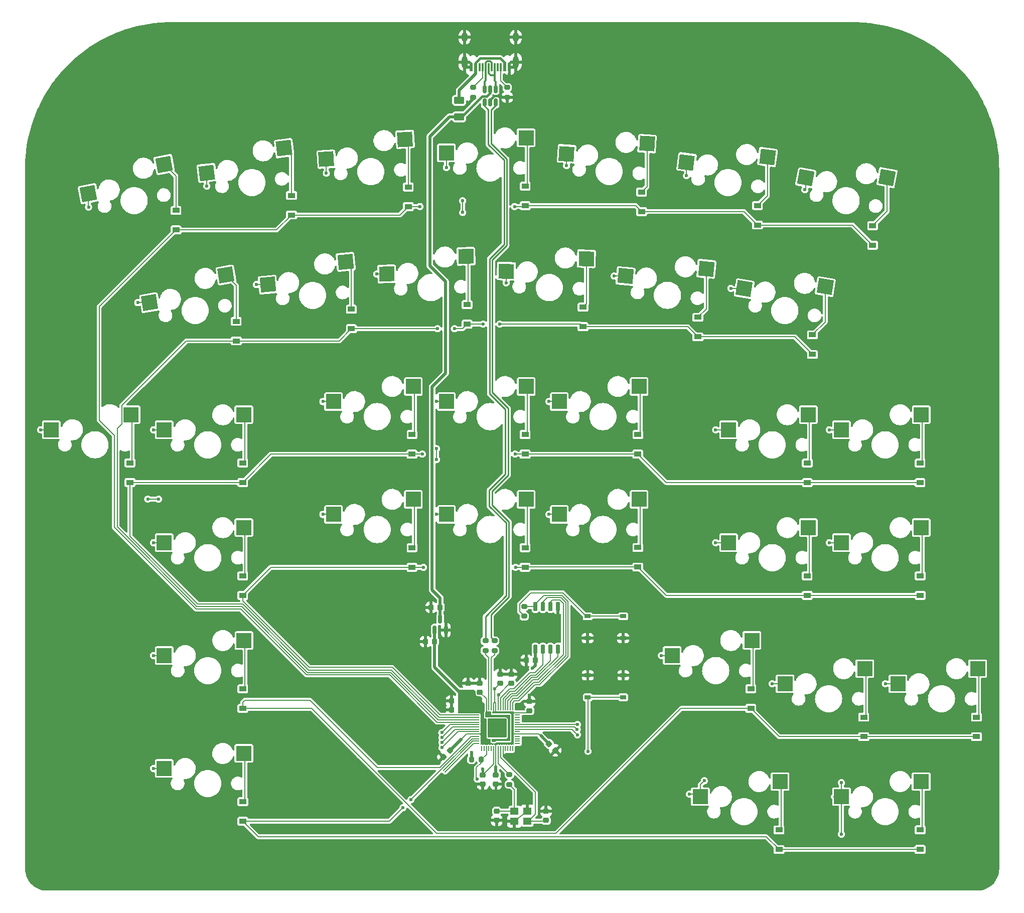
<source format=gbr>
%TF.GenerationSoftware,KiCad,Pcbnew,(6.0.1)*%
%TF.CreationDate,2023-02-18T19:59:14-08:00*%
%TF.ProjectId,StealthPad,53746561-6c74-4685-9061-642e6b696361,rev?*%
%TF.SameCoordinates,Original*%
%TF.FileFunction,Copper,L2,Bot*%
%TF.FilePolarity,Positive*%
%FSLAX46Y46*%
G04 Gerber Fmt 4.6, Leading zero omitted, Abs format (unit mm)*
G04 Created by KiCad (PCBNEW (6.0.1)) date 2023-02-18 19:59:14*
%MOMM*%
%LPD*%
G01*
G04 APERTURE LIST*
G04 Aperture macros list*
%AMRoundRect*
0 Rectangle with rounded corners*
0 $1 Rounding radius*
0 $2 $3 $4 $5 $6 $7 $8 $9 X,Y pos of 4 corners*
0 Add a 4 corners polygon primitive as box body*
4,1,4,$2,$3,$4,$5,$6,$7,$8,$9,$2,$3,0*
0 Add four circle primitives for the rounded corners*
1,1,$1+$1,$2,$3*
1,1,$1+$1,$4,$5*
1,1,$1+$1,$6,$7*
1,1,$1+$1,$8,$9*
0 Add four rect primitives between the rounded corners*
20,1,$1+$1,$2,$3,$4,$5,0*
20,1,$1+$1,$4,$5,$6,$7,0*
20,1,$1+$1,$6,$7,$8,$9,0*
20,1,$1+$1,$8,$9,$2,$3,0*%
%AMRotRect*
0 Rectangle, with rotation*
0 The origin of the aperture is its center*
0 $1 length*
0 $2 width*
0 $3 Rotation angle, in degrees counterclockwise*
0 Add horizontal line*
21,1,$1,$2,0,0,$3*%
G04 Aperture macros list end*
%TA.AperFunction,SMDPad,CuDef*%
%ADD10R,1.200000X0.900000*%
%TD*%
%TA.AperFunction,SMDPad,CuDef*%
%ADD11R,2.550000X2.500000*%
%TD*%
%TA.AperFunction,SMDPad,CuDef*%
%ADD12RoundRect,0.225000X0.250000X-0.225000X0.250000X0.225000X-0.250000X0.225000X-0.250000X-0.225000X0*%
%TD*%
%TA.AperFunction,SMDPad,CuDef*%
%ADD13RoundRect,0.200000X0.275000X-0.200000X0.275000X0.200000X-0.275000X0.200000X-0.275000X-0.200000X0*%
%TD*%
%TA.AperFunction,SMDPad,CuDef*%
%ADD14RoundRect,0.150000X0.150000X-0.587500X0.150000X0.587500X-0.150000X0.587500X-0.150000X-0.587500X0*%
%TD*%
%TA.AperFunction,SMDPad,CuDef*%
%ADD15RoundRect,0.200000X-0.275000X0.200000X-0.275000X-0.200000X0.275000X-0.200000X0.275000X0.200000X0*%
%TD*%
%TA.AperFunction,SMDPad,CuDef*%
%ADD16RoundRect,0.150000X0.150000X-0.512500X0.150000X0.512500X-0.150000X0.512500X-0.150000X-0.512500X0*%
%TD*%
%TA.AperFunction,SMDPad,CuDef*%
%ADD17RotRect,2.550000X2.500000X183.500000*%
%TD*%
%TA.AperFunction,SMDPad,CuDef*%
%ADD18R,0.998220X0.698500*%
%TD*%
%TA.AperFunction,SMDPad,CuDef*%
%ADD19RotRect,2.550000X2.500000X170.750000*%
%TD*%
%TA.AperFunction,SMDPad,CuDef*%
%ADD20RotRect,2.550000X2.500000X181.850000*%
%TD*%
%TA.AperFunction,SMDPad,CuDef*%
%ADD21RoundRect,0.225000X-0.250000X0.225000X-0.250000X-0.225000X0.250000X-0.225000X0.250000X0.225000X0*%
%TD*%
%TA.AperFunction,SMDPad,CuDef*%
%ADD22RotRect,2.550000X2.500000X190.500000*%
%TD*%
%TA.AperFunction,SMDPad,CuDef*%
%ADD23RoundRect,0.225000X-0.225000X-0.250000X0.225000X-0.250000X0.225000X0.250000X-0.225000X0.250000X0*%
%TD*%
%TA.AperFunction,SMDPad,CuDef*%
%ADD24R,1.400000X1.200000*%
%TD*%
%TA.AperFunction,SMDPad,CuDef*%
%ADD25RotRect,2.550000X2.500000X169.500000*%
%TD*%
%TA.AperFunction,SMDPad,CuDef*%
%ADD26RoundRect,0.225000X0.225000X0.250000X-0.225000X0.250000X-0.225000X-0.250000X0.225000X-0.250000X0*%
%TD*%
%TA.AperFunction,SMDPad,CuDef*%
%ADD27RoundRect,0.225000X-0.017678X0.335876X-0.335876X0.017678X0.017678X-0.335876X0.335876X-0.017678X0*%
%TD*%
%TA.AperFunction,SMDPad,CuDef*%
%ADD28RotRect,2.550000X2.500000X189.250000*%
%TD*%
%TA.AperFunction,SMDPad,CuDef*%
%ADD29RotRect,2.550000X2.500000X176.500000*%
%TD*%
%TA.AperFunction,SMDPad,CuDef*%
%ADD30RoundRect,0.150000X-0.150000X0.650000X-0.150000X-0.650000X0.150000X-0.650000X0.150000X0.650000X0*%
%TD*%
%TA.AperFunction,SMDPad,CuDef*%
%ADD31RotRect,2.550000X2.500000X185.550000*%
%TD*%
%TA.AperFunction,SMDPad,CuDef*%
%ADD32RoundRect,0.250000X-0.625000X0.375000X-0.625000X-0.375000X0.625000X-0.375000X0.625000X0.375000X0*%
%TD*%
%TA.AperFunction,SMDPad,CuDef*%
%ADD33RotRect,2.550000X2.500000X187.000000*%
%TD*%
%TA.AperFunction,SMDPad,CuDef*%
%ADD34RoundRect,0.200000X-0.200000X-0.275000X0.200000X-0.275000X0.200000X0.275000X-0.200000X0.275000X0*%
%TD*%
%TA.AperFunction,SMDPad,CuDef*%
%ADD35RoundRect,0.050000X0.387500X0.050000X-0.387500X0.050000X-0.387500X-0.050000X0.387500X-0.050000X0*%
%TD*%
%TA.AperFunction,SMDPad,CuDef*%
%ADD36RoundRect,0.050000X0.050000X0.387500X-0.050000X0.387500X-0.050000X-0.387500X0.050000X-0.387500X0*%
%TD*%
%TA.AperFunction,ComponentPad*%
%ADD37C,0.600000*%
%TD*%
%TA.AperFunction,SMDPad,CuDef*%
%ADD38RoundRect,0.144000X1.456000X1.456000X-1.456000X1.456000X-1.456000X-1.456000X1.456000X-1.456000X0*%
%TD*%
%TA.AperFunction,SMDPad,CuDef*%
%ADD39RotRect,2.550000X2.500000X173.000000*%
%TD*%
%TA.AperFunction,SMDPad,CuDef*%
%ADD40RotRect,2.550000X2.500000X178.150000*%
%TD*%
%TA.AperFunction,SMDPad,CuDef*%
%ADD41RotRect,2.550000X2.500000X174.450000*%
%TD*%
%TA.AperFunction,SMDPad,CuDef*%
%ADD42R,0.600000X1.450000*%
%TD*%
%TA.AperFunction,SMDPad,CuDef*%
%ADD43R,0.300000X1.450000*%
%TD*%
%TA.AperFunction,ComponentPad*%
%ADD44O,1.000000X2.100000*%
%TD*%
%TA.AperFunction,ComponentPad*%
%ADD45O,1.000000X1.600000*%
%TD*%
%TA.AperFunction,SMDPad,CuDef*%
%ADD46RoundRect,0.225000X-0.335876X-0.017678X-0.017678X-0.335876X0.335876X0.017678X0.017678X0.335876X0*%
%TD*%
%TA.AperFunction,ViaPad*%
%ADD47C,0.600000*%
%TD*%
%TA.AperFunction,Conductor*%
%ADD48C,0.200000*%
%TD*%
%TA.AperFunction,Conductor*%
%ADD49C,0.500000*%
%TD*%
%TA.AperFunction,Conductor*%
%ADD50C,0.381000*%
%TD*%
%TA.AperFunction,Conductor*%
%ADD51C,0.300000*%
%TD*%
%TA.AperFunction,Conductor*%
%ADD52C,0.275000*%
%TD*%
G04 APERTURE END LIST*
D10*
%TO.P,D12,1,K*%
%TO.N,ROW1*%
X109900000Y-108930000D03*
%TO.P,D12,2,A*%
%TO.N,Net-(D12-Pad2)*%
X109900000Y-105630000D03*
%TD*%
D11*
%TO.P,K21,1*%
%TO.N,COL1*%
X58780000Y-126750000D03*
%TO.P,K21,2*%
%TO.N,Net-(D21-Pad2)*%
X72230000Y-124210000D03*
%TD*%
D12*
%TO.P,C2,1*%
%TO.N,GND*%
X114900000Y-192675000D03*
%TO.P,C2,2*%
%TO.N,/XTAL_0*%
X114900000Y-191125000D03*
%TD*%
D13*
%TO.P,R6,1*%
%TO.N,Net-(R6-Pad1)*%
X113000000Y-164025000D03*
%TO.P,R6,2*%
%TO.N,D_N*%
X113000000Y-162375000D03*
%TD*%
D14*
%TO.P,U4,1,GND*%
%TO.N,GND*%
X106325000Y-160537500D03*
%TO.P,U4,2,VO*%
%TO.N,+3V3*%
X104425000Y-160537500D03*
%TO.P,U4,3,VI*%
%TO.N,+5V*%
X105375000Y-158662500D03*
%TD*%
D15*
%TO.P,R5,1*%
%TO.N,D_P*%
X114550000Y-162375000D03*
%TO.P,R5,2*%
%TO.N,Net-(R5-Pad2)*%
X114550000Y-164025000D03*
%TD*%
D10*
%TO.P,D14,1,K*%
%TO.N,ROW1*%
X148860000Y-111060000D03*
%TO.P,D14,2,A*%
%TO.N,Net-(D14-Pad2)*%
X148860000Y-107760000D03*
%TD*%
%TO.P,D26,1,K*%
%TO.N,ROW2*%
X186350000Y-135670000D03*
%TO.P,D26,2,A*%
%TO.N,Net-(D26-Pad2)*%
X186350000Y-132370000D03*
%TD*%
D16*
%TO.P,U2,1,I/O1*%
%TO.N,D_P*%
X114750000Y-71522500D03*
%TO.P,U2,2,GND*%
%TO.N,GND*%
X113800000Y-71522500D03*
%TO.P,U2,3,I/O2*%
%TO.N,D_N*%
X112850000Y-71522500D03*
%TO.P,U2,4,I/O2*%
%TO.N,D_USB_N*%
X112850000Y-69247500D03*
%TO.P,U2,5,VBUS*%
%TO.N,+5V*%
X113800000Y-69247500D03*
%TO.P,U2,6,I/O1*%
%TO.N,D_USB_P*%
X114750000Y-69247500D03*
%TD*%
D10*
%TO.P,D24,1,K*%
%TO.N,ROW2*%
X138730000Y-130860000D03*
%TO.P,D24,2,A*%
%TO.N,Net-(D24-Pad2)*%
X138730000Y-127560000D03*
%TD*%
D11*
%TO.P,K31,1*%
%TO.N,COL1*%
X58790000Y-145800000D03*
%TO.P,K31,2*%
%TO.N,Net-(D31-Pad2)*%
X72240000Y-143260000D03*
%TD*%
D17*
%TO.P,K02,1*%
%TO.N,COL2*%
X86158665Y-81094055D03*
%TO.P,K02,2*%
%TO.N,Net-(D02-Pad2)*%
X99428514Y-77737690D03*
%TD*%
D18*
%TO.P,SW1,1,1*%
%TO.N,GND*%
X130250260Y-161924120D03*
X136249740Y-161924120D03*
%TO.P,SW1,2,2*%
%TO.N,/~{USB BOOT}*%
X136249740Y-158225880D03*
X130250260Y-158225880D03*
%TD*%
D19*
%TO.P,K15,1*%
%TO.N,COL5*%
X156673993Y-102939964D03*
%TO.P,K15,2*%
%TO.N,Net-(D15-Pad2)*%
X170357380Y-102594981D03*
%TD*%
D10*
%TO.P,D02,1,K*%
%TO.N,ROW0*%
X99975000Y-89075000D03*
%TO.P,D02,2,A*%
%TO.N,Net-(D02-Pad2)*%
X99975000Y-85775000D03*
%TD*%
D20*
%TO.P,K12,1*%
%TO.N,COL2*%
X96351837Y-100458927D03*
%TO.P,K12,2*%
%TO.N,Net-(D12-Pad2)*%
X109712828Y-97486045D03*
%TD*%
D10*
%TO.P,D15,1,K*%
%TO.N,ROW1*%
X168180000Y-114030000D03*
%TO.P,D15,2,A*%
%TO.N,Net-(D15-Pad2)*%
X168180000Y-110730000D03*
%TD*%
D11*
%TO.P,K24,1*%
%TO.N,COL4*%
X125470000Y-121990000D03*
%TO.P,K24,2*%
%TO.N,Net-(D24-Pad2)*%
X138920000Y-119450000D03*
%TD*%
D21*
%TO.P,C10,1*%
%TO.N,+3V3*%
X114775000Y-185025000D03*
%TO.P,C10,2*%
%TO.N,GND*%
X114775000Y-186575000D03*
%TD*%
D22*
%TO.P,K00,1*%
%TO.N,COL0*%
X46020366Y-86913786D03*
%TO.P,K00,2*%
%TO.N,Net-(D00-Pad2)*%
X58782266Y-81965251D03*
%TD*%
D10*
%TO.P,D20,1,K*%
%TO.N,ROW2*%
X53010000Y-135640000D03*
%TO.P,D20,2,A*%
%TO.N,Net-(D20-Pad2)*%
X53010000Y-132340000D03*
%TD*%
%TO.P,D35,1,K*%
%TO.N,ROW3*%
X167300000Y-154700000D03*
%TO.P,D35,2,A*%
%TO.N,Net-(D35-Pad2)*%
X167300000Y-151400000D03*
%TD*%
D23*
%TO.P,C7,1*%
%TO.N,GND*%
X102875000Y-162500000D03*
%TO.P,C7,2*%
%TO.N,+3V3*%
X104425000Y-162500000D03*
%TD*%
D11*
%TO.P,K55,1*%
%TO.N,COL5*%
X149272500Y-188662500D03*
%TO.P,K55,2*%
%TO.N,Net-(D55-Pad2)*%
X162722500Y-186122500D03*
%TD*%
D12*
%TO.P,C5,1*%
%TO.N,+1V1*%
X117400000Y-169575000D03*
%TO.P,C5,2*%
%TO.N,GND*%
X117400000Y-168025000D03*
%TD*%
D10*
%TO.P,D13,1,K*%
%TO.N,ROW1*%
X129460000Y-109360000D03*
%TO.P,D13,2,A*%
%TO.N,Net-(D13-Pad2)*%
X129460000Y-106060000D03*
%TD*%
D24*
%TO.P,Y1,1,1*%
%TO.N,XTAL_IN*%
X120100000Y-192825000D03*
%TO.P,Y1,2,2*%
%TO.N,GND*%
X117900000Y-192825000D03*
%TO.P,Y1,3,3*%
%TO.N,/XTAL_0*%
X117900000Y-191125000D03*
%TO.P,Y1,4,4*%
%TO.N,GND*%
X120100000Y-191125000D03*
%TD*%
D25*
%TO.P,K06,1*%
%TO.N,COL6*%
X167086122Y-84231279D03*
%TO.P,K06,2*%
%TO.N,Net-(D06-Pad2)*%
X180773779Y-84184879D03*
%TD*%
D10*
%TO.P,D55,1,K*%
%TO.N,ROW5*%
X162540000Y-197590000D03*
%TO.P,D55,2,A*%
%TO.N,Net-(D55-Pad2)*%
X162540000Y-194290000D03*
%TD*%
D11*
%TO.P,K41,1*%
%TO.N,COL1*%
X58800000Y-164860000D03*
%TO.P,K41,2*%
%TO.N,Net-(D41-Pad2)*%
X72250000Y-162320000D03*
%TD*%
%TO.P,K36,1*%
%TO.N,COL6*%
X173100000Y-145800000D03*
%TO.P,K36,2*%
%TO.N,Net-(D36-Pad2)*%
X186550000Y-143260000D03*
%TD*%
%TO.P,K26,1*%
%TO.N,COL6*%
X173100000Y-126750000D03*
%TO.P,K26,2*%
%TO.N,Net-(D26-Pad2)*%
X186550000Y-124210000D03*
%TD*%
D21*
%TO.P,C1,1*%
%TO.N,GND*%
X123240000Y-191135000D03*
%TO.P,C1,2*%
%TO.N,XTAL_IN*%
X123240000Y-192685000D03*
%TD*%
D11*
%TO.P,K51,1*%
%TO.N,COL1*%
X58780000Y-183910000D03*
%TO.P,K51,2*%
%TO.N,Net-(D51-Pad2)*%
X72230000Y-181370000D03*
%TD*%
D10*
%TO.P,D33,1,K*%
%TO.N,ROW3*%
X119690000Y-149960000D03*
%TO.P,D33,2,A*%
%TO.N,Net-(D33-Pad2)*%
X119690000Y-146660000D03*
%TD*%
%TO.P,D45,1,K*%
%TO.N,ROW4*%
X176840000Y-178550000D03*
%TO.P,D45,2,A*%
%TO.N,Net-(D45-Pad2)*%
X176840000Y-175250000D03*
%TD*%
D11*
%TO.P,K44,1*%
%TO.N,COL4*%
X144510000Y-164850000D03*
%TO.P,K44,2*%
%TO.N,Net-(D44-Pad2)*%
X157960000Y-162310000D03*
%TD*%
%TO.P,K22,1*%
%TO.N,COL2*%
X87370000Y-121990000D03*
%TO.P,K22,2*%
%TO.N,Net-(D22-Pad2)*%
X100820000Y-119450000D03*
%TD*%
%TO.P,K56,1*%
%TO.N,COL6*%
X173085000Y-188662500D03*
%TO.P,K56,2*%
%TO.N,Net-(D56-Pad2)*%
X186535000Y-186122500D03*
%TD*%
D10*
%TO.P,D00,1,K*%
%TO.N,ROW0*%
X60775000Y-93025000D03*
%TO.P,D00,2,A*%
%TO.N,Net-(D00-Pad2)*%
X60775000Y-89725000D03*
%TD*%
%TO.P,D34,1,K*%
%TO.N,ROW3*%
X138730000Y-149930000D03*
%TO.P,D34,2,A*%
%TO.N,Net-(D34-Pad2)*%
X138730000Y-146630000D03*
%TD*%
D15*
%TO.P,R3,1*%
%TO.N,/CC1*%
X110900000Y-68985000D03*
%TO.P,R3,2*%
%TO.N,GND*%
X110900000Y-70635000D03*
%TD*%
D10*
%TO.P,D21,1,K*%
%TO.N,ROW2*%
X72040000Y-135640000D03*
%TO.P,D21,2,A*%
%TO.N,Net-(D21-Pad2)*%
X72040000Y-132340000D03*
%TD*%
D21*
%TO.P,C4,1*%
%TO.N,GND*%
X112050000Y-169500000D03*
%TO.P,C4,2*%
%TO.N,+1V1*%
X112050000Y-171050000D03*
%TD*%
D10*
%TO.P,D46,1,K*%
%TO.N,ROW4*%
X195880000Y-178550000D03*
%TO.P,D46,2,A*%
%TO.N,Net-(D46-Pad2)*%
X195880000Y-175250000D03*
%TD*%
D11*
%TO.P,K20,1*%
%TO.N,COL0*%
X39750000Y-126740000D03*
%TO.P,K20,2*%
%TO.N,Net-(D20-Pad2)*%
X53200000Y-124200000D03*
%TD*%
D26*
%TO.P,C9,1*%
%TO.N,+3V3*%
X108825000Y-172525000D03*
%TO.P,C9,2*%
%TO.N,GND*%
X107275000Y-172525000D03*
%TD*%
D10*
%TO.P,D51,1,K*%
%TO.N,ROW5*%
X72060000Y-192830000D03*
%TO.P,D51,2,A*%
%TO.N,Net-(D51-Pad2)*%
X72060000Y-189530000D03*
%TD*%
D26*
%TO.P,C15,1*%
%TO.N,+5V*%
X105375000Y-156725000D03*
%TO.P,C15,2*%
%TO.N,GND*%
X103825000Y-156725000D03*
%TD*%
D13*
%TO.P,R1,1*%
%TO.N,/~{USB BOOT}*%
X119550000Y-158225000D03*
%TO.P,R1,2*%
%TO.N,CS*%
X119550000Y-156575000D03*
%TD*%
D27*
%TO.P,C11,1*%
%TO.N,+3V3*%
X107023008Y-180901992D03*
%TO.P,C11,2*%
%TO.N,GND*%
X105926992Y-181998008D03*
%TD*%
D10*
%TO.P,D22,1,K*%
%TO.N,ROW2*%
X100620000Y-130860000D03*
%TO.P,D22,2,A*%
%TO.N,Net-(D22-Pad2)*%
X100620000Y-127560000D03*
%TD*%
%TO.P,D31,1,K*%
%TO.N,ROW3*%
X72040000Y-154700000D03*
%TO.P,D31,2,A*%
%TO.N,Net-(D31-Pad2)*%
X72040000Y-151400000D03*
%TD*%
D28*
%TO.P,K10,1*%
%TO.N,COL0*%
X56347421Y-105296095D03*
%TO.P,K10,2*%
%TO.N,Net-(D10-Pad2)*%
X69214236Y-100627136D03*
%TD*%
D29*
%TO.P,K04,1*%
%TO.N,COL4*%
X126698791Y-80175420D03*
%TO.P,K04,2*%
%TO.N,Net-(D04-Pad2)*%
X140278768Y-78461261D03*
%TD*%
D30*
%TO.P,U1,1,~{CS}*%
%TO.N,CS*%
X121420000Y-156575000D03*
%TO.P,U1,2,DO(IO1)*%
%TO.N,SD1*%
X122690000Y-156575000D03*
%TO.P,U1,3,IO2*%
%TO.N,SD2*%
X123960000Y-156575000D03*
%TO.P,U1,4,GND*%
%TO.N,GND*%
X125230000Y-156575000D03*
%TO.P,U1,5,DI(IO0)*%
%TO.N,SD0*%
X125230000Y-163775000D03*
%TO.P,U1,6,CLK*%
%TO.N,QSPI_CLK*%
X123960000Y-163775000D03*
%TO.P,U1,7,IO3*%
%TO.N,SD3*%
X122690000Y-163775000D03*
%TO.P,U1,8,VCC*%
%TO.N,+3V3*%
X121420000Y-163775000D03*
%TD*%
D31*
%TO.P,K11,1*%
%TO.N,COL1*%
X76268848Y-102253725D03*
%TO.P,K11,2*%
%TO.N,Net-(D11-Pad2)*%
X89410142Y-98424824D03*
%TD*%
D11*
%TO.P,K33,1*%
%TO.N,COL3*%
X106420000Y-141040000D03*
%TO.P,K33,2*%
%TO.N,Net-(D33-Pad2)*%
X119870000Y-138500000D03*
%TD*%
D10*
%TO.P,D04,1,K*%
%TO.N,ROW0*%
X139350000Y-89925000D03*
%TO.P,D04,2,A*%
%TO.N,Net-(D04-Pad2)*%
X139350000Y-86625000D03*
%TD*%
D13*
%TO.P,R7,1*%
%TO.N,/XTAL_0*%
X117050000Y-186600000D03*
%TO.P,R7,2*%
%TO.N,XTAL_OUT*%
X117050000Y-184950000D03*
%TD*%
D10*
%TO.P,D23,1,K*%
%TO.N,ROW2*%
X119690000Y-130860000D03*
%TO.P,D23,2,A*%
%TO.N,Net-(D23-Pad2)*%
X119690000Y-127560000D03*
%TD*%
D11*
%TO.P,K03,1*%
%TO.N,COL3*%
X106410000Y-80020000D03*
%TO.P,K03,2*%
%TO.N,Net-(D03-Pad2)*%
X119860000Y-77480000D03*
%TD*%
D32*
%TO.P,F1,1*%
%TO.N,Net-(F1-Pad1)*%
X108575000Y-71135000D03*
%TO.P,F1,2*%
%TO.N,+5V*%
X108575000Y-73935000D03*
%TD*%
D11*
%TO.P,K23,1*%
%TO.N,COL3*%
X106420000Y-121990000D03*
%TO.P,K23,2*%
%TO.N,Net-(D23-Pad2)*%
X119870000Y-119450000D03*
%TD*%
%TO.P,K32,1*%
%TO.N,COL2*%
X87370000Y-141040000D03*
%TO.P,K32,2*%
%TO.N,Net-(D32-Pad2)*%
X100820000Y-138500000D03*
%TD*%
%TO.P,K46,1*%
%TO.N,COL6*%
X182610000Y-169612500D03*
%TO.P,K46,2*%
%TO.N,Net-(D46-Pad2)*%
X196060000Y-167072500D03*
%TD*%
%TO.P,K45,1*%
%TO.N,COL5*%
X163560000Y-169612500D03*
%TO.P,K45,2*%
%TO.N,Net-(D45-Pad2)*%
X177010000Y-167072500D03*
%TD*%
D33*
%TO.P,K01,1*%
%TO.N,COL1*%
X65975312Y-83395891D03*
%TO.P,K01,2*%
%TO.N,Net-(D01-Pad2)*%
X79015510Y-79235681D03*
%TD*%
D34*
%TO.P,R2,1*%
%TO.N,+3V3*%
X110650000Y-182400000D03*
%TO.P,R2,2*%
%TO.N,Net-(R2-Pad2)*%
X112300000Y-182400000D03*
%TD*%
D10*
%TO.P,D05,1,K*%
%TO.N,ROW0*%
X158900000Y-92200000D03*
%TO.P,D05,2,A*%
%TO.N,Net-(D05-Pad2)*%
X158900000Y-88900000D03*
%TD*%
D11*
%TO.P,K25,1*%
%TO.N,COL5*%
X154050000Y-126750000D03*
%TO.P,K25,2*%
%TO.N,Net-(D25-Pad2)*%
X167500000Y-124210000D03*
%TD*%
D10*
%TO.P,D06,1,K*%
%TO.N,ROW0*%
X178350000Y-95600000D03*
%TO.P,D06,2,A*%
%TO.N,Net-(D06-Pad2)*%
X178350000Y-92300000D03*
%TD*%
D35*
%TO.P,U3,1,IOVDD*%
%TO.N,+3V3*%
X118412500Y-174500000D03*
%TO.P,U3,2,GPIO0*%
%TO.N,unconnected-(U3-Pad2)*%
X118412500Y-174900000D03*
%TO.P,U3,3,GPIO1*%
%TO.N,unconnected-(U3-Pad3)*%
X118412500Y-175300000D03*
%TO.P,U3,4,GPIO2*%
%TO.N,unconnected-(U3-Pad4)*%
X118412500Y-175700000D03*
%TO.P,U3,5,GPIO3*%
%TO.N,unconnected-(U3-Pad5)*%
X118412500Y-176100000D03*
%TO.P,U3,6,GPIO4*%
%TO.N,COL4*%
X118412500Y-176500000D03*
%TO.P,U3,7,GPIO5*%
%TO.N,COL5*%
X118412500Y-176900000D03*
%TO.P,U3,8,GPIO6*%
%TO.N,COL6*%
X118412500Y-177300000D03*
%TO.P,U3,9,GPIO7*%
%TO.N,unconnected-(U3-Pad9)*%
X118412500Y-177700000D03*
%TO.P,U3,10,IOVDD*%
%TO.N,+3V3*%
X118412500Y-178100000D03*
%TO.P,U3,11,GPIO8*%
%TO.N,unconnected-(U3-Pad11)*%
X118412500Y-178500000D03*
%TO.P,U3,12,GPIO9*%
%TO.N,unconnected-(U3-Pad12)*%
X118412500Y-178900000D03*
%TO.P,U3,13,GPIO10*%
%TO.N,unconnected-(U3-Pad13)*%
X118412500Y-179300000D03*
%TO.P,U3,14,GPIO11*%
%TO.N,unconnected-(U3-Pad14)*%
X118412500Y-179700000D03*
D36*
%TO.P,U3,15,GPIO12*%
%TO.N,unconnected-(U3-Pad15)*%
X117575000Y-180537500D03*
%TO.P,U3,16,GPIO13*%
%TO.N,unconnected-(U3-Pad16)*%
X117175000Y-180537500D03*
%TO.P,U3,17,GPIO14*%
%TO.N,unconnected-(U3-Pad17)*%
X116775000Y-180537500D03*
%TO.P,U3,18,GPIO15*%
%TO.N,unconnected-(U3-Pad18)*%
X116375000Y-180537500D03*
%TO.P,U3,19,TESTEN*%
%TO.N,GND*%
X115975000Y-180537500D03*
%TO.P,U3,20,XTAL_IN*%
%TO.N,XTAL_IN*%
X115575000Y-180537500D03*
%TO.P,U3,21,XTAL_OUT*%
%TO.N,XTAL_OUT*%
X115175000Y-180537500D03*
%TO.P,U3,22,IOVDD*%
%TO.N,+3V3*%
X114775000Y-180537500D03*
%TO.P,U3,23,DVDD*%
%TO.N,+1V1*%
X114375000Y-180537500D03*
%TO.P,U3,24,SWCLK*%
%TO.N,unconnected-(U3-Pad24)*%
X113975000Y-180537500D03*
%TO.P,U3,25,SWDIO*%
%TO.N,unconnected-(U3-Pad25)*%
X113575000Y-180537500D03*
%TO.P,U3,26,~{RUN}*%
%TO.N,Net-(R2-Pad2)*%
X113175000Y-180537500D03*
%TO.P,U3,27,GPIO16*%
%TO.N,unconnected-(U3-Pad27)*%
X112775000Y-180537500D03*
%TO.P,U3,28,GPIO17*%
%TO.N,unconnected-(U3-Pad28)*%
X112375000Y-180537500D03*
D35*
%TO.P,U3,29,GPIO18*%
%TO.N,unconnected-(U3-Pad29)*%
X111537500Y-179700000D03*
%TO.P,U3,30,GPIO19*%
%TO.N,unconnected-(U3-Pad30)*%
X111537500Y-179300000D03*
%TO.P,U3,31,GPIO20*%
%TO.N,ROW5*%
X111537500Y-178900000D03*
%TO.P,U3,32,GPIO21*%
%TO.N,ROW4*%
X111537500Y-178500000D03*
%TO.P,U3,33,IOVDD*%
%TO.N,+3V3*%
X111537500Y-178100000D03*
%TO.P,U3,34,GPIO22*%
%TO.N,COL1*%
X111537500Y-177700000D03*
%TO.P,U3,35,GPIO23*%
%TO.N,COL0*%
X111537500Y-177300000D03*
%TO.P,U3,36,GPIO24*%
%TO.N,COL2*%
X111537500Y-176900000D03*
%TO.P,U3,37,GPIO25*%
%TO.N,COL3*%
X111537500Y-176500000D03*
%TO.P,U3,38,GPIO26/ADC0*%
%TO.N,ROW0*%
X111537500Y-176100000D03*
%TO.P,U3,39,GPIO27/ADC1*%
%TO.N,ROW1*%
X111537500Y-175700000D03*
%TO.P,U3,40,GPIO28/ADC2*%
%TO.N,ROW2*%
X111537500Y-175300000D03*
%TO.P,U3,41,GPIO29/ADC3*%
%TO.N,ROW3*%
X111537500Y-174900000D03*
%TO.P,U3,42,IOVDD*%
%TO.N,+3V3*%
X111537500Y-174500000D03*
D36*
%TO.P,U3,43,ADC_AVDD*%
X112375000Y-173662500D03*
%TO.P,U3,44,VREG_VIN*%
X112775000Y-173662500D03*
%TO.P,U3,45,VREG_VOUT*%
%TO.N,+1V1*%
X113175000Y-173662500D03*
%TO.P,U3,46,D-*%
%TO.N,Net-(R6-Pad1)*%
X113575000Y-173662500D03*
%TO.P,U3,47,D+*%
%TO.N,Net-(R5-Pad2)*%
X113975000Y-173662500D03*
%TO.P,U3,48,USB_VDD*%
%TO.N,+3V3*%
X114375000Y-173662500D03*
%TO.P,U3,49,IOVDD*%
X114775000Y-173662500D03*
%TO.P,U3,50,DVDD*%
%TO.N,+1V1*%
X115175000Y-173662500D03*
%TO.P,U3,51,QSPI_SD3*%
%TO.N,SD3*%
X115575000Y-173662500D03*
%TO.P,U3,52,QSPI_SCLK*%
%TO.N,QSPI_CLK*%
X115975000Y-173662500D03*
%TO.P,U3,53,QSPI_SD0*%
%TO.N,SD0*%
X116375000Y-173662500D03*
%TO.P,U3,54,QSPI_SD2*%
%TO.N,SD2*%
X116775000Y-173662500D03*
%TO.P,U3,55,QSPI_SD1*%
%TO.N,SD1*%
X117175000Y-173662500D03*
%TO.P,U3,56,QSPI_SS_N*%
%TO.N,CS*%
X117575000Y-173662500D03*
D37*
%TO.P,U3,57,GND*%
%TO.N,GND*%
X116250000Y-175825000D03*
X114975000Y-175825000D03*
X114975000Y-177100000D03*
X116250000Y-178375000D03*
D38*
X114975000Y-177100000D03*
D37*
X114975000Y-178375000D03*
X113700000Y-178375000D03*
X113700000Y-175825000D03*
X113700000Y-177100000D03*
X116250000Y-177100000D03*
%TD*%
D26*
%TO.P,C3,1*%
%TO.N,+3V3*%
X121425000Y-165650000D03*
%TO.P,C3,2*%
%TO.N,GND*%
X119875000Y-165650000D03*
%TD*%
D10*
%TO.P,D11,1,K*%
%TO.N,ROW1*%
X90375000Y-109700000D03*
%TO.P,D11,2,A*%
%TO.N,Net-(D11-Pad2)*%
X90375000Y-106400000D03*
%TD*%
%TO.P,D01,1,K*%
%TO.N,ROW0*%
X80275000Y-90500000D03*
%TO.P,D01,2,A*%
%TO.N,Net-(D01-Pad2)*%
X80275000Y-87200000D03*
%TD*%
D11*
%TO.P,K34,1*%
%TO.N,COL4*%
X125470000Y-141040000D03*
%TO.P,K34,2*%
%TO.N,Net-(D34-Pad2)*%
X138920000Y-138500000D03*
%TD*%
D10*
%TO.P,D44,1,K*%
%TO.N,ROW4*%
X157790000Y-173780000D03*
%TO.P,D44,2,A*%
%TO.N,Net-(D44-Pad2)*%
X157790000Y-170480000D03*
%TD*%
D12*
%TO.P,C8,1*%
%TO.N,+3V3*%
X110075000Y-171050000D03*
%TO.P,C8,2*%
%TO.N,GND*%
X110075000Y-169500000D03*
%TD*%
D10*
%TO.P,D25,1,K*%
%TO.N,ROW2*%
X167320000Y-135670000D03*
%TO.P,D25,2,A*%
%TO.N,Net-(D25-Pad2)*%
X167320000Y-132370000D03*
%TD*%
D11*
%TO.P,K35,1*%
%TO.N,COL5*%
X154050000Y-145800000D03*
%TO.P,K35,2*%
%TO.N,Net-(D35-Pad2)*%
X167500000Y-143260000D03*
%TD*%
D10*
%TO.P,D56,1,K*%
%TO.N,ROW5*%
X186360000Y-197580000D03*
%TO.P,D56,2,A*%
%TO.N,Net-(D56-Pad2)*%
X186360000Y-194280000D03*
%TD*%
D26*
%TO.P,C16,1*%
%TO.N,+3V3*%
X108825000Y-174050000D03*
%TO.P,C16,2*%
%TO.N,GND*%
X107275000Y-174050000D03*
%TD*%
D12*
%TO.P,C13,1*%
%TO.N,+3V3*%
X115500000Y-169575000D03*
%TO.P,C13,2*%
%TO.N,GND*%
X115500000Y-168025000D03*
%TD*%
%TO.P,C14,1*%
%TO.N,+3V3*%
X120450000Y-174150000D03*
%TO.P,C14,2*%
%TO.N,GND*%
X120450000Y-172600000D03*
%TD*%
D10*
%TO.P,D41,1,K*%
%TO.N,ROW4*%
X72040000Y-173770000D03*
%TO.P,D41,2,A*%
%TO.N,Net-(D41-Pad2)*%
X72040000Y-170470000D03*
%TD*%
%TO.P,D10,1,K*%
%TO.N,ROW1*%
X70950000Y-111750000D03*
%TO.P,D10,2,A*%
%TO.N,Net-(D10-Pad2)*%
X70950000Y-108450000D03*
%TD*%
%TO.P,D32,1,K*%
%TO.N,ROW3*%
X100620000Y-149960000D03*
%TO.P,D32,2,A*%
%TO.N,Net-(D32-Pad2)*%
X100620000Y-146660000D03*
%TD*%
D39*
%TO.P,K05,1*%
%TO.N,COL5*%
X146944408Y-81611974D03*
%TO.P,K05,2*%
%TO.N,Net-(D05-Pad2)*%
X160603702Y-80730050D03*
%TD*%
D40*
%TO.P,K13,1*%
%TO.N,COL3*%
X116505835Y-99983721D03*
%TO.P,K13,2*%
%TO.N,Net-(D13-Pad2)*%
X130030823Y-97879251D03*
%TD*%
D18*
%TO.P,SW2,1,1*%
%TO.N,GND*%
X136269740Y-168210880D03*
X130270260Y-168210880D03*
%TO.P,SW2,2,2*%
%TO.N,Net-(R2-Pad2)*%
X130270260Y-171909120D03*
X136269740Y-171909120D03*
%TD*%
D41*
%TO.P,K14,1*%
%TO.N,COL4*%
X136640157Y-100810089D03*
%TO.P,K14,2*%
%TO.N,Net-(D14-Pad2)*%
X150272760Y-99582805D03*
%TD*%
D10*
%TO.P,D03,1,K*%
%TO.N,ROW0*%
X119700000Y-88925000D03*
%TO.P,D03,2,A*%
%TO.N,Net-(D03-Pad2)*%
X119700000Y-85625000D03*
%TD*%
D21*
%TO.P,C6,1*%
%TO.N,+1V1*%
X112550000Y-185025000D03*
%TO.P,C6,2*%
%TO.N,GND*%
X112550000Y-186575000D03*
%TD*%
D10*
%TO.P,D36,1,K*%
%TO.N,ROW3*%
X186370000Y-154700000D03*
%TO.P,D36,2,A*%
%TO.N,Net-(D36-Pad2)*%
X186370000Y-151400000D03*
%TD*%
D42*
%TO.P,J1,A1,GND*%
%TO.N,GND*%
X110550000Y-65595000D03*
%TO.P,J1,A4,VBUS*%
%TO.N,Net-(F1-Pad1)*%
X111350000Y-65595000D03*
D43*
%TO.P,J1,A5,CC1*%
%TO.N,/CC1*%
X112550000Y-65595000D03*
%TO.P,J1,A6,D+*%
%TO.N,D_USB_P*%
X113550000Y-65595000D03*
%TO.P,J1,A7,D-*%
%TO.N,D_USB_N*%
X114050000Y-65595000D03*
%TO.P,J1,A8,SBU1*%
%TO.N,unconnected-(J1-PadA8)*%
X115050000Y-65595000D03*
D42*
%TO.P,J1,A9,VBUS*%
%TO.N,Net-(F1-Pad1)*%
X116250000Y-65595000D03*
%TO.P,J1,A12,GND*%
%TO.N,GND*%
X117050000Y-65595000D03*
%TO.P,J1,B1,GND*%
X117050000Y-65595000D03*
%TO.P,J1,B4,VBUS*%
%TO.N,Net-(F1-Pad1)*%
X116250000Y-65595000D03*
D43*
%TO.P,J1,B5,CC2*%
%TO.N,/CC2*%
X115550000Y-65595000D03*
%TO.P,J1,B6,D+*%
%TO.N,D_USB_P*%
X114550000Y-65595000D03*
%TO.P,J1,B7,D-*%
%TO.N,D_USB_N*%
X113050000Y-65595000D03*
%TO.P,J1,B8,SBU2*%
%TO.N,unconnected-(J1-PadB8)*%
X112050000Y-65595000D03*
D42*
%TO.P,J1,B9,VBUS*%
%TO.N,Net-(F1-Pad1)*%
X111350000Y-65595000D03*
%TO.P,J1,B12,GND*%
%TO.N,GND*%
X110550000Y-65595000D03*
D44*
%TO.P,J1,S1,SHIELD*%
X118120000Y-64680000D03*
D45*
X118120000Y-60500000D03*
X109480000Y-60500000D03*
D44*
X109480000Y-64680000D03*
%TD*%
D15*
%TO.P,R4,1*%
%TO.N,/CC2*%
X116675000Y-68985000D03*
%TO.P,R4,2*%
%TO.N,GND*%
X116675000Y-70635000D03*
%TD*%
D46*
%TO.P,C12,1*%
%TO.N,+3V3*%
X123703984Y-179753984D03*
%TO.P,C12,2*%
%TO.N,GND*%
X124800000Y-180850000D03*
%TD*%
D47*
%TO.N,+3V3*%
X114575000Y-170500000D03*
X120950000Y-167025000D03*
X108875000Y-179050000D03*
X110650000Y-181175000D03*
%TO.N,GND*%
X57860000Y-139810000D03*
X110100000Y-71710000D03*
X98350000Y-189860000D03*
X117400000Y-166775000D03*
X56020000Y-139810000D03*
X110075000Y-168350000D03*
X114700000Y-165725000D03*
X105440000Y-107600000D03*
X123225000Y-190225000D03*
X107240000Y-108540000D03*
X113625000Y-192675000D03*
X99670000Y-188520000D03*
X56020000Y-137250000D03*
X107500000Y-160525000D03*
X115500000Y-166775000D03*
X120450000Y-171525000D03*
X107260000Y-107590000D03*
X101180000Y-189920000D03*
X57850000Y-137240000D03*
X116675000Y-71760000D03*
X102575000Y-156725000D03*
X105100000Y-182825000D03*
X115575000Y-70385000D03*
X101625000Y-162525000D03*
X105440000Y-108540000D03*
X112850000Y-165725000D03*
X107275000Y-171350000D03*
X112050000Y-168350000D03*
X99860000Y-191200000D03*
X125675000Y-181725000D03*
X118725000Y-165650000D03*
%TO.N,+1V1*%
X115217821Y-171448080D03*
X114375000Y-179200000D03*
X112550000Y-183975000D03*
X113475000Y-174675000D03*
%TO.N,ROW0*%
X101950000Y-89070000D03*
X117920000Y-89070000D03*
%TO.N,ROW1*%
X107760000Y-109700000D03*
X112600000Y-108930000D03*
X104930000Y-109700000D03*
X115430000Y-108930000D03*
%TO.N,ROW2*%
X102350000Y-130860000D03*
X118010000Y-130860000D03*
%TO.N,ROW3*%
X102540000Y-149960000D03*
X118090000Y-149960000D03*
%TO.N,ROW5*%
X99080000Y-190550000D03*
X100430000Y-189190000D03*
%TO.N,COL0*%
X56020000Y-138450000D03*
X37940000Y-126740000D03*
X46030000Y-89170000D03*
X105659753Y-179486646D03*
X57850000Y-138450000D03*
X54330000Y-105300000D03*
%TO.N,COL1*%
X56970000Y-183910000D03*
X65980000Y-85630000D03*
X105663434Y-180383434D03*
X74330000Y-102250000D03*
X56970000Y-126750000D03*
X56970000Y-164860000D03*
X56970000Y-145800000D03*
%TO.N,COL2*%
X94640000Y-100460000D03*
X86160000Y-83450000D03*
X105667178Y-178687178D03*
X85570000Y-141040000D03*
X85570000Y-121990000D03*
%TO.N,COL3*%
X109170000Y-90070000D03*
X109170000Y-88090000D03*
X104750000Y-121990000D03*
X116500000Y-101950000D03*
X104750000Y-131770000D03*
X104750000Y-129950000D03*
X106410000Y-82510000D03*
X104749500Y-141040000D03*
X105639309Y-177867225D03*
%TO.N,COL4*%
X142710000Y-164850000D03*
X134730000Y-100810000D03*
X123720000Y-141040000D03*
X126698791Y-82181209D03*
X123720000Y-121990000D03*
X128510000Y-176500000D03*
%TO.N,COL5*%
X128490000Y-177330000D03*
X154420000Y-102870000D03*
X151860000Y-126750000D03*
X151860000Y-145800000D03*
X147430000Y-188270000D03*
X146944408Y-83865592D03*
X149930000Y-185990000D03*
X161390000Y-169610000D03*
%TO.N,COL6*%
X173090000Y-186310000D03*
X171040000Y-145800000D03*
X166910000Y-86220000D03*
X173080000Y-195000000D03*
X180490000Y-169610000D03*
X128510000Y-178230000D03*
X171040000Y-126750000D03*
%TO.N,Net-(R2-Pad2)*%
X130300000Y-181010000D03*
X111580000Y-185680000D03*
%TD*%
D48*
%TO.N,+3V3*%
X122325000Y-178375000D02*
X122050000Y-178100000D01*
X114775000Y-180537500D02*
X114775000Y-179875000D01*
X114775000Y-173662500D02*
X114775000Y-174400000D01*
X114375000Y-173662500D02*
X114375000Y-172900000D01*
X111925000Y-174500000D02*
X111537500Y-174500000D01*
X122050000Y-178100000D02*
X118412500Y-178100000D01*
X112775000Y-174200000D02*
X112475000Y-174500000D01*
D49*
X121420000Y-163775000D02*
X121420000Y-165645000D01*
D48*
X112775000Y-173662500D02*
X112775000Y-174200000D01*
X114375000Y-172900000D02*
X114575000Y-172700000D01*
X118412500Y-174500000D02*
X117500000Y-174500000D01*
X114375000Y-173662500D02*
X114375000Y-174400000D01*
X111537500Y-178100000D02*
X112210000Y-178100000D01*
X112375000Y-173025000D02*
X112575000Y-172825000D01*
X108875000Y-179050000D02*
X109825000Y-178100000D01*
D49*
X123703984Y-179753984D02*
X122325000Y-178375000D01*
D48*
X112775000Y-173662500D02*
X112775000Y-173025000D01*
D49*
X114775000Y-185025000D02*
X114775000Y-183600000D01*
X107023008Y-180901992D02*
X108875000Y-179050000D01*
D48*
X112775000Y-173025000D02*
X112575000Y-172825000D01*
D49*
X104425000Y-166825000D02*
X108650000Y-171050000D01*
D48*
X112575000Y-172825000D02*
X111775000Y-172025000D01*
D49*
X104425000Y-162500000D02*
X104425000Y-166825000D01*
D48*
X118412500Y-174500000D02*
X120125000Y-174500000D01*
D49*
X108650000Y-171050000D02*
X110075000Y-171050000D01*
X121425000Y-165650000D02*
X121425000Y-166550000D01*
D48*
X114575000Y-170500000D02*
X114575000Y-172700000D01*
D49*
X104425000Y-162500000D02*
X104425000Y-160537500D01*
X121420000Y-165645000D02*
X121425000Y-165650000D01*
X121425000Y-166550000D02*
X120950000Y-167025000D01*
D48*
X111775000Y-172025000D02*
X111050000Y-172025000D01*
X112375000Y-173662500D02*
X112375000Y-174050000D01*
X112375000Y-173662500D02*
X112375000Y-173025000D01*
X112375000Y-174050000D02*
X111925000Y-174500000D01*
X115500000Y-169575000D02*
X114575000Y-170500000D01*
X109825000Y-178100000D02*
X111537500Y-178100000D01*
X118412500Y-178100000D02*
X117700000Y-178100000D01*
X114775000Y-172900000D02*
X114575000Y-172700000D01*
X111050000Y-172025000D02*
X110075000Y-171050000D01*
X114775000Y-173662500D02*
X114775000Y-172900000D01*
X114775000Y-183600000D02*
X114775000Y-180537500D01*
D49*
X110650000Y-182400000D02*
X110650000Y-181175000D01*
D48*
%TO.N,GND*%
X115975000Y-180537500D02*
X115975000Y-181859994D01*
D49*
X107275000Y-174050000D02*
X107275000Y-172525000D01*
X124800000Y-180850000D02*
X125675000Y-181725000D01*
X116675000Y-70635000D02*
X116675000Y-71760000D01*
X120450000Y-172600000D02*
X120450000Y-171525000D01*
X110075000Y-169500000D02*
X110075000Y-168350000D01*
X112050000Y-169500000D02*
X112050000Y-168350000D01*
D48*
X115975000Y-181859994D02*
X123225000Y-189109994D01*
D49*
X112050000Y-169500000D02*
X110075000Y-169500000D01*
X119875000Y-165650000D02*
X118725000Y-165650000D01*
X105926992Y-181998008D02*
X105100000Y-182825000D01*
X107487500Y-160537500D02*
X107500000Y-160525000D01*
X110900000Y-70635000D02*
X110900000Y-70910000D01*
X106325000Y-160537500D02*
X107487500Y-160537500D01*
D48*
X123225000Y-189109994D02*
X123225000Y-190225000D01*
D49*
X115500000Y-168025000D02*
X117400000Y-168025000D01*
X107275000Y-172525000D02*
X107275000Y-171350000D01*
D50*
X113800000Y-71046297D02*
X114461297Y-70385000D01*
D49*
X115500000Y-168025000D02*
X115500000Y-166775000D01*
X102875000Y-162500000D02*
X101625000Y-162500000D01*
D50*
X114461297Y-70385000D02*
X115575000Y-70385000D01*
D49*
X110900000Y-70910000D02*
X110100000Y-71710000D01*
X114900000Y-192675000D02*
X113625000Y-192675000D01*
D50*
X113800000Y-71522500D02*
X113800000Y-71046297D01*
D48*
X117900000Y-192825000D02*
X120100000Y-191125000D01*
D49*
X103825000Y-156725000D02*
X102575000Y-156725000D01*
X123225000Y-191275000D02*
X123225000Y-190225000D01*
X117400000Y-168025000D02*
X117400000Y-166775000D01*
D48*
%TO.N,XTAL_IN*%
X120100000Y-192825000D02*
X120225000Y-192825000D01*
X120225000Y-192825000D02*
X121425000Y-191625000D01*
X121425000Y-191625000D02*
X121425000Y-187875000D01*
X115575000Y-182025000D02*
X121425000Y-187875000D01*
X115575000Y-180537500D02*
X115575000Y-182025000D01*
X120100000Y-192825000D02*
X123225000Y-192825000D01*
%TO.N,/XTAL_0*%
X117900000Y-187450000D02*
X117900000Y-191125000D01*
X117050000Y-186600000D02*
X117900000Y-187450000D01*
X114900000Y-191125000D02*
X117900000Y-191125000D01*
%TO.N,+1V1*%
X115175000Y-173662500D02*
X115175000Y-171490901D01*
X114375000Y-183200000D02*
X114375000Y-180537500D01*
X113175000Y-173662500D02*
X113175000Y-172175000D01*
X117400000Y-169575000D02*
X117090901Y-169575000D01*
X113175000Y-172175000D02*
X112050000Y-171050000D01*
X115175000Y-171490901D02*
X115217821Y-171448080D01*
D50*
X112550000Y-183975000D02*
X112550000Y-185025000D01*
D48*
X112550000Y-185025000D02*
X114375000Y-183200000D01*
X117090901Y-169575000D02*
X115217821Y-171448080D01*
X113175000Y-174375000D02*
X113475000Y-174675000D01*
X113175000Y-173662500D02*
X113175000Y-174375000D01*
D49*
%TO.N,+5V*%
X103630000Y-77230000D02*
X106925000Y-73935000D01*
D50*
X113223683Y-70469980D02*
X112465020Y-70469980D01*
D49*
X105375000Y-155125000D02*
X104000000Y-153750000D01*
X106925000Y-73935000D02*
X108575000Y-73935000D01*
D50*
X113800000Y-69893663D02*
X113223683Y-70469980D01*
D49*
X106279611Y-101728768D02*
X103630000Y-99079157D01*
X104000000Y-153750000D02*
X104000000Y-119475000D01*
X103630000Y-99079157D02*
X103630000Y-77230000D01*
X106279611Y-117195389D02*
X106279611Y-101728768D01*
X105375000Y-156725000D02*
X105375000Y-155125000D01*
D50*
X112465020Y-70469980D02*
X109000000Y-73935000D01*
D49*
X105375000Y-158662500D02*
X105375000Y-156725000D01*
D50*
X109000000Y-73935000D02*
X108575000Y-73935000D01*
D49*
X104000000Y-119475000D02*
X106279611Y-117195389D01*
D50*
X113800000Y-69247500D02*
X113800000Y-69893663D01*
D48*
%TO.N,ROW0*%
X50380000Y-143220012D02*
X64157497Y-156997509D01*
X80275000Y-90500000D02*
X98550000Y-90500000D01*
X119555000Y-89070000D02*
X119700000Y-88925000D01*
X99975000Y-89075000D02*
X101945000Y-89075000D01*
X71722491Y-156997509D02*
X64177497Y-157017509D01*
X158900000Y-92200000D02*
X174950000Y-92200000D01*
X139350000Y-89925000D02*
X156625000Y-89925000D01*
X82804502Y-168119520D02*
X96834502Y-168119520D01*
X60775000Y-93025000D02*
X47825479Y-105974521D01*
X174950000Y-92200000D02*
X178350000Y-95600000D01*
X117920000Y-89070000D02*
X119555000Y-89070000D01*
X98550000Y-90500000D02*
X99975000Y-89075000D01*
X111537500Y-176100000D02*
X104814982Y-176100000D01*
X60775000Y-93025000D02*
X77750000Y-93025000D01*
X47825479Y-105974521D02*
X47825479Y-125144521D01*
X71702491Y-157017509D02*
X82804502Y-168119520D01*
X156625000Y-89925000D02*
X158900000Y-92200000D01*
X50380000Y-127699042D02*
X50380000Y-143220012D01*
X119700000Y-88925000D02*
X138350000Y-88925000D01*
X101945000Y-89075000D02*
X101950000Y-89070000D01*
X77750000Y-93025000D02*
X80275000Y-90500000D01*
X64177497Y-157017509D02*
X71702491Y-157017509D01*
X104814982Y-176100000D02*
X96834502Y-168119520D01*
X64157497Y-156997509D02*
X71722491Y-156997509D01*
X47825479Y-125144521D02*
X50380000Y-127699042D01*
X138350000Y-88925000D02*
X139350000Y-89925000D01*
%TO.N,Net-(D00-Pad2)*%
X60775000Y-83957985D02*
X58782266Y-81965251D01*
X60775000Y-89725000D02*
X60775000Y-83957985D01*
%TO.N,Net-(D01-Pad2)*%
X80275000Y-80495171D02*
X79015510Y-79235681D01*
X80275000Y-87200000D02*
X80275000Y-80495171D01*
%TO.N,Net-(D02-Pad2)*%
X99975000Y-85775000D02*
X99975000Y-78284176D01*
X99975000Y-78284176D02*
X99428514Y-77737690D01*
%TO.N,Net-(D03-Pad2)*%
X120049521Y-85275479D02*
X120049521Y-77669521D01*
X120049521Y-77669521D02*
X119860000Y-77480000D01*
X119700000Y-85625000D02*
X120049521Y-85275479D01*
%TO.N,Net-(D04-Pad2)*%
X140278768Y-85696232D02*
X140278768Y-78461261D01*
X139350000Y-86625000D02*
X140278768Y-85696232D01*
%TO.N,Net-(D05-Pad2)*%
X158900000Y-88900000D02*
X160603702Y-87196298D01*
X160603702Y-87196298D02*
X160603702Y-80730050D01*
%TO.N,Net-(D06-Pad2)*%
X180773779Y-84184879D02*
X180773779Y-89876221D01*
X180773779Y-89876221D02*
X178350000Y-92300000D01*
%TO.N,ROW1*%
X107760000Y-109700000D02*
X109130000Y-109700000D01*
X51625489Y-125749511D02*
X50870000Y-126505000D01*
X62525978Y-111750000D02*
X51625489Y-122650489D01*
X147160000Y-109360000D02*
X148860000Y-111060000D01*
X111537500Y-175700000D02*
X104979988Y-175700000D01*
X70950000Y-111750000D02*
X62525978Y-111750000D01*
X109900000Y-108930000D02*
X112600000Y-108930000D01*
X104979988Y-175700000D02*
X96999988Y-167720000D01*
X129030000Y-108930000D02*
X129460000Y-109360000D01*
X51625489Y-122650489D02*
X51625489Y-125749511D01*
X83009988Y-167720000D02*
X96999988Y-167720000D01*
X50870000Y-126505000D02*
X50870000Y-143145006D01*
X64304513Y-156579519D02*
X71869507Y-156579519D01*
X90375000Y-109700000D02*
X104930000Y-109700000D01*
X50870000Y-143145006D02*
X64304513Y-156579519D01*
X70950000Y-111750000D02*
X88325000Y-111750000D01*
X129460000Y-109360000D02*
X147160000Y-109360000D01*
X71869507Y-156579519D02*
X83009988Y-167720000D01*
X165210000Y-111060000D02*
X168180000Y-114030000D01*
X109130000Y-109700000D02*
X109900000Y-108930000D01*
X88325000Y-111750000D02*
X90375000Y-109700000D01*
X148860000Y-111060000D02*
X165210000Y-111060000D01*
X115430000Y-108930000D02*
X129030000Y-108930000D01*
%TO.N,Net-(D10-Pad2)*%
X70950000Y-108450000D02*
X70950000Y-102362900D01*
X70950000Y-102362900D02*
X69214236Y-100627136D01*
%TO.N,Net-(D11-Pad2)*%
X90375000Y-99389682D02*
X89410142Y-98424824D01*
X90375000Y-106400000D02*
X90375000Y-99389682D01*
%TO.N,Net-(D12-Pad2)*%
X109900000Y-105630000D02*
X110066873Y-105463127D01*
X110066873Y-97840090D02*
X109712828Y-97486045D01*
X110066873Y-105463127D02*
X110066873Y-97840090D01*
%TO.N,Net-(D13-Pad2)*%
X129460000Y-106060000D02*
X130056873Y-105463127D01*
X130056873Y-105463127D02*
X130056873Y-97905301D01*
X130056873Y-97905301D02*
X130030823Y-97879251D01*
%TO.N,Net-(D14-Pad2)*%
X150272760Y-106347240D02*
X150272760Y-99582805D01*
X148860000Y-107760000D02*
X150272760Y-106347240D01*
%TO.N,Net-(D15-Pad2)*%
X170357380Y-108552620D02*
X170357380Y-102594981D01*
X168180000Y-110730000D02*
X170357380Y-108552620D01*
%TO.N,ROW2*%
X53010000Y-135640000D02*
X53010000Y-144720000D01*
X138730000Y-130860000D02*
X143540000Y-135670000D01*
X76820000Y-130860000D02*
X100620000Y-130860000D01*
X118010000Y-130860000D02*
X119690000Y-130860000D01*
X105144994Y-175300000D02*
X97162497Y-167317503D01*
X72040000Y-135640000D02*
X76820000Y-130860000D01*
X167320000Y-135670000D02*
X186350000Y-135670000D01*
X100620000Y-130860000D02*
X102350000Y-130860000D01*
X83172497Y-167317503D02*
X97162497Y-167317503D01*
X143540000Y-135670000D02*
X167320000Y-135670000D01*
X111537500Y-175300000D02*
X105144994Y-175300000D01*
X64470000Y-156180000D02*
X72034994Y-156180000D01*
X53010000Y-135640000D02*
X72040000Y-135640000D01*
X53010000Y-144720000D02*
X64470000Y-156180000D01*
X72034994Y-156180000D02*
X83172497Y-167317503D01*
X119690000Y-130860000D02*
X138730000Y-130860000D01*
%TO.N,Net-(D20-Pad2)*%
X53389521Y-131960479D02*
X53389521Y-124389521D01*
X53389521Y-124389521D02*
X53200000Y-124200000D01*
X53010000Y-132340000D02*
X53389521Y-131960479D01*
%TO.N,Net-(D21-Pad2)*%
X72040000Y-132340000D02*
X72419521Y-131960479D01*
X72419521Y-124399521D02*
X72230000Y-124210000D01*
X72419521Y-131960479D02*
X72419521Y-124399521D01*
%TO.N,Net-(D22-Pad2)*%
X101009521Y-119639521D02*
X100820000Y-119450000D01*
X101009521Y-127170479D02*
X101009521Y-119639521D01*
X100620000Y-127560000D02*
X101009521Y-127170479D01*
%TO.N,Net-(D23-Pad2)*%
X119690000Y-127560000D02*
X120059521Y-127190479D01*
X120059521Y-119639521D02*
X119870000Y-119450000D01*
X120059521Y-127190479D02*
X120059521Y-119639521D01*
%TO.N,Net-(D24-Pad2)*%
X138730000Y-127560000D02*
X139109521Y-127180479D01*
X139109521Y-127180479D02*
X139109521Y-119639521D01*
X139109521Y-119639521D02*
X138920000Y-119450000D01*
%TO.N,Net-(D25-Pad2)*%
X167689521Y-132000479D02*
X167689521Y-124399521D01*
X167320000Y-132370000D02*
X167689521Y-132000479D01*
X167689521Y-124399521D02*
X167500000Y-124210000D01*
%TO.N,Net-(D26-Pad2)*%
X186739521Y-124399521D02*
X186550000Y-124210000D01*
X186739521Y-131980479D02*
X186739521Y-124399521D01*
X186350000Y-132370000D02*
X186739521Y-131980479D01*
%TO.N,ROW3*%
X105310000Y-174900000D02*
X97260000Y-166850000D01*
X72040000Y-155620000D02*
X83270000Y-166850000D01*
X76780000Y-149960000D02*
X72040000Y-154700000D01*
X167300000Y-154700000D02*
X143500000Y-154700000D01*
X119720000Y-149930000D02*
X119690000Y-149960000D01*
X111537500Y-174900000D02*
X105310000Y-174900000D01*
X83270000Y-166850000D02*
X97260000Y-166850000D01*
X102540000Y-149960000D02*
X100620000Y-149960000D01*
X143500000Y-154700000D02*
X138730000Y-149930000D01*
X186370000Y-154700000D02*
X167300000Y-154700000D01*
X119690000Y-149960000D02*
X118090000Y-149960000D01*
X72040000Y-154700000D02*
X72040000Y-155620000D01*
X100620000Y-149960000D02*
X76780000Y-149960000D01*
X138730000Y-149930000D02*
X119720000Y-149930000D01*
%TO.N,Net-(D31-Pad2)*%
X72429521Y-143449521D02*
X72240000Y-143260000D01*
X72040000Y-151400000D02*
X72429521Y-151010479D01*
X72429521Y-151010479D02*
X72429521Y-143449521D01*
%TO.N,Net-(D32-Pad2)*%
X101009521Y-146270479D02*
X101009521Y-138689521D01*
X100620000Y-146660000D02*
X101009521Y-146270479D01*
X101009521Y-138689521D02*
X100820000Y-138500000D01*
%TO.N,Net-(D33-Pad2)*%
X120059521Y-138689521D02*
X119870000Y-138500000D01*
X120059521Y-146290479D02*
X120059521Y-138689521D01*
X119690000Y-146660000D02*
X120059521Y-146290479D01*
%TO.N,Net-(D34-Pad2)*%
X139109521Y-138689521D02*
X138920000Y-138500000D01*
X139109521Y-146250479D02*
X139109521Y-138689521D01*
X138730000Y-146630000D02*
X139109521Y-146250479D01*
%TO.N,Net-(D35-Pad2)*%
X167689521Y-151010479D02*
X167689521Y-143449521D01*
X167300000Y-151400000D02*
X167689521Y-151010479D01*
X167689521Y-143449521D02*
X167500000Y-143260000D01*
%TO.N,Net-(D36-Pad2)*%
X186739521Y-143449521D02*
X186739521Y-151030479D01*
X186550000Y-143260000D02*
X186739521Y-143449521D01*
X186739521Y-151030479D02*
X186370000Y-151400000D01*
%TO.N,ROW4*%
X83660000Y-173770000D02*
X72040000Y-173770000D01*
X162560000Y-178550000D02*
X157790000Y-173780000D01*
X72040000Y-172740000D02*
X72040000Y-173770000D01*
X94730000Y-183750000D02*
X83390000Y-172410000D01*
X124900000Y-194890000D02*
X104780000Y-194890000D01*
X146010000Y-173780000D02*
X124900000Y-194890000D01*
X105300000Y-183750000D02*
X94730000Y-183750000D01*
X72370000Y-172410000D02*
X72040000Y-172740000D01*
X195880000Y-178550000D02*
X176840000Y-178550000D01*
X83390000Y-172410000D02*
X72370000Y-172410000D01*
X104780000Y-194890000D02*
X83660000Y-173770000D01*
X111537500Y-178500000D02*
X110550000Y-178500000D01*
X157790000Y-173780000D02*
X146010000Y-173780000D01*
X176840000Y-178550000D02*
X162560000Y-178550000D01*
X110550000Y-178500000D02*
X105300000Y-183750000D01*
%TO.N,Net-(D41-Pad2)*%
X72040000Y-170470000D02*
X72439521Y-170070479D01*
X72439521Y-170070479D02*
X72439521Y-162509521D01*
X72439521Y-162509521D02*
X72250000Y-162320000D01*
%TO.N,Net-(D44-Pad2)*%
X158149521Y-162499521D02*
X157960000Y-162310000D01*
X157790000Y-170480000D02*
X158149521Y-170120479D01*
X158149521Y-170120479D02*
X158149521Y-162499521D01*
%TO.N,Net-(D45-Pad2)*%
X177199521Y-174890479D02*
X177199521Y-167262021D01*
X177199521Y-167262021D02*
X177010000Y-167072500D01*
X176840000Y-175250000D02*
X177199521Y-174890479D01*
%TO.N,Net-(D46-Pad2)*%
X196249521Y-167262021D02*
X196249521Y-174880479D01*
X196060000Y-167072500D02*
X196249521Y-167262021D01*
X196249521Y-174880479D02*
X195880000Y-175250000D01*
%TO.N,ROW5*%
X99080000Y-190550000D02*
X96800000Y-192830000D01*
X100430000Y-189185006D02*
X100430000Y-189190000D01*
X160410000Y-195460000D02*
X162540000Y-197590000D01*
X162550000Y-197580000D02*
X162540000Y-197590000D01*
X96800000Y-192830000D02*
X72060000Y-192830000D01*
X111537500Y-178900000D02*
X110715006Y-178900000D01*
X105595003Y-184020003D02*
X100430000Y-189185006D01*
X74690000Y-195460000D02*
X160410000Y-195460000D01*
X186360000Y-197580000D02*
X162550000Y-197580000D01*
X72060000Y-192830000D02*
X74690000Y-195460000D01*
X110715006Y-178900000D02*
X105595003Y-184020003D01*
%TO.N,Net-(D51-Pad2)*%
X72419521Y-181559521D02*
X72230000Y-181370000D01*
X72419521Y-189170479D02*
X72419521Y-181559521D01*
X72060000Y-189530000D02*
X72419521Y-189170479D01*
%TO.N,Net-(D55-Pad2)*%
X162540000Y-194290000D02*
X162912021Y-193917979D01*
X162912021Y-193917979D02*
X162912021Y-186312021D01*
X162912021Y-186312021D02*
X162722500Y-186122500D01*
%TO.N,Net-(D56-Pad2)*%
X186360000Y-194280000D02*
X186724521Y-193915479D01*
X186724521Y-193915479D02*
X186724521Y-186312021D01*
X186724521Y-186312021D02*
X186535000Y-186122500D01*
D50*
%TO.N,Net-(F1-Pad1)*%
X115468096Y-64010000D02*
X116250000Y-64791904D01*
X112131904Y-64010000D02*
X115468096Y-64010000D01*
D49*
X111350000Y-66660000D02*
X111350000Y-65595000D01*
X108575000Y-69435000D02*
X111350000Y-66660000D01*
D50*
X111350000Y-65595000D02*
X111350000Y-64791904D01*
X116250000Y-64791904D02*
X116250000Y-65595000D01*
X111350000Y-64791904D02*
X112131904Y-64010000D01*
D49*
X108575000Y-71135000D02*
X108575000Y-69435000D01*
D48*
%TO.N,/CC1*%
X112550000Y-67335000D02*
X112550000Y-65595000D01*
X110900000Y-68985000D02*
X112550000Y-67335000D01*
D51*
%TO.N,D_USB_P*%
X114750000Y-68010000D02*
X114750000Y-69247500D01*
X113550000Y-65595000D02*
X113550000Y-66569022D01*
X114550000Y-67810000D02*
X114750000Y-68010000D01*
X113915978Y-66935000D02*
X114550000Y-66935000D01*
X113550000Y-66569022D02*
X113915978Y-66935000D01*
X114550000Y-66935000D02*
X114550000Y-67810000D01*
X114550000Y-65595000D02*
X114550000Y-66935000D01*
%TO.N,D_USB_N*%
X113050000Y-65595000D02*
X113050000Y-67785000D01*
X113050000Y-65595000D02*
X113050000Y-64785000D01*
X114050000Y-64785000D02*
X114050000Y-65595000D01*
X113264511Y-64570489D02*
X113050000Y-64785000D01*
X113050000Y-67785000D02*
X112850000Y-67985000D01*
X113835489Y-64570489D02*
X114050000Y-64785000D01*
X112850000Y-67985000D02*
X112850000Y-69247500D01*
X113835489Y-64570489D02*
X113264511Y-64570489D01*
D48*
%TO.N,/CC2*%
X115550000Y-67860000D02*
X115550000Y-65595000D01*
X116675000Y-68985000D02*
X115550000Y-67860000D01*
%TO.N,COL0*%
X46020366Y-86913786D02*
X46020366Y-89160366D01*
X56020000Y-138450000D02*
X57850000Y-138450000D01*
X107902178Y-177300000D02*
X111537500Y-177300000D01*
X105715532Y-179486646D02*
X107902178Y-177300000D01*
X39750000Y-126740000D02*
X37940000Y-126740000D01*
X46020366Y-89160366D02*
X46030000Y-89170000D01*
X56347421Y-105296095D02*
X54333905Y-105296095D01*
X54333905Y-105296095D02*
X54330000Y-105300000D01*
X105659753Y-179486646D02*
X105715532Y-179486646D01*
%TO.N,COL1*%
X58800000Y-164860000D02*
X56970000Y-164860000D01*
X65975312Y-83395891D02*
X65975312Y-85625312D01*
X108346868Y-177700000D02*
X111537500Y-177700000D01*
X65975312Y-85625312D02*
X65980000Y-85630000D01*
X58780000Y-126750000D02*
X56970000Y-126750000D01*
X58790000Y-145800000D02*
X56970000Y-145800000D01*
X105663434Y-180383434D02*
X108346868Y-177700000D01*
X76268848Y-102253725D02*
X74333725Y-102253725D01*
X58780000Y-183910000D02*
X56970000Y-183910000D01*
X74333725Y-102253725D02*
X74330000Y-102250000D01*
%TO.N,COL2*%
X94641073Y-100458927D02*
X94640000Y-100460000D01*
X111537500Y-176900000D02*
X107454356Y-176900000D01*
X87370000Y-121990000D02*
X85570000Y-121990000D01*
X107454356Y-176900000D02*
X105667178Y-178687178D01*
X86158665Y-83448665D02*
X86160000Y-83450000D01*
X96351837Y-100458927D02*
X94641073Y-100458927D01*
X86158665Y-81094055D02*
X86158665Y-83448665D01*
X87370000Y-141040000D02*
X85570000Y-141040000D01*
%TO.N,COL3*%
X107006534Y-176500000D02*
X105639309Y-177867225D01*
X106410000Y-82510000D02*
X106410000Y-80020000D01*
X116505835Y-101944165D02*
X116500000Y-101950000D01*
X111537500Y-176500000D02*
X107006534Y-176500000D01*
X109170000Y-90070000D02*
X109170000Y-88090000D01*
X106420000Y-121990000D02*
X104750000Y-121990000D01*
X104750000Y-131770000D02*
X104750000Y-129950000D01*
X116505835Y-99983721D02*
X116505835Y-101944165D01*
X106420000Y-141040000D02*
X104749500Y-141040000D01*
%TO.N,COL4*%
X126698791Y-82181209D02*
X126698791Y-80175420D01*
X144510000Y-164850000D02*
X142710000Y-164850000D01*
X136640157Y-100810089D02*
X134730089Y-100810089D01*
X125470000Y-141040000D02*
X123720000Y-141040000D01*
X118412500Y-176500000D02*
X128510000Y-176500000D01*
X134730089Y-100810089D02*
X134730000Y-100810000D01*
X125470000Y-121990000D02*
X123720000Y-121990000D01*
%TO.N,COL5*%
X148880000Y-188270000D02*
X149272500Y-188662500D01*
X118412500Y-176900000D02*
X128060000Y-176900000D01*
X163560000Y-169612500D02*
X161392500Y-169612500D01*
X146944408Y-83865592D02*
X146944408Y-81611974D01*
X161392500Y-169612500D02*
X161390000Y-169610000D01*
X154050000Y-145800000D02*
X151860000Y-145800000D01*
X128060000Y-176900000D02*
X128490000Y-177330000D01*
X149272500Y-188662500D02*
X149272500Y-186647500D01*
X156673993Y-102939964D02*
X154489964Y-102939964D01*
X154489964Y-102939964D02*
X154420000Y-102870000D01*
X149272500Y-186647500D02*
X149930000Y-185990000D01*
X147430000Y-188270000D02*
X148880000Y-188270000D01*
X154050000Y-126750000D02*
X151860000Y-126750000D01*
%TO.N,COL6*%
X180492500Y-169612500D02*
X180490000Y-169610000D01*
X173085000Y-188662500D02*
X173085000Y-186315000D01*
X173080000Y-195000000D02*
X173085000Y-194995000D01*
X182610000Y-169612500D02*
X180492500Y-169612500D01*
X118412500Y-177300000D02*
X127580000Y-177300000D01*
X173100000Y-126750000D02*
X171040000Y-126750000D01*
X173085000Y-194995000D02*
X173085000Y-188662500D01*
X173085000Y-186315000D02*
X173090000Y-186310000D01*
X173100000Y-145800000D02*
X171040000Y-145800000D01*
X167086122Y-86043878D02*
X166910000Y-86220000D01*
X167086122Y-84231279D02*
X167086122Y-86043878D01*
X173085000Y-188662500D02*
X171712500Y-188662500D01*
X127580000Y-177300000D02*
X128510000Y-178230000D01*
%TO.N,/~{USB BOOT}*%
X130250260Y-158225880D02*
X136249740Y-158225880D01*
X130011615Y-158225880D02*
X126060735Y-154275000D01*
X118775480Y-157450480D02*
X118775480Y-156168093D01*
X126060735Y-154275000D02*
X121000000Y-154275000D01*
X130250260Y-158225880D02*
X130011615Y-158225880D01*
X120668573Y-154275000D02*
X121000000Y-154275000D01*
X119550000Y-158225000D02*
X118775480Y-157450480D01*
X118775480Y-156168093D02*
X120668573Y-154275000D01*
%TO.N,CS*%
X126949040Y-165015966D02*
X126949040Y-155728311D01*
X126949040Y-155728311D02*
X125897170Y-154676441D01*
X117575000Y-172800000D02*
X117900000Y-172475000D01*
X122227401Y-169737605D02*
X126949040Y-165015966D01*
X122898559Y-154676441D02*
X121420000Y-156155000D01*
X119550000Y-156575000D02*
X121420000Y-156575000D01*
X117575000Y-173662500D02*
X117575000Y-172800000D01*
X118630012Y-172475000D02*
X121357413Y-169747599D01*
X121357413Y-169747599D02*
X122227401Y-169747599D01*
X122227401Y-169747599D02*
X122227401Y-169737605D01*
X125897170Y-154676441D02*
X122898559Y-154676441D01*
X121420000Y-156155000D02*
X121420000Y-156575000D01*
X117900000Y-172475000D02*
X118630012Y-172475000D01*
D52*
%TO.N,D_P*%
X114150000Y-139456800D02*
X116975000Y-142281800D01*
X114000001Y-157918199D02*
X114000001Y-161825001D01*
X114150000Y-137093200D02*
X114150000Y-139456800D01*
X116625000Y-95618200D02*
X114175000Y-98068200D01*
X116850000Y-123131800D02*
X116850000Y-134393200D01*
X116975000Y-154943200D02*
X114000001Y-157918199D01*
X116625000Y-81056800D02*
X116625000Y-95618200D01*
X116975000Y-142281800D02*
X116975000Y-154943200D01*
X114175000Y-120456800D02*
X116850000Y-123131800D01*
X116850000Y-134393200D02*
X114150000Y-137093200D01*
X114750000Y-71975000D02*
X114750000Y-71522500D01*
X114175000Y-98068200D02*
X114175000Y-120456800D01*
X113975000Y-78406800D02*
X116625000Y-81056800D01*
X113975000Y-72750000D02*
X114750000Y-71975000D01*
X113975000Y-72750000D02*
X113975000Y-78406800D01*
X114000001Y-161825001D02*
X114550000Y-162375000D01*
D48*
%TO.N,Net-(R5-Pad2)*%
X113975000Y-165250000D02*
X114550000Y-164675000D01*
X113975000Y-173662500D02*
X113975000Y-165250000D01*
X114550000Y-164675000D02*
X114550000Y-164025000D01*
%TO.N,Net-(R6-Pad1)*%
X113575000Y-165250000D02*
X113000000Y-164675000D01*
X113575000Y-173662500D02*
X113575000Y-165250000D01*
X113000000Y-164675000D02*
X113000000Y-164025000D01*
D52*
%TO.N,D_N*%
X116500480Y-154746648D02*
X113000000Y-158247128D01*
X116375480Y-123328352D02*
X116375480Y-134196648D01*
X113500000Y-72750000D02*
X112850000Y-72100000D01*
X113675481Y-139653353D02*
X116500480Y-142478352D01*
X113500000Y-78602872D02*
X116150480Y-81253352D01*
X113700481Y-120653353D02*
X116375480Y-123328352D01*
X116500480Y-142478352D02*
X116500480Y-154746648D01*
X113700481Y-97871647D02*
X113700481Y-120653353D01*
X116150480Y-95421648D02*
X113700481Y-97871647D01*
X113500000Y-72750000D02*
X113500000Y-78602872D01*
X116150480Y-81253352D02*
X116150480Y-95421648D01*
X112850000Y-72100000D02*
X112850000Y-71522500D01*
X113000000Y-158247128D02*
X113000000Y-162375000D01*
X116375480Y-134196648D02*
X113675481Y-136896647D01*
X113675481Y-136896647D02*
X113675481Y-139653353D01*
D48*
%TO.N,XTAL_OUT*%
X115175000Y-183075000D02*
X115175000Y-180537500D01*
X117050000Y-184950000D02*
X115175000Y-183075000D01*
%TO.N,SD1*%
X117731452Y-172073560D02*
X118466447Y-172073559D01*
X121191927Y-169348079D02*
X122051921Y-169348079D01*
X125731684Y-155075961D02*
X123449039Y-155075961D01*
X126549520Y-155893797D02*
X125731684Y-155075961D01*
X126549520Y-164850480D02*
X126549520Y-155893797D01*
X123449039Y-155075961D02*
X122690000Y-155835000D01*
X122690000Y-155835000D02*
X122690000Y-156575000D01*
X117175000Y-172630012D02*
X117731452Y-172073560D01*
X122051921Y-169348079D02*
X126549520Y-164850480D01*
X118466447Y-172073559D02*
X121191927Y-169348079D01*
X117175000Y-173662500D02*
X117175000Y-172630012D01*
%TO.N,SD2*%
X121026441Y-168948559D02*
X121876441Y-168948559D01*
X126150000Y-164675000D02*
X126150000Y-156059283D01*
X125566197Y-155475480D02*
X124274520Y-155475480D01*
X118300960Y-171674040D02*
X121026441Y-168948559D01*
X116775000Y-173662500D02*
X116775000Y-172465006D01*
X124274520Y-155475480D02*
X123960000Y-155790000D01*
X116775000Y-172465006D02*
X117565966Y-171674040D01*
X121876441Y-168948559D02*
X126150000Y-164675000D01*
X117565966Y-171674040D02*
X118300960Y-171674040D01*
X126150000Y-156059283D02*
X125566197Y-155475480D01*
X123960000Y-155790000D02*
X123960000Y-156575000D01*
%TO.N,SD0*%
X118130492Y-171274520D02*
X120855973Y-168549039D01*
X125230000Y-165020000D02*
X125230000Y-163775000D01*
X116375000Y-172300000D02*
X117400480Y-171274520D01*
X120855973Y-168549039D02*
X121700960Y-168549040D01*
X117400480Y-171274520D02*
X118130492Y-171274520D01*
X121700960Y-168549040D02*
X125230000Y-165020000D01*
X116375000Y-173662500D02*
X116375000Y-172300000D01*
%TO.N,QSPI_CLK*%
X117230012Y-170875000D02*
X115975000Y-172130012D01*
X115975000Y-172130012D02*
X115975000Y-173662500D01*
X120690486Y-168149520D02*
X117965006Y-170875000D01*
X121525480Y-168149520D02*
X120690486Y-168149520D01*
X123960000Y-163775000D02*
X123960000Y-165715000D01*
X117965006Y-170875000D02*
X117230012Y-170875000D01*
X123960000Y-165715000D02*
X121525480Y-168149520D01*
%TO.N,SD3*%
X121350000Y-167750000D02*
X120525000Y-167750000D01*
X122690000Y-163775000D02*
X122690000Y-166410000D01*
X122690000Y-166410000D02*
X121350000Y-167750000D01*
X115575000Y-171965006D02*
X115575000Y-173662500D01*
X117800000Y-170475000D02*
X117065006Y-170475000D01*
X120525000Y-167750000D02*
X117800000Y-170475000D01*
X117065006Y-170475000D02*
X115575000Y-171965006D01*
%TO.N,unconnected-(U3-Pad29)*%
X111537500Y-179700000D02*
X111045018Y-179700000D01*
X111045018Y-179700000D02*
X106210009Y-184535009D01*
%TO.N,unconnected-(U3-Pad30)*%
X111537500Y-179300000D02*
X110880012Y-179300000D01*
X110880012Y-179300000D02*
X105890006Y-184290006D01*
%TO.N,Net-(R2-Pad2)*%
X130270260Y-171909120D02*
X136269740Y-171909120D01*
X130300000Y-171938860D02*
X130270260Y-171909120D01*
X112300000Y-182960000D02*
X111470000Y-183790000D01*
X112300000Y-182400000D02*
X113175000Y-181525000D01*
X130300000Y-181010000D02*
X130300000Y-171938860D01*
X112300000Y-182400000D02*
X112300000Y-182960000D01*
X111470000Y-183790000D02*
X111470000Y-185570000D01*
X111470000Y-185570000D02*
X111580000Y-185680000D01*
X113175000Y-181525000D02*
X113175000Y-180537500D01*
%TD*%
%TA.AperFunction,Conductor*%
%TO.N,+1V1*%
G36*
X113396366Y-174265324D02*
G01*
X113427260Y-174285966D01*
X113434405Y-174287387D01*
X113434407Y-174287388D01*
X113496756Y-174299790D01*
X113496757Y-174299790D01*
X113500326Y-174300500D01*
X113649674Y-174300500D01*
X113653243Y-174299790D01*
X113653244Y-174299790D01*
X113715591Y-174287388D01*
X113722740Y-174285966D01*
X113728799Y-174281918D01*
X113728803Y-174281916D01*
X113733890Y-174278517D01*
X113783059Y-174266487D01*
X113816110Y-174278517D01*
X113821197Y-174281916D01*
X113821201Y-174281918D01*
X113827260Y-174285966D01*
X113834409Y-174287388D01*
X113896756Y-174299790D01*
X113896757Y-174299790D01*
X113900326Y-174300500D01*
X113903965Y-174300500D01*
X113907580Y-174300856D01*
X113907387Y-174302820D01*
X113948578Y-174317813D01*
X113973888Y-174361650D01*
X113975012Y-174374492D01*
X113975058Y-174850024D01*
X113983985Y-174850024D01*
X117125999Y-174850001D01*
X117173566Y-174867313D01*
X117198876Y-174911151D01*
X117200000Y-174924000D01*
X117199999Y-175354714D01*
X117199995Y-179225999D01*
X117182682Y-179273565D01*
X117138845Y-179298875D01*
X117125995Y-179299999D01*
X115074735Y-179300000D01*
X114700000Y-179300000D01*
X114700000Y-179376006D01*
X114682687Y-179423572D01*
X114638850Y-179448882D01*
X114626004Y-179450006D01*
X114374996Y-179450004D01*
X114124003Y-179450002D01*
X114076437Y-179432689D01*
X114051128Y-179388851D01*
X114050004Y-179376003D01*
X114050004Y-179308925D01*
X114050001Y-178974501D01*
X114067313Y-178926934D01*
X114111150Y-178901624D01*
X114124001Y-178900500D01*
X116460140Y-178900499D01*
X116471362Y-178900499D01*
X116473769Y-178900182D01*
X116473771Y-178900182D01*
X116515927Y-178894633D01*
X116515929Y-178894633D01*
X116521539Y-178893894D01*
X116631645Y-178842551D01*
X116717551Y-178756645D01*
X116768894Y-178646539D01*
X116775500Y-178596363D01*
X116775499Y-175603638D01*
X116768894Y-175553461D01*
X116717551Y-175443355D01*
X116631645Y-175357449D01*
X116521539Y-175306106D01*
X116471363Y-175299500D01*
X114975309Y-175299500D01*
X113478638Y-175299501D01*
X113476229Y-175299818D01*
X113475865Y-175299842D01*
X113471025Y-175300000D01*
X113048979Y-175300000D01*
X113001413Y-175282687D01*
X112976103Y-175238850D01*
X112974979Y-175226021D01*
X112974880Y-174867313D01*
X112974765Y-174455878D01*
X112992064Y-174408307D01*
X112996439Y-174403532D01*
X113007248Y-174392723D01*
X113009176Y-174389912D01*
X113011353Y-174387293D01*
X113011485Y-174387403D01*
X113014039Y-174384227D01*
X113028754Y-174368364D01*
X113028755Y-174368363D01*
X113033401Y-174363354D01*
X113035931Y-174357012D01*
X113035935Y-174357006D01*
X113038699Y-174350077D01*
X113046407Y-174335641D01*
X113050624Y-174329493D01*
X113050625Y-174329492D01*
X113054492Y-174323854D01*
X113057768Y-174310049D01*
X113085595Y-174267765D01*
X113129674Y-174253135D01*
X113355163Y-174252853D01*
X113396366Y-174265324D01*
G37*
%TD.AperFunction*%
%TD*%
%TA.AperFunction,Conductor*%
%TO.N,+3V3*%
G36*
X111041914Y-170617313D02*
G01*
X111046674Y-170621674D01*
X111352826Y-170927826D01*
X111374218Y-170973702D01*
X111374500Y-170980152D01*
X111374500Y-171308488D01*
X111374955Y-171311361D01*
X111389369Y-171402371D01*
X111389370Y-171402374D01*
X111390281Y-171408126D01*
X111392926Y-171413317D01*
X111392927Y-171413320D01*
X111448826Y-171523028D01*
X111448828Y-171523030D01*
X111451472Y-171528220D01*
X111546780Y-171623528D01*
X111551970Y-171626172D01*
X111551972Y-171626174D01*
X111661680Y-171682073D01*
X111661683Y-171682074D01*
X111666874Y-171684719D01*
X111672626Y-171685630D01*
X111672629Y-171685631D01*
X111763639Y-171700045D01*
X111766512Y-171700500D01*
X112094848Y-171700500D01*
X112142414Y-171717813D01*
X112147174Y-171722174D01*
X112453326Y-172028326D01*
X112474718Y-172074202D01*
X112475000Y-172080652D01*
X112475000Y-172600000D01*
X112852826Y-172977826D01*
X112874218Y-173023702D01*
X112874500Y-173030152D01*
X112874500Y-174212049D01*
X112853955Y-174263221D01*
X112848976Y-174268422D01*
X112844601Y-174273197D01*
X112842714Y-174276308D01*
X112842711Y-174276312D01*
X112805993Y-174336845D01*
X112805990Y-174336850D01*
X112804106Y-174339957D01*
X112802863Y-174343374D01*
X112802862Y-174343377D01*
X112791554Y-174374473D01*
X112786807Y-174387528D01*
X112774765Y-174455933D01*
X112774880Y-174867368D01*
X112774979Y-175226076D01*
X112775742Y-175243477D01*
X112776866Y-175256306D01*
X112802899Y-175338852D01*
X112804918Y-175342350D01*
X112804919Y-175342351D01*
X112827049Y-175380681D01*
X112827054Y-175380688D01*
X112828209Y-175382689D01*
X112858239Y-175422333D01*
X112863675Y-175425844D01*
X112863677Y-175425846D01*
X112929518Y-175468371D01*
X112933008Y-175470625D01*
X112936912Y-175472046D01*
X112936914Y-175472047D01*
X112956406Y-175479142D01*
X112980574Y-175487938D01*
X112983748Y-175488498D01*
X112983753Y-175488499D01*
X113016961Y-175494354D01*
X113048979Y-175500000D01*
X113103763Y-175500000D01*
X113151329Y-175517313D01*
X113176639Y-175561150D01*
X113177130Y-175583658D01*
X113174500Y-175603637D01*
X113174501Y-178596362D01*
X113181106Y-178646539D01*
X113232449Y-178756645D01*
X113318355Y-178842551D01*
X113428461Y-178893894D01*
X113478637Y-178900500D01*
X113776001Y-178900500D01*
X113823567Y-178917813D01*
X113848877Y-178961650D01*
X113850001Y-178974500D01*
X113850001Y-178974503D01*
X113850004Y-179308925D01*
X113850004Y-179376003D01*
X113850765Y-179393433D01*
X113851889Y-179406281D01*
X113853103Y-179410132D01*
X113853104Y-179410136D01*
X113871996Y-179470056D01*
X113877921Y-179488848D01*
X113903230Y-179532686D01*
X113904612Y-179534511D01*
X113904615Y-179534515D01*
X113915218Y-179548513D01*
X113933263Y-179572335D01*
X114008032Y-179620627D01*
X114011936Y-179622048D01*
X114011938Y-179622049D01*
X114052558Y-179636834D01*
X114052563Y-179636835D01*
X114055598Y-179637940D01*
X114082403Y-179642667D01*
X114120817Y-179649441D01*
X114120822Y-179649441D01*
X114124001Y-179650002D01*
X114128913Y-179650002D01*
X114129969Y-179650241D01*
X114130449Y-179650283D01*
X114130443Y-179650348D01*
X114157302Y-179656426D01*
X114157313Y-179656390D01*
X114157763Y-179656531D01*
X114157768Y-179656532D01*
X114294157Y-179699142D01*
X114299425Y-179699239D01*
X114299428Y-179699239D01*
X114359733Y-179700344D01*
X114437499Y-179701770D01*
X114442582Y-179700384D01*
X114442584Y-179700384D01*
X114570730Y-179665447D01*
X114570731Y-179665447D01*
X114575817Y-179664060D01*
X114580892Y-179660944D01*
X114581595Y-179660745D01*
X114585148Y-179659208D01*
X114585354Y-179659684D01*
X114619611Y-179650006D01*
X114626002Y-179650006D01*
X114626795Y-179649971D01*
X114626813Y-179649971D01*
X114642659Y-179649279D01*
X114642661Y-179649279D01*
X114643437Y-179649245D01*
X114644212Y-179649177D01*
X114644230Y-179649176D01*
X114652260Y-179648473D01*
X114656283Y-179648121D01*
X114738852Y-179622086D01*
X114761403Y-179609066D01*
X114780681Y-179597936D01*
X114780688Y-179597931D01*
X114782689Y-179596776D01*
X114822333Y-179566746D01*
X114843580Y-179533851D01*
X114883929Y-179503288D01*
X114905741Y-179500000D01*
X115074735Y-179500000D01*
X117125995Y-179499999D01*
X117126789Y-179499964D01*
X117126804Y-179499964D01*
X117140044Y-179499386D01*
X117143423Y-179499238D01*
X117144221Y-179499168D01*
X117144224Y-179499168D01*
X117152249Y-179498466D01*
X117156273Y-179498114D01*
X117160124Y-179496900D01*
X117160128Y-179496899D01*
X117234990Y-179473295D01*
X117234989Y-179473295D01*
X117238847Y-179472079D01*
X117258771Y-179460575D01*
X117280676Y-179447929D01*
X117280683Y-179447924D01*
X117282684Y-179446769D01*
X117322328Y-179416739D01*
X117325839Y-179411303D01*
X117325841Y-179411301D01*
X117368366Y-179345460D01*
X117368366Y-179345459D01*
X117370620Y-179341970D01*
X117387933Y-179294404D01*
X117399995Y-179225999D01*
X117399999Y-175354714D01*
X117400000Y-174924000D01*
X117399239Y-174906571D01*
X117398115Y-174893722D01*
X117372081Y-174811151D01*
X117346771Y-174767313D01*
X117316737Y-174727663D01*
X117241967Y-174679373D01*
X117225918Y-174673532D01*
X117197435Y-174663165D01*
X117197429Y-174663163D01*
X117194400Y-174662061D01*
X117191221Y-174661500D01*
X117191219Y-174661500D01*
X117153133Y-174654785D01*
X117125998Y-174650001D01*
X117122762Y-174650001D01*
X114249033Y-174650022D01*
X114201466Y-174632710D01*
X114176156Y-174588872D01*
X114175032Y-174576029D01*
X114175012Y-174375280D01*
X114175012Y-174374473D01*
X114174250Y-174357054D01*
X114174109Y-174355442D01*
X114187215Y-174306549D01*
X114228682Y-174277520D01*
X114247828Y-174275000D01*
X114989781Y-174275000D01*
X115018099Y-174280633D01*
X115021203Y-174281919D01*
X115027260Y-174285966D01*
X115034403Y-174287387D01*
X115034406Y-174287388D01*
X115096756Y-174299790D01*
X115096757Y-174299790D01*
X115100326Y-174300500D01*
X115249674Y-174300500D01*
X115253243Y-174299790D01*
X115253244Y-174299790D01*
X115315594Y-174287388D01*
X115315597Y-174287387D01*
X115322740Y-174285966D01*
X115328798Y-174281919D01*
X115331901Y-174280633D01*
X115360219Y-174275000D01*
X115389781Y-174275000D01*
X115418099Y-174280633D01*
X115421202Y-174281919D01*
X115427260Y-174285966D01*
X115434403Y-174287387D01*
X115434406Y-174287388D01*
X115496756Y-174299790D01*
X115496757Y-174299790D01*
X115500326Y-174300500D01*
X115649674Y-174300500D01*
X115653243Y-174299790D01*
X115653244Y-174299790D01*
X115715594Y-174287388D01*
X115715597Y-174287387D01*
X115722740Y-174285966D01*
X115728798Y-174281919D01*
X115731901Y-174280633D01*
X115760219Y-174275000D01*
X115789781Y-174275000D01*
X115818099Y-174280633D01*
X115821202Y-174281919D01*
X115827260Y-174285966D01*
X115834403Y-174287387D01*
X115834406Y-174287388D01*
X115896756Y-174299790D01*
X115896757Y-174299790D01*
X115900326Y-174300500D01*
X116049674Y-174300500D01*
X116053243Y-174299790D01*
X116053244Y-174299790D01*
X116115594Y-174287388D01*
X116115597Y-174287387D01*
X116122740Y-174285966D01*
X116128798Y-174281919D01*
X116131901Y-174280633D01*
X116160219Y-174275000D01*
X116189781Y-174275000D01*
X116218099Y-174280633D01*
X116221202Y-174281919D01*
X116227260Y-174285966D01*
X116234403Y-174287387D01*
X116234406Y-174287388D01*
X116296756Y-174299790D01*
X116296757Y-174299790D01*
X116300326Y-174300500D01*
X116449674Y-174300500D01*
X116453243Y-174299790D01*
X116453244Y-174299790D01*
X116515594Y-174287388D01*
X116515597Y-174287387D01*
X116522740Y-174285966D01*
X116528798Y-174281919D01*
X116531901Y-174280633D01*
X116560219Y-174275000D01*
X116589781Y-174275000D01*
X116618099Y-174280633D01*
X116621202Y-174281919D01*
X116627260Y-174285966D01*
X116634403Y-174287387D01*
X116634406Y-174287388D01*
X116696756Y-174299790D01*
X116696757Y-174299790D01*
X116700326Y-174300500D01*
X116849674Y-174300500D01*
X116853243Y-174299790D01*
X116853244Y-174299790D01*
X116915594Y-174287388D01*
X116915597Y-174287387D01*
X116922740Y-174285966D01*
X116928798Y-174281919D01*
X116931901Y-174280633D01*
X116960219Y-174275000D01*
X116989781Y-174275000D01*
X117018099Y-174280633D01*
X117021202Y-174281919D01*
X117027260Y-174285966D01*
X117034403Y-174287387D01*
X117034406Y-174287388D01*
X117096756Y-174299790D01*
X117096757Y-174299790D01*
X117100326Y-174300500D01*
X117249674Y-174300500D01*
X117253243Y-174299790D01*
X117253244Y-174299790D01*
X117315594Y-174287388D01*
X117315597Y-174287387D01*
X117322740Y-174285966D01*
X117328798Y-174281919D01*
X117331901Y-174280633D01*
X117360219Y-174275000D01*
X117389781Y-174275000D01*
X117418099Y-174280633D01*
X117421202Y-174281919D01*
X117427260Y-174285966D01*
X117434403Y-174287387D01*
X117434406Y-174287388D01*
X117496756Y-174299790D01*
X117496757Y-174299790D01*
X117500326Y-174300500D01*
X117649674Y-174300500D01*
X117653243Y-174299790D01*
X117653244Y-174299790D01*
X117672855Y-174295889D01*
X117711564Y-174288189D01*
X117761593Y-174295889D01*
X117794968Y-174333946D01*
X117800000Y-174360767D01*
X117800000Y-174714781D01*
X117794367Y-174743099D01*
X117793081Y-174746203D01*
X117789034Y-174752260D01*
X117787613Y-174759403D01*
X117787612Y-174759406D01*
X117776552Y-174815008D01*
X117774500Y-174825326D01*
X117774500Y-174974674D01*
X117775210Y-174978243D01*
X117775210Y-174978244D01*
X117787612Y-175040594D01*
X117787613Y-175040597D01*
X117789034Y-175047740D01*
X117793081Y-175053798D01*
X117794367Y-175056901D01*
X117800000Y-175085219D01*
X117800000Y-175114781D01*
X117794367Y-175143099D01*
X117793081Y-175146202D01*
X117789034Y-175152260D01*
X117787613Y-175159403D01*
X117787612Y-175159406D01*
X117786969Y-175162641D01*
X117774500Y-175225326D01*
X117774500Y-175374674D01*
X117775210Y-175378243D01*
X117775210Y-175378244D01*
X117787612Y-175440594D01*
X117787613Y-175440597D01*
X117789034Y-175447740D01*
X117793081Y-175453798D01*
X117794367Y-175456901D01*
X117800000Y-175485219D01*
X117800000Y-175514781D01*
X117794367Y-175543099D01*
X117793081Y-175546202D01*
X117789034Y-175552260D01*
X117787613Y-175559403D01*
X117787612Y-175559406D01*
X117786969Y-175562641D01*
X117774500Y-175625326D01*
X117774500Y-175774674D01*
X117775210Y-175778243D01*
X117775210Y-175778244D01*
X117787612Y-175840594D01*
X117787613Y-175840597D01*
X117789034Y-175847740D01*
X117793081Y-175853798D01*
X117794367Y-175856901D01*
X117800000Y-175885219D01*
X117800000Y-175914781D01*
X117794367Y-175943099D01*
X117793081Y-175946202D01*
X117789034Y-175952260D01*
X117787613Y-175959403D01*
X117787612Y-175959406D01*
X117786969Y-175962641D01*
X117774500Y-176025326D01*
X117774500Y-176174674D01*
X117775210Y-176178243D01*
X117775210Y-176178244D01*
X117787612Y-176240594D01*
X117787613Y-176240597D01*
X117789034Y-176247740D01*
X117793081Y-176253798D01*
X117794367Y-176256901D01*
X117800000Y-176285219D01*
X117800000Y-176314781D01*
X117794367Y-176343099D01*
X117793081Y-176346202D01*
X117789034Y-176352260D01*
X117787613Y-176359403D01*
X117787612Y-176359406D01*
X117779561Y-176399883D01*
X117774500Y-176425326D01*
X117774500Y-176574674D01*
X117775210Y-176578243D01*
X117775210Y-176578244D01*
X117787612Y-176640594D01*
X117787613Y-176640597D01*
X117789034Y-176647740D01*
X117793081Y-176653798D01*
X117794367Y-176656901D01*
X117800000Y-176685219D01*
X117800000Y-176714781D01*
X117794367Y-176743099D01*
X117793081Y-176746202D01*
X117789034Y-176752260D01*
X117787613Y-176759403D01*
X117787612Y-176759406D01*
X117779561Y-176799883D01*
X117774500Y-176825326D01*
X117774500Y-176974674D01*
X117775210Y-176978243D01*
X117775210Y-176978244D01*
X117787612Y-177040594D01*
X117787613Y-177040597D01*
X117789034Y-177047740D01*
X117793081Y-177053798D01*
X117794367Y-177056901D01*
X117800000Y-177085219D01*
X117800000Y-177114781D01*
X117794367Y-177143099D01*
X117793081Y-177146202D01*
X117789034Y-177152260D01*
X117787613Y-177159403D01*
X117787612Y-177159406D01*
X117779561Y-177199883D01*
X117774500Y-177225326D01*
X117774500Y-177374674D01*
X117775210Y-177378243D01*
X117775210Y-177378244D01*
X117787612Y-177440594D01*
X117787613Y-177440597D01*
X117789034Y-177447740D01*
X117793081Y-177453798D01*
X117794367Y-177456901D01*
X117800000Y-177485219D01*
X117800000Y-177514781D01*
X117794367Y-177543099D01*
X117793081Y-177546202D01*
X117789034Y-177552260D01*
X117787613Y-177559403D01*
X117787612Y-177559406D01*
X117779561Y-177599883D01*
X117774500Y-177625326D01*
X117774500Y-177774674D01*
X117775210Y-177778243D01*
X117775210Y-177778244D01*
X117787612Y-177840594D01*
X117787613Y-177840597D01*
X117789034Y-177847740D01*
X117793081Y-177853797D01*
X117794367Y-177856901D01*
X117800000Y-177885219D01*
X117800000Y-178314781D01*
X117794367Y-178343099D01*
X117793081Y-178346203D01*
X117789034Y-178352260D01*
X117787613Y-178359403D01*
X117787612Y-178359406D01*
X117775210Y-178421756D01*
X117774500Y-178425326D01*
X117774500Y-178574674D01*
X117775210Y-178578243D01*
X117775210Y-178578244D01*
X117787612Y-178640594D01*
X117787613Y-178640597D01*
X117789034Y-178647740D01*
X117793081Y-178653798D01*
X117794367Y-178656901D01*
X117800000Y-178685219D01*
X117800000Y-178714781D01*
X117794367Y-178743099D01*
X117793081Y-178746202D01*
X117789034Y-178752260D01*
X117787613Y-178759403D01*
X117787612Y-178759406D01*
X117787251Y-178761222D01*
X117774500Y-178825326D01*
X117774500Y-178974674D01*
X117775210Y-178978243D01*
X117775210Y-178978244D01*
X117787612Y-179040594D01*
X117787613Y-179040597D01*
X117789034Y-179047740D01*
X117793081Y-179053798D01*
X117794367Y-179056901D01*
X117800000Y-179085219D01*
X117800000Y-179114781D01*
X117794367Y-179143099D01*
X117793081Y-179146202D01*
X117789034Y-179152260D01*
X117787613Y-179159403D01*
X117787612Y-179159406D01*
X117775210Y-179221756D01*
X117774500Y-179225326D01*
X117774500Y-179374674D01*
X117775210Y-179378243D01*
X117775210Y-179378244D01*
X117787612Y-179440594D01*
X117787613Y-179440597D01*
X117789034Y-179447740D01*
X117793081Y-179453798D01*
X117794367Y-179456901D01*
X117800000Y-179485219D01*
X117800000Y-179514781D01*
X117794367Y-179543099D01*
X117793081Y-179546202D01*
X117789034Y-179552260D01*
X117787613Y-179559403D01*
X117787612Y-179559406D01*
X117780179Y-179596776D01*
X117774500Y-179625326D01*
X117774500Y-179774674D01*
X117775210Y-179778243D01*
X117775210Y-179778244D01*
X117783889Y-179821874D01*
X117776189Y-179871904D01*
X117738132Y-179905279D01*
X117696875Y-179908889D01*
X117672659Y-179904072D01*
X117653244Y-179900210D01*
X117653243Y-179900210D01*
X117649674Y-179899500D01*
X117500326Y-179899500D01*
X117496757Y-179900210D01*
X117496756Y-179900210D01*
X117434406Y-179912612D01*
X117434403Y-179912613D01*
X117427260Y-179914034D01*
X117421202Y-179918081D01*
X117418099Y-179919367D01*
X117389781Y-179925000D01*
X117360219Y-179925000D01*
X117331901Y-179919367D01*
X117328798Y-179918081D01*
X117322740Y-179914034D01*
X117315597Y-179912613D01*
X117315594Y-179912612D01*
X117253244Y-179900210D01*
X117253243Y-179900210D01*
X117249674Y-179899500D01*
X117100326Y-179899500D01*
X117096757Y-179900210D01*
X117096756Y-179900210D01*
X117034406Y-179912612D01*
X117034403Y-179912613D01*
X117027260Y-179914034D01*
X117021202Y-179918081D01*
X117018099Y-179919367D01*
X116989781Y-179925000D01*
X116960219Y-179925000D01*
X116931901Y-179919367D01*
X116928798Y-179918081D01*
X116922740Y-179914034D01*
X116915597Y-179912613D01*
X116915594Y-179912612D01*
X116853244Y-179900210D01*
X116853243Y-179900210D01*
X116849674Y-179899500D01*
X116700326Y-179899500D01*
X116696757Y-179900210D01*
X116696756Y-179900210D01*
X116634406Y-179912612D01*
X116634403Y-179912613D01*
X116627260Y-179914034D01*
X116621202Y-179918081D01*
X116618099Y-179919367D01*
X116589781Y-179925000D01*
X116560219Y-179925000D01*
X116531901Y-179919367D01*
X116528798Y-179918081D01*
X116522740Y-179914034D01*
X116515597Y-179912613D01*
X116515594Y-179912612D01*
X116453244Y-179900210D01*
X116453243Y-179900210D01*
X116449674Y-179899500D01*
X116300326Y-179899500D01*
X116296757Y-179900210D01*
X116296756Y-179900210D01*
X116234406Y-179912612D01*
X116234403Y-179912613D01*
X116227260Y-179914034D01*
X116221202Y-179918081D01*
X116218099Y-179919367D01*
X116189781Y-179925000D01*
X116160219Y-179925000D01*
X116131901Y-179919367D01*
X116128798Y-179918081D01*
X116122740Y-179914034D01*
X116115597Y-179912613D01*
X116115594Y-179912612D01*
X116053244Y-179900210D01*
X116053243Y-179900210D01*
X116049674Y-179899500D01*
X115900326Y-179899500D01*
X115896757Y-179900210D01*
X115896756Y-179900210D01*
X115834406Y-179912612D01*
X115834403Y-179912613D01*
X115827260Y-179914034D01*
X115821202Y-179918081D01*
X115818099Y-179919367D01*
X115789781Y-179925000D01*
X115760219Y-179925000D01*
X115731901Y-179919367D01*
X115728798Y-179918081D01*
X115722740Y-179914034D01*
X115715597Y-179912613D01*
X115715594Y-179912612D01*
X115653244Y-179900210D01*
X115653243Y-179900210D01*
X115649674Y-179899500D01*
X115500326Y-179899500D01*
X115496757Y-179900210D01*
X115496756Y-179900210D01*
X115434406Y-179912612D01*
X115434403Y-179912613D01*
X115427260Y-179914034D01*
X115421202Y-179918081D01*
X115418099Y-179919367D01*
X115389781Y-179925000D01*
X115360219Y-179925000D01*
X115331901Y-179919367D01*
X115328798Y-179918081D01*
X115322740Y-179914034D01*
X115315597Y-179912613D01*
X115315594Y-179912612D01*
X115253244Y-179900210D01*
X115253243Y-179900210D01*
X115249674Y-179899500D01*
X115100326Y-179899500D01*
X115096757Y-179900210D01*
X115096756Y-179900210D01*
X115034406Y-179912612D01*
X115034403Y-179912613D01*
X115027260Y-179914034D01*
X115021203Y-179918081D01*
X115018099Y-179919367D01*
X114989781Y-179925000D01*
X114560219Y-179925000D01*
X114531901Y-179919367D01*
X114528797Y-179918081D01*
X114522740Y-179914034D01*
X114515597Y-179912613D01*
X114515594Y-179912612D01*
X114453244Y-179900210D01*
X114453243Y-179900210D01*
X114449674Y-179899500D01*
X114300326Y-179899500D01*
X114296757Y-179900210D01*
X114296756Y-179900210D01*
X114234406Y-179912612D01*
X114234403Y-179912613D01*
X114227260Y-179914034D01*
X114221202Y-179918081D01*
X114218099Y-179919367D01*
X114189781Y-179925000D01*
X114160219Y-179925000D01*
X114131901Y-179919367D01*
X114128798Y-179918081D01*
X114122740Y-179914034D01*
X114115597Y-179912613D01*
X114115594Y-179912612D01*
X114053244Y-179900210D01*
X114053243Y-179900210D01*
X114049674Y-179899500D01*
X113900326Y-179899500D01*
X113896757Y-179900210D01*
X113896756Y-179900210D01*
X113834406Y-179912612D01*
X113834403Y-179912613D01*
X113827260Y-179914034D01*
X113821202Y-179918081D01*
X113818099Y-179919367D01*
X113789781Y-179925000D01*
X113760219Y-179925000D01*
X113731901Y-179919367D01*
X113728798Y-179918081D01*
X113722740Y-179914034D01*
X113715597Y-179912613D01*
X113715594Y-179912612D01*
X113653244Y-179900210D01*
X113653243Y-179900210D01*
X113649674Y-179899500D01*
X113500326Y-179899500D01*
X113496757Y-179900210D01*
X113496756Y-179900210D01*
X113434406Y-179912612D01*
X113434403Y-179912613D01*
X113427260Y-179914034D01*
X113421202Y-179918081D01*
X113418099Y-179919367D01*
X113389781Y-179925000D01*
X113360219Y-179925000D01*
X113331901Y-179919367D01*
X113328798Y-179918081D01*
X113322740Y-179914034D01*
X113315597Y-179912613D01*
X113315594Y-179912612D01*
X113253244Y-179900210D01*
X113253243Y-179900210D01*
X113249674Y-179899500D01*
X113100326Y-179899500D01*
X113096757Y-179900210D01*
X113096756Y-179900210D01*
X113034406Y-179912612D01*
X113034403Y-179912613D01*
X113027260Y-179914034D01*
X113021202Y-179918081D01*
X113018099Y-179919367D01*
X112989781Y-179925000D01*
X112960219Y-179925000D01*
X112931901Y-179919367D01*
X112928798Y-179918081D01*
X112922740Y-179914034D01*
X112915597Y-179912613D01*
X112915594Y-179912612D01*
X112853244Y-179900210D01*
X112853243Y-179900210D01*
X112849674Y-179899500D01*
X112700326Y-179899500D01*
X112696757Y-179900210D01*
X112696756Y-179900210D01*
X112634406Y-179912612D01*
X112634403Y-179912613D01*
X112627260Y-179914034D01*
X112621202Y-179918081D01*
X112618099Y-179919367D01*
X112589781Y-179925000D01*
X112560219Y-179925000D01*
X112531901Y-179919367D01*
X112528798Y-179918081D01*
X112522740Y-179914034D01*
X112515597Y-179912613D01*
X112515594Y-179912612D01*
X112453244Y-179900210D01*
X112453243Y-179900210D01*
X112449674Y-179899500D01*
X112300326Y-179899500D01*
X112296757Y-179900210D01*
X112296756Y-179900210D01*
X112277341Y-179904072D01*
X112253126Y-179908889D01*
X112203096Y-179901189D01*
X112169721Y-179863132D01*
X112166111Y-179821874D01*
X112174790Y-179778244D01*
X112174790Y-179778243D01*
X112175500Y-179774674D01*
X112175500Y-179625326D01*
X112169821Y-179596776D01*
X112162388Y-179559406D01*
X112162387Y-179559403D01*
X112160966Y-179552260D01*
X112156919Y-179546202D01*
X112155633Y-179543099D01*
X112150000Y-179514781D01*
X112150000Y-179485219D01*
X112155633Y-179456901D01*
X112156919Y-179453798D01*
X112160966Y-179447740D01*
X112162387Y-179440597D01*
X112162388Y-179440594D01*
X112174790Y-179378244D01*
X112174790Y-179378243D01*
X112175500Y-179374674D01*
X112175500Y-179225326D01*
X112174790Y-179221756D01*
X112162388Y-179159406D01*
X112162387Y-179159403D01*
X112160966Y-179152260D01*
X112156919Y-179146202D01*
X112155633Y-179143099D01*
X112150000Y-179114781D01*
X112150000Y-179085219D01*
X112155633Y-179056901D01*
X112156919Y-179053798D01*
X112160966Y-179047740D01*
X112162387Y-179040597D01*
X112162388Y-179040594D01*
X112174790Y-178978244D01*
X112174790Y-178978243D01*
X112175500Y-178974674D01*
X112175500Y-178825326D01*
X112162749Y-178761222D01*
X112162388Y-178759406D01*
X112162387Y-178759403D01*
X112160966Y-178752260D01*
X112156919Y-178746202D01*
X112155633Y-178743099D01*
X112150000Y-178714781D01*
X112150000Y-178685219D01*
X112155633Y-178656901D01*
X112156919Y-178653798D01*
X112160966Y-178647740D01*
X112162387Y-178640597D01*
X112162388Y-178640594D01*
X112174790Y-178578244D01*
X112174790Y-178578243D01*
X112175500Y-178574674D01*
X112175500Y-178425326D01*
X112174790Y-178421756D01*
X112162388Y-178359406D01*
X112162387Y-178359403D01*
X112160966Y-178352260D01*
X112156919Y-178346203D01*
X112155633Y-178343099D01*
X112150000Y-178314781D01*
X112150000Y-177885219D01*
X112155633Y-177856901D01*
X112156919Y-177853797D01*
X112160966Y-177847740D01*
X112162387Y-177840597D01*
X112162388Y-177840594D01*
X112174790Y-177778244D01*
X112174790Y-177778243D01*
X112175500Y-177774674D01*
X112175500Y-177625326D01*
X112170439Y-177599883D01*
X112162388Y-177559406D01*
X112162387Y-177559403D01*
X112160966Y-177552260D01*
X112156919Y-177546202D01*
X112155633Y-177543099D01*
X112150000Y-177514781D01*
X112150000Y-177485219D01*
X112155633Y-177456901D01*
X112156919Y-177453798D01*
X112160966Y-177447740D01*
X112162387Y-177440597D01*
X112162388Y-177440594D01*
X112174790Y-177378244D01*
X112174790Y-177378243D01*
X112175500Y-177374674D01*
X112175500Y-177225326D01*
X112170439Y-177199883D01*
X112162388Y-177159406D01*
X112162387Y-177159403D01*
X112160966Y-177152260D01*
X112156919Y-177146202D01*
X112155633Y-177143099D01*
X112150000Y-177114781D01*
X112150000Y-177085219D01*
X112155633Y-177056901D01*
X112156919Y-177053798D01*
X112160966Y-177047740D01*
X112162387Y-177040597D01*
X112162388Y-177040594D01*
X112174790Y-176978244D01*
X112174790Y-176978243D01*
X112175500Y-176974674D01*
X112175500Y-176825326D01*
X112170439Y-176799883D01*
X112162388Y-176759406D01*
X112162387Y-176759403D01*
X112160966Y-176752260D01*
X112156919Y-176746202D01*
X112155633Y-176743099D01*
X112150000Y-176714781D01*
X112150000Y-176685219D01*
X112155633Y-176656901D01*
X112156919Y-176653798D01*
X112160966Y-176647740D01*
X112162387Y-176640597D01*
X112162388Y-176640594D01*
X112174790Y-176578244D01*
X112174790Y-176578243D01*
X112175500Y-176574674D01*
X112175500Y-176425326D01*
X112170439Y-176399883D01*
X112162388Y-176359406D01*
X112162387Y-176359403D01*
X112160966Y-176352260D01*
X112156919Y-176346202D01*
X112155633Y-176343099D01*
X112150000Y-176314781D01*
X112150000Y-176285219D01*
X112155633Y-176256901D01*
X112156919Y-176253798D01*
X112160966Y-176247740D01*
X112162387Y-176240597D01*
X112162388Y-176240594D01*
X112174790Y-176178244D01*
X112174790Y-176178243D01*
X112175500Y-176174674D01*
X112175500Y-176025326D01*
X112163031Y-175962641D01*
X112162388Y-175959406D01*
X112162387Y-175959403D01*
X112160966Y-175952260D01*
X112156919Y-175946202D01*
X112155633Y-175943099D01*
X112150000Y-175914781D01*
X112150000Y-175885219D01*
X112155633Y-175856901D01*
X112156919Y-175853798D01*
X112160966Y-175847740D01*
X112162387Y-175840597D01*
X112162388Y-175840594D01*
X112174790Y-175778244D01*
X112174790Y-175778243D01*
X112175500Y-175774674D01*
X112175500Y-175625326D01*
X112163031Y-175562641D01*
X112162388Y-175559406D01*
X112162387Y-175559403D01*
X112160966Y-175552260D01*
X112156919Y-175546202D01*
X112155633Y-175543099D01*
X112150000Y-175514781D01*
X112150000Y-175485219D01*
X112155633Y-175456901D01*
X112156919Y-175453798D01*
X112160966Y-175447740D01*
X112162387Y-175440597D01*
X112162388Y-175440594D01*
X112174790Y-175378244D01*
X112174790Y-175378243D01*
X112175500Y-175374674D01*
X112175500Y-175225326D01*
X112163031Y-175162641D01*
X112162388Y-175159406D01*
X112162387Y-175159403D01*
X112160966Y-175152260D01*
X112156919Y-175146202D01*
X112155633Y-175143099D01*
X112150000Y-175114781D01*
X112150000Y-175085219D01*
X112155633Y-175056901D01*
X112156919Y-175053798D01*
X112160966Y-175047740D01*
X112162387Y-175040597D01*
X112162388Y-175040594D01*
X112174790Y-174978244D01*
X112174790Y-174978243D01*
X112175500Y-174974674D01*
X112175500Y-174825326D01*
X112173448Y-174815008D01*
X112162388Y-174759406D01*
X112162387Y-174759403D01*
X112160966Y-174752260D01*
X112156919Y-174746203D01*
X112155633Y-174743099D01*
X112150000Y-174714781D01*
X112150000Y-174600000D01*
X111954750Y-174600000D01*
X111951348Y-174599833D01*
X111949674Y-174599500D01*
X108449000Y-174599500D01*
X108401434Y-174582187D01*
X108376124Y-174538350D01*
X108375000Y-174525500D01*
X108375000Y-170674000D01*
X108392313Y-170626434D01*
X108436150Y-170601124D01*
X108449000Y-170600000D01*
X110994348Y-170600000D01*
X111041914Y-170617313D01*
G37*
%TD.AperFunction*%
%TD*%
%TA.AperFunction,Conductor*%
%TO.N,GND*%
G36*
X174986593Y-57952264D02*
G01*
X175000000Y-57954628D01*
X175012836Y-57952365D01*
X175017298Y-57952365D01*
X175038127Y-57950749D01*
X175264749Y-57955199D01*
X175966783Y-57968985D01*
X175972610Y-57969214D01*
X176304053Y-57988760D01*
X176935017Y-58025970D01*
X176940849Y-58026429D01*
X177900270Y-58120923D01*
X177906077Y-58121610D01*
X178861025Y-58253696D01*
X178866801Y-58254611D01*
X179815884Y-58424095D01*
X179821586Y-58425230D01*
X180763248Y-58631837D01*
X180768937Y-58633203D01*
X181701745Y-58876616D01*
X181707376Y-58878204D01*
X182228441Y-59036267D01*
X182629935Y-59158059D01*
X182635461Y-59159855D01*
X183546352Y-59475724D01*
X183551793Y-59477731D01*
X184449573Y-59829115D01*
X184454935Y-59831336D01*
X184819238Y-59990685D01*
X185338209Y-60217688D01*
X185343522Y-60220137D01*
X186210950Y-60640869D01*
X186216158Y-60643523D01*
X187066385Y-61097980D01*
X187071451Y-61100817D01*
X187903213Y-61588321D01*
X187908148Y-61591344D01*
X188720146Y-62111139D01*
X188724937Y-62114340D01*
X189515903Y-62665612D01*
X189520622Y-62669041D01*
X190289296Y-63250911D01*
X190293863Y-63254511D01*
X190961009Y-63802024D01*
X191039108Y-63866118D01*
X191043557Y-63869918D01*
X191764203Y-64510300D01*
X191768499Y-64514272D01*
X192463429Y-65182434D01*
X192467566Y-65186571D01*
X193135728Y-65881501D01*
X193139700Y-65885797D01*
X193780082Y-66606443D01*
X193783880Y-66610889D01*
X194382376Y-67340158D01*
X194395478Y-67356123D01*
X194399089Y-67360704D01*
X194718920Y-67783213D01*
X194980959Y-68129378D01*
X194984388Y-68134097D01*
X195535660Y-68925063D01*
X195538861Y-68929854D01*
X196058656Y-69741852D01*
X196061679Y-69746787D01*
X196549183Y-70578549D01*
X196552020Y-70583615D01*
X196922126Y-71276033D01*
X197006474Y-71433837D01*
X197009128Y-71439044D01*
X197055518Y-71534687D01*
X197429863Y-72306478D01*
X197432312Y-72311791D01*
X197527383Y-72529141D01*
X197818664Y-73195065D01*
X197820885Y-73200427D01*
X198172269Y-74098207D01*
X198174276Y-74103648D01*
X198490139Y-75014519D01*
X198491947Y-75020084D01*
X198771796Y-75942624D01*
X198773384Y-75948255D01*
X199016797Y-76881063D01*
X199018163Y-76886751D01*
X199224761Y-77828368D01*
X199224767Y-77828396D01*
X199225905Y-77834116D01*
X199387151Y-78737063D01*
X199395389Y-78783196D01*
X199396304Y-78788972D01*
X199528009Y-79741167D01*
X199528387Y-79743903D01*
X199529075Y-79749713D01*
X199623571Y-80709150D01*
X199624030Y-80714983D01*
X199656915Y-81272611D01*
X199680523Y-81672912D01*
X199680786Y-81677380D01*
X199681015Y-81683217D01*
X199694108Y-82349994D01*
X199699251Y-82611873D01*
X199697635Y-82632702D01*
X199697635Y-82637164D01*
X199695372Y-82650000D01*
X199697636Y-82662838D01*
X199697736Y-82663407D01*
X199700000Y-82689280D01*
X199700000Y-200800720D01*
X199697736Y-200826593D01*
X199695372Y-200840000D01*
X199697636Y-200852839D01*
X199697636Y-200865876D01*
X199697457Y-200865876D01*
X199698171Y-200877236D01*
X199682542Y-201195361D01*
X199681109Y-201209905D01*
X199641379Y-201477744D01*
X199629981Y-201554586D01*
X199627129Y-201568927D01*
X199542457Y-201906955D01*
X199538212Y-201920947D01*
X199420819Y-202249040D01*
X199415226Y-202262542D01*
X199340732Y-202420048D01*
X199266240Y-202577547D01*
X199259348Y-202590442D01*
X199080200Y-202889333D01*
X199072076Y-202901491D01*
X198864500Y-203181375D01*
X198855224Y-203192678D01*
X198621211Y-203450871D01*
X198610871Y-203461211D01*
X198352678Y-203695224D01*
X198341375Y-203704500D01*
X198061491Y-203912076D01*
X198049333Y-203920200D01*
X197750442Y-204099348D01*
X197737547Y-204106240D01*
X197580049Y-204180731D01*
X197422542Y-204255226D01*
X197409040Y-204260819D01*
X197080947Y-204378212D01*
X197066955Y-204382457D01*
X196728927Y-204467129D01*
X196714586Y-204469981D01*
X196637744Y-204481379D01*
X196369905Y-204521109D01*
X196355366Y-204522541D01*
X196150320Y-204532615D01*
X196037236Y-204538171D01*
X196025876Y-204537457D01*
X196025876Y-204537636D01*
X196012839Y-204537636D01*
X196000000Y-204535372D01*
X195987160Y-204537636D01*
X195986593Y-204537736D01*
X195960720Y-204540000D01*
X39039280Y-204540000D01*
X39013407Y-204537736D01*
X39000000Y-204535372D01*
X38987163Y-204537635D01*
X38974126Y-204537635D01*
X38974126Y-204537455D01*
X38962768Y-204538168D01*
X38765141Y-204528444D01*
X38644083Y-204522487D01*
X38629508Y-204521049D01*
X38284288Y-204469757D01*
X38269926Y-204466896D01*
X37931398Y-204381959D01*
X37917385Y-204377701D01*
X37588832Y-204259940D01*
X37575304Y-204254326D01*
X37259913Y-204104885D01*
X37247003Y-204097972D01*
X37119054Y-204021133D01*
X36947789Y-203918280D01*
X36935629Y-203910140D01*
X36655487Y-203701930D01*
X36644201Y-203692646D01*
X36385857Y-203457946D01*
X36375526Y-203447589D01*
X36141480Y-203188669D01*
X36132212Y-203177344D01*
X35924712Y-202896693D01*
X35916595Y-202884503D01*
X35737662Y-202584857D01*
X35730780Y-202571930D01*
X35582118Y-202256145D01*
X35576539Y-202242604D01*
X35496672Y-202018008D01*
X35459601Y-201913759D01*
X35455381Y-201899746D01*
X35371289Y-201561003D01*
X35368464Y-201546633D01*
X35318037Y-201201293D01*
X35316635Y-201186714D01*
X35301751Y-200867983D01*
X35302492Y-200856627D01*
X35302310Y-200856627D01*
X35302343Y-200843597D01*
X35304639Y-200830761D01*
X35302211Y-200816785D01*
X35300012Y-200791280D01*
X35300011Y-183910000D01*
X56364318Y-183910000D01*
X56384956Y-184066762D01*
X56388693Y-184075784D01*
X56429431Y-184174133D01*
X56445464Y-184212841D01*
X56541718Y-184338282D01*
X56667159Y-184434536D01*
X56676182Y-184438274D01*
X56676183Y-184438274D01*
X56728342Y-184459879D01*
X56813238Y-184495044D01*
X56822919Y-184496319D01*
X56822921Y-184496319D01*
X56960315Y-184514407D01*
X56970000Y-184515682D01*
X57036052Y-184506986D01*
X57112520Y-184517053D01*
X57173710Y-184564005D01*
X57203225Y-184635262D01*
X57204500Y-184654711D01*
X57204500Y-185204646D01*
X57207618Y-185230846D01*
X57253061Y-185333153D01*
X57262796Y-185342871D01*
X57305593Y-185385593D01*
X57332287Y-185412241D01*
X57344867Y-185417803D01*
X57344869Y-185417804D01*
X57423476Y-185452556D01*
X57434673Y-185457506D01*
X57449318Y-185459213D01*
X57456070Y-185460001D01*
X57456078Y-185460001D01*
X57460354Y-185460500D01*
X60067181Y-185460500D01*
X60141681Y-185480462D01*
X60196219Y-185535000D01*
X60216181Y-185609500D01*
X60196219Y-185684000D01*
X60176600Y-185710635D01*
X60143337Y-185746619D01*
X60030505Y-185925446D01*
X60027976Y-185931785D01*
X60027973Y-185931791D01*
X59981381Y-186048576D01*
X59952152Y-186121840D01*
X59950819Y-186128542D01*
X59912799Y-186319685D01*
X59910901Y-186329225D01*
X59910150Y-186386591D01*
X59908375Y-186522196D01*
X59908133Y-186540654D01*
X59909290Y-186547387D01*
X59909290Y-186547388D01*
X59917478Y-186595037D01*
X59943941Y-186749047D01*
X60017127Y-186947425D01*
X60020621Y-186953298D01*
X60118013Y-187116999D01*
X60125238Y-187129144D01*
X60129744Y-187134282D01*
X60254962Y-187277066D01*
X60264655Y-187288119D01*
X60325742Y-187336276D01*
X60425340Y-187414793D01*
X60425346Y-187414797D01*
X60430708Y-187419024D01*
X60436751Y-187422203D01*
X60436755Y-187422206D01*
X60501847Y-187456452D01*
X60617836Y-187517477D01*
X60696839Y-187542008D01*
X60813253Y-187578156D01*
X60813258Y-187578157D01*
X60819773Y-187580180D01*
X60826550Y-187580982D01*
X60826554Y-187580983D01*
X60987102Y-187599985D01*
X60987106Y-187599985D01*
X60991455Y-187600500D01*
X61113641Y-187600500D01*
X61270560Y-187586081D01*
X61474069Y-187528686D01*
X61663710Y-187435165D01*
X61669175Y-187431084D01*
X61669180Y-187431081D01*
X61827659Y-187312739D01*
X61827661Y-187312737D01*
X61833133Y-187308651D01*
X61976663Y-187153381D01*
X62089495Y-186974554D01*
X62092024Y-186968215D01*
X62092027Y-186968209D01*
X62165317Y-186784504D01*
X62167848Y-186778160D01*
X62209099Y-186570775D01*
X62210505Y-186463410D01*
X62210681Y-186450000D01*
X63844495Y-186450000D01*
X63844814Y-186454867D01*
X63863426Y-186738834D01*
X63864133Y-186749624D01*
X63865082Y-186754396D01*
X63865083Y-186754402D01*
X63920477Y-187032885D01*
X63922712Y-187044120D01*
X64019230Y-187328452D01*
X64152034Y-187597752D01*
X64154738Y-187601799D01*
X64154741Y-187601804D01*
X64227108Y-187710108D01*
X64318853Y-187847415D01*
X64516833Y-188073167D01*
X64742585Y-188271147D01*
X64810374Y-188316442D01*
X64988196Y-188435259D01*
X64988201Y-188435262D01*
X64992248Y-188437966D01*
X65261548Y-188570770D01*
X65545880Y-188667288D01*
X65550658Y-188668238D01*
X65550664Y-188668240D01*
X65835598Y-188724917D01*
X65835604Y-188724918D01*
X65840376Y-188725867D01*
X65845233Y-188726185D01*
X65845238Y-188726186D01*
X66062584Y-188740431D01*
X66065010Y-188740590D01*
X66214990Y-188740590D01*
X66217416Y-188740431D01*
X66434762Y-188726186D01*
X66434767Y-188726185D01*
X66439624Y-188725867D01*
X66444396Y-188724918D01*
X66444402Y-188724917D01*
X66729336Y-188668240D01*
X66729342Y-188668238D01*
X66734120Y-188667288D01*
X67018452Y-188570770D01*
X67287752Y-188437966D01*
X67291799Y-188435262D01*
X67291804Y-188435259D01*
X67469626Y-188316442D01*
X67537415Y-188271147D01*
X67763167Y-188073167D01*
X67961147Y-187847415D01*
X68127966Y-187597753D01*
X68260770Y-187328452D01*
X68357288Y-187044120D01*
X68359523Y-187032885D01*
X68414917Y-186754402D01*
X68414918Y-186754396D01*
X68415867Y-186749624D01*
X68416575Y-186738834D01*
X68435186Y-186454867D01*
X68435505Y-186450000D01*
X68429563Y-186359346D01*
X68416186Y-186155238D01*
X68416185Y-186155233D01*
X68415867Y-186150376D01*
X68400081Y-186071011D01*
X68358240Y-185860664D01*
X68358238Y-185860658D01*
X68357288Y-185855880D01*
X68260770Y-185571548D01*
X68127966Y-185302248D01*
X68123313Y-185295283D01*
X68006208Y-185120024D01*
X67961147Y-185052585D01*
X67763167Y-184826833D01*
X67537415Y-184628853D01*
X67339514Y-184496620D01*
X67291804Y-184464741D01*
X67291799Y-184464738D01*
X67287752Y-184462034D01*
X67018452Y-184329230D01*
X66734120Y-184232712D01*
X66729342Y-184231762D01*
X66729336Y-184231760D01*
X66444402Y-184175083D01*
X66444396Y-184175082D01*
X66439624Y-184174133D01*
X66434767Y-184173815D01*
X66434762Y-184173814D01*
X66217416Y-184159569D01*
X66214990Y-184159410D01*
X66065010Y-184159410D01*
X66062584Y-184159569D01*
X65845238Y-184173814D01*
X65845233Y-184173815D01*
X65840376Y-184174133D01*
X65835604Y-184175082D01*
X65835598Y-184175083D01*
X65550664Y-184231760D01*
X65550658Y-184231762D01*
X65545880Y-184232712D01*
X65261548Y-184329230D01*
X64992248Y-184462034D01*
X64988201Y-184464738D01*
X64988196Y-184464741D01*
X64940486Y-184496620D01*
X64742585Y-184628853D01*
X64516833Y-184826833D01*
X64318853Y-185052585D01*
X64152034Y-185302247D01*
X64019230Y-185571548D01*
X63922712Y-185855880D01*
X63921762Y-185860658D01*
X63921760Y-185860664D01*
X63879920Y-186071011D01*
X63864133Y-186150376D01*
X63863815Y-186155233D01*
X63863814Y-186155238D01*
X63850437Y-186359346D01*
X63844495Y-186450000D01*
X62210681Y-186450000D01*
X62211778Y-186366180D01*
X62211778Y-186366175D01*
X62211867Y-186359346D01*
X62210710Y-186352612D01*
X62177216Y-186157684D01*
X62177215Y-186157680D01*
X62176059Y-186150953D01*
X62102873Y-185952575D01*
X62099381Y-185946706D01*
X62099378Y-185946699D01*
X62076260Y-185907842D01*
X62055324Y-185833610D01*
X62074309Y-185758855D01*
X62128128Y-185703608D01*
X62202360Y-185682672D01*
X62219235Y-185683409D01*
X62228106Y-185684302D01*
X62236286Y-185685126D01*
X62236291Y-185685126D01*
X62240003Y-185685500D01*
X62397001Y-185685500D01*
X62399740Y-185685296D01*
X62399752Y-185685296D01*
X62503161Y-185677611D01*
X62593172Y-185670922D01*
X62697443Y-185647328D01*
X62845177Y-185613900D01*
X62845183Y-185613898D01*
X62850562Y-185612681D01*
X62890238Y-185597252D01*
X63091368Y-185519036D01*
X63096516Y-185517034D01*
X63101305Y-185514297D01*
X63101311Y-185514294D01*
X63248561Y-185430133D01*
X63325631Y-185386084D01*
X63532874Y-185222707D01*
X63670580Y-185076322D01*
X63709901Y-185034522D01*
X63713692Y-185030492D01*
X63716840Y-185025954D01*
X63716845Y-185025948D01*
X63811564Y-184889410D01*
X63864113Y-184813661D01*
X63980831Y-184576979D01*
X63993923Y-184536082D01*
X64059598Y-184330912D01*
X64061284Y-184325645D01*
X64103704Y-184065179D01*
X64106285Y-183867986D01*
X64107086Y-183806832D01*
X64107086Y-183806827D01*
X64107158Y-183801304D01*
X64105878Y-183791893D01*
X64083178Y-183625103D01*
X64071571Y-183539818D01*
X64068445Y-183529091D01*
X63999276Y-183291784D01*
X63999276Y-183291783D01*
X63997725Y-183286463D01*
X63932567Y-183145125D01*
X63889556Y-183051826D01*
X63889555Y-183051824D01*
X63887242Y-183046807D01*
X63772594Y-182871939D01*
X63745575Y-182830728D01*
X63745573Y-182830725D01*
X63742549Y-182826113D01*
X63733502Y-182815976D01*
X63630501Y-182700574D01*
X63566825Y-182629231D01*
X63363929Y-182460484D01*
X63359204Y-182457617D01*
X63359200Y-182457614D01*
X63143050Y-182326451D01*
X63143044Y-182326448D01*
X63138321Y-182323582D01*
X63133225Y-182321445D01*
X63133221Y-182321443D01*
X62900053Y-182223668D01*
X62900051Y-182223667D01*
X62894954Y-182221530D01*
X62889595Y-182220169D01*
X62889592Y-182220168D01*
X62644536Y-182157931D01*
X62639177Y-182156570D01*
X62633677Y-182156016D01*
X62633676Y-182156016D01*
X62604194Y-182153047D01*
X62419997Y-182134500D01*
X62262999Y-182134500D01*
X62260260Y-182134704D01*
X62260248Y-182134704D01*
X62156839Y-182142389D01*
X62066828Y-182149078D01*
X61962557Y-182172672D01*
X61814823Y-182206100D01*
X61814817Y-182206102D01*
X61809438Y-182207319D01*
X61804294Y-182209319D01*
X61804292Y-182209320D01*
X61638841Y-182273661D01*
X61563484Y-182302966D01*
X61558695Y-182305703D01*
X61558689Y-182305706D01*
X61451173Y-182367157D01*
X61334369Y-182433916D01*
X61127126Y-182597293D01*
X61043557Y-182686129D01*
X60951885Y-182783580D01*
X60946308Y-182789508D01*
X60943160Y-182794046D01*
X60943155Y-182794052D01*
X60888914Y-182872241D01*
X60795887Y-183006339D01*
X60679169Y-183243021D01*
X60677485Y-183248281D01*
X60677484Y-183248284D01*
X60646407Y-183345369D01*
X60604683Y-183410237D01*
X60536114Y-183445551D01*
X60459075Y-183441851D01*
X60394207Y-183400127D01*
X60358893Y-183331558D01*
X60355500Y-183299944D01*
X60355500Y-182615354D01*
X60352382Y-182589154D01*
X60306939Y-182486847D01*
X60227713Y-182407759D01*
X60215133Y-182402197D01*
X60215131Y-182402196D01*
X60135574Y-182367024D01*
X60135573Y-182367024D01*
X60125327Y-182362494D01*
X60110682Y-182360787D01*
X60103930Y-182359999D01*
X60103922Y-182359999D01*
X60099646Y-182359500D01*
X57460354Y-182359500D01*
X57434154Y-182362618D01*
X57331847Y-182408061D01*
X57252759Y-182487287D01*
X57207494Y-182589673D01*
X57204500Y-182615354D01*
X57204500Y-183165289D01*
X57184538Y-183239789D01*
X57130000Y-183294327D01*
X57055500Y-183314289D01*
X57036055Y-183313014D01*
X56970000Y-183304318D01*
X56960315Y-183305593D01*
X56822921Y-183323681D01*
X56822919Y-183323681D01*
X56813238Y-183324956D01*
X56804216Y-183328693D01*
X56753984Y-183349500D01*
X56667159Y-183385464D01*
X56541718Y-183481718D01*
X56445464Y-183607159D01*
X56441726Y-183616182D01*
X56441726Y-183616183D01*
X56391147Y-183738291D01*
X56384956Y-183753238D01*
X56383681Y-183762919D01*
X56383681Y-183762921D01*
X56369962Y-183867127D01*
X56364318Y-183910000D01*
X35300011Y-183910000D01*
X35300011Y-181478696D01*
X66902842Y-181478696D01*
X66903587Y-181484168D01*
X66903587Y-181484173D01*
X66910950Y-181538274D01*
X66938429Y-181740182D01*
X66939975Y-181745486D01*
X66939976Y-181745491D01*
X66999131Y-181948442D01*
X67012275Y-181993537D01*
X67049186Y-182073603D01*
X67117715Y-182222253D01*
X67122758Y-182233193D01*
X67214952Y-182373813D01*
X67256602Y-182437339D01*
X67267451Y-182453887D01*
X67271125Y-182458003D01*
X67271127Y-182458006D01*
X67365356Y-182563580D01*
X67443175Y-182650769D01*
X67646071Y-182819516D01*
X67650796Y-182822383D01*
X67650800Y-182822386D01*
X67866950Y-182953549D01*
X67866956Y-182953552D01*
X67871679Y-182956418D01*
X67876775Y-182958555D01*
X67876779Y-182958557D01*
X68109947Y-183056332D01*
X68115046Y-183058470D01*
X68120405Y-183059831D01*
X68120408Y-183059832D01*
X68190952Y-183077748D01*
X68370823Y-183123430D01*
X68376323Y-183123984D01*
X68376324Y-183123984D01*
X68405806Y-183126953D01*
X68590003Y-183145500D01*
X68747001Y-183145500D01*
X68749740Y-183145296D01*
X68749752Y-183145296D01*
X68853161Y-183137611D01*
X68943172Y-183130922D01*
X69047443Y-183107328D01*
X69195177Y-183073900D01*
X69195183Y-183073898D01*
X69200562Y-183072681D01*
X69237106Y-183058470D01*
X69441368Y-182979036D01*
X69446516Y-182977034D01*
X69451305Y-182974297D01*
X69451311Y-182974294D01*
X69597888Y-182890518D01*
X69675631Y-182846084D01*
X69882874Y-182682707D01*
X70063692Y-182490492D01*
X70066840Y-182485954D01*
X70066845Y-182485948D01*
X70177491Y-182326451D01*
X70214113Y-182273661D01*
X70330831Y-182036979D01*
X70363593Y-181934631D01*
X70405317Y-181869763D01*
X70473886Y-181834449D01*
X70550925Y-181838149D01*
X70615793Y-181879873D01*
X70651107Y-181948442D01*
X70654500Y-181980056D01*
X70654500Y-182664646D01*
X70657618Y-182690846D01*
X70703061Y-182793153D01*
X70782287Y-182872241D01*
X70794867Y-182877803D01*
X70794869Y-182877804D01*
X70874426Y-182912976D01*
X70884673Y-182917506D01*
X70899318Y-182919213D01*
X70906070Y-182920001D01*
X70906078Y-182920001D01*
X70910354Y-182920500D01*
X71870021Y-182920500D01*
X71944521Y-182940462D01*
X71999059Y-182995000D01*
X72019021Y-183069500D01*
X72019021Y-185323518D01*
X71999059Y-185398018D01*
X71944521Y-185452556D01*
X71870021Y-185472518D01*
X71800644Y-185455381D01*
X71791488Y-185450564D01*
X71662164Y-185382523D01*
X71548898Y-185347353D01*
X71466747Y-185321844D01*
X71466742Y-185321843D01*
X71460227Y-185319820D01*
X71453450Y-185319018D01*
X71453446Y-185319017D01*
X71292898Y-185300015D01*
X71292894Y-185300015D01*
X71288545Y-185299500D01*
X71166359Y-185299500D01*
X71009440Y-185313919D01*
X70805931Y-185371314D01*
X70616290Y-185464835D01*
X70610825Y-185468916D01*
X70610820Y-185468919D01*
X70452341Y-185587261D01*
X70452339Y-185587263D01*
X70446867Y-185591349D01*
X70303337Y-185746619D01*
X70190505Y-185925446D01*
X70187976Y-185931785D01*
X70187973Y-185931791D01*
X70141381Y-186048576D01*
X70112152Y-186121840D01*
X70110819Y-186128542D01*
X70072799Y-186319685D01*
X70070901Y-186329225D01*
X70070150Y-186386591D01*
X70068375Y-186522196D01*
X70068133Y-186540654D01*
X70069290Y-186547387D01*
X70069290Y-186547388D01*
X70077478Y-186595037D01*
X70103941Y-186749047D01*
X70177127Y-186947425D01*
X70180621Y-186953298D01*
X70278013Y-187116999D01*
X70285238Y-187129144D01*
X70289744Y-187134282D01*
X70414962Y-187277066D01*
X70424655Y-187288119D01*
X70485742Y-187336276D01*
X70585340Y-187414793D01*
X70585346Y-187414797D01*
X70590708Y-187419024D01*
X70596751Y-187422203D01*
X70596755Y-187422206D01*
X70661847Y-187456452D01*
X70777836Y-187517477D01*
X70856839Y-187542008D01*
X70973253Y-187578156D01*
X70973258Y-187578157D01*
X70979773Y-187580180D01*
X70986550Y-187580982D01*
X70986554Y-187580983D01*
X71147102Y-187599985D01*
X71147106Y-187599985D01*
X71151455Y-187600500D01*
X71273641Y-187600500D01*
X71430560Y-187586081D01*
X71634069Y-187528686D01*
X71765752Y-187463747D01*
X71804120Y-187444826D01*
X71879766Y-187429779D01*
X71952801Y-187454571D01*
X72003655Y-187512559D01*
X72019021Y-187578460D01*
X72019021Y-188630500D01*
X71999059Y-188705000D01*
X71944521Y-188759538D01*
X71870021Y-188779500D01*
X71415354Y-188779500D01*
X71389154Y-188782618D01*
X71286847Y-188828061D01*
X71207759Y-188907287D01*
X71162494Y-189009673D01*
X71159500Y-189035354D01*
X71159500Y-190024646D01*
X71162618Y-190050846D01*
X71208061Y-190153153D01*
X71287287Y-190232241D01*
X71299867Y-190237803D01*
X71299869Y-190237804D01*
X71379426Y-190272976D01*
X71389673Y-190277506D01*
X71404318Y-190279213D01*
X71411070Y-190280001D01*
X71411078Y-190280001D01*
X71415354Y-190280500D01*
X72704646Y-190280500D01*
X72730846Y-190277382D01*
X72833153Y-190231939D01*
X72912241Y-190152713D01*
X72918488Y-190138584D01*
X72952976Y-190060574D01*
X72952976Y-190060573D01*
X72957506Y-190050327D01*
X72959302Y-190034923D01*
X72960001Y-190028930D01*
X72960001Y-190028922D01*
X72960500Y-190024646D01*
X72960500Y-189035354D01*
X72957382Y-189009154D01*
X72911939Y-188906847D01*
X72863754Y-188858746D01*
X72825132Y-188791985D01*
X72820021Y-188753295D01*
X72820021Y-183069500D01*
X72839983Y-182995000D01*
X72894521Y-182940462D01*
X72969021Y-182920500D01*
X73549646Y-182920500D01*
X73575846Y-182917382D01*
X73678153Y-182871939D01*
X73757241Y-182792713D01*
X73765385Y-182774294D01*
X73797976Y-182700574D01*
X73797976Y-182700573D01*
X73802506Y-182690327D01*
X73805500Y-182664646D01*
X73805500Y-180075354D01*
X73802382Y-180049154D01*
X73797278Y-180037662D01*
X73765032Y-179965067D01*
X73756939Y-179946847D01*
X73677713Y-179867759D01*
X73665133Y-179862197D01*
X73665131Y-179862196D01*
X73585574Y-179827024D01*
X73585573Y-179827024D01*
X73575327Y-179822494D01*
X73560682Y-179820787D01*
X73553930Y-179819999D01*
X73553922Y-179819999D01*
X73549646Y-179819500D01*
X70910354Y-179819500D01*
X70884154Y-179822618D01*
X70781847Y-179868061D01*
X70702759Y-179947287D01*
X70697197Y-179959867D01*
X70697196Y-179959869D01*
X70662024Y-180039426D01*
X70657494Y-180049673D01*
X70654500Y-180075354D01*
X70654500Y-180755299D01*
X70634538Y-180829799D01*
X70580000Y-180884337D01*
X70505500Y-180904299D01*
X70431000Y-180884337D01*
X70376462Y-180829799D01*
X70362455Y-180797001D01*
X70347725Y-180746463D01*
X70278695Y-180596726D01*
X70239556Y-180511826D01*
X70239555Y-180511824D01*
X70237242Y-180506807D01*
X70135234Y-180351218D01*
X70095575Y-180290728D01*
X70095573Y-180290725D01*
X70092549Y-180286113D01*
X70063934Y-180254052D01*
X69939268Y-180114376D01*
X69916825Y-180089231D01*
X69713929Y-179920484D01*
X69709204Y-179917617D01*
X69709200Y-179917614D01*
X69493050Y-179786451D01*
X69493044Y-179786448D01*
X69488321Y-179783582D01*
X69483225Y-179781445D01*
X69483221Y-179781443D01*
X69250053Y-179683668D01*
X69250051Y-179683667D01*
X69244954Y-179681530D01*
X69239595Y-179680169D01*
X69239592Y-179680168D01*
X68994536Y-179617931D01*
X68989177Y-179616570D01*
X68983677Y-179616016D01*
X68983676Y-179616016D01*
X68954194Y-179613047D01*
X68769997Y-179594500D01*
X68612999Y-179594500D01*
X68610260Y-179594704D01*
X68610248Y-179594704D01*
X68506839Y-179602389D01*
X68416828Y-179609078D01*
X68339396Y-179626599D01*
X68164823Y-179666100D01*
X68164817Y-179666102D01*
X68159438Y-179667319D01*
X68154294Y-179669319D01*
X68154292Y-179669320D01*
X67941220Y-179752180D01*
X67913484Y-179762966D01*
X67908695Y-179765703D01*
X67908689Y-179765706D01*
X67801173Y-179827157D01*
X67684369Y-179893916D01*
X67477126Y-180057293D01*
X67296308Y-180249508D01*
X67293160Y-180254046D01*
X67293155Y-180254052D01*
X67227485Y-180348716D01*
X67145887Y-180466339D01*
X67029169Y-180703021D01*
X67027485Y-180708281D01*
X67027484Y-180708284D01*
X66983972Y-180844216D01*
X66948716Y-180954355D01*
X66906296Y-181214821D01*
X66905549Y-181271899D01*
X66903005Y-181466270D01*
X66902842Y-181478696D01*
X35300011Y-181478696D01*
X35300009Y-164860000D01*
X56364318Y-164860000D01*
X56365593Y-164869685D01*
X56383007Y-165001954D01*
X56384956Y-165016762D01*
X56388693Y-165025784D01*
X56429431Y-165124133D01*
X56445464Y-165162841D01*
X56541718Y-165288282D01*
X56667159Y-165384536D01*
X56676182Y-165388274D01*
X56676183Y-165388274D01*
X56709403Y-165402034D01*
X56813238Y-165445044D01*
X56822919Y-165446319D01*
X56822921Y-165446319D01*
X56960315Y-165464407D01*
X56970000Y-165465682D01*
X56986848Y-165463464D01*
X57025540Y-165458370D01*
X57056052Y-165454353D01*
X57132520Y-165464420D01*
X57193710Y-165511372D01*
X57223225Y-165582630D01*
X57224500Y-165602078D01*
X57224500Y-166154646D01*
X57227618Y-166180846D01*
X57273061Y-166283153D01*
X57282796Y-166292871D01*
X57335358Y-166345341D01*
X57352287Y-166362241D01*
X57364867Y-166367803D01*
X57364869Y-166367804D01*
X57443476Y-166402556D01*
X57454673Y-166407506D01*
X57469318Y-166409213D01*
X57476070Y-166410001D01*
X57476078Y-166410001D01*
X57480354Y-166410500D01*
X60087181Y-166410500D01*
X60161681Y-166430462D01*
X60216219Y-166485000D01*
X60236181Y-166559500D01*
X60216219Y-166634000D01*
X60196600Y-166660635D01*
X60163337Y-166696619D01*
X60050505Y-166875446D01*
X60047976Y-166881785D01*
X60047973Y-166881791D01*
X59994703Y-167015315D01*
X59972152Y-167071840D01*
X59969625Y-167084543D01*
X59939882Y-167234076D01*
X59930901Y-167279225D01*
X59929692Y-167371553D01*
X59928264Y-167480654D01*
X59928133Y-167490654D01*
X59929290Y-167497387D01*
X59929290Y-167497388D01*
X59962322Y-167689624D01*
X59963941Y-167699047D01*
X60037127Y-167897425D01*
X60040621Y-167903298D01*
X60136108Y-168063797D01*
X60145238Y-168079144D01*
X60161427Y-168097604D01*
X60279597Y-168232351D01*
X60284655Y-168238119D01*
X60352564Y-168291654D01*
X60445340Y-168364793D01*
X60445346Y-168364797D01*
X60450708Y-168369024D01*
X60456751Y-168372203D01*
X60456755Y-168372206D01*
X60540032Y-168416020D01*
X60637836Y-168467477D01*
X60712559Y-168490679D01*
X60833253Y-168528156D01*
X60833258Y-168528157D01*
X60839773Y-168530180D01*
X60846550Y-168530982D01*
X60846554Y-168530983D01*
X61007102Y-168549985D01*
X61007106Y-168549985D01*
X61011455Y-168550500D01*
X61133641Y-168550500D01*
X61290560Y-168536081D01*
X61332592Y-168524227D01*
X61487488Y-168480542D01*
X61494069Y-168478686D01*
X61683710Y-168385165D01*
X61689175Y-168381084D01*
X61689180Y-168381081D01*
X61847659Y-168262739D01*
X61847661Y-168262737D01*
X61853133Y-168258651D01*
X61996663Y-168103381D01*
X62109495Y-167924554D01*
X62112024Y-167918215D01*
X62112027Y-167918209D01*
X62185317Y-167734504D01*
X62187848Y-167728160D01*
X62207573Y-167628993D01*
X62227766Y-167527478D01*
X62227766Y-167527475D01*
X62229099Y-167520775D01*
X62230513Y-167412785D01*
X62230680Y-167400000D01*
X63864495Y-167400000D01*
X63864814Y-167404867D01*
X63883791Y-167694402D01*
X63884133Y-167699624D01*
X63885082Y-167704396D01*
X63885083Y-167704402D01*
X63941641Y-167988736D01*
X63942712Y-167994120D01*
X64039230Y-168278452D01*
X64172034Y-168547752D01*
X64174738Y-168551799D01*
X64174741Y-168551804D01*
X64246574Y-168659309D01*
X64338853Y-168797415D01*
X64536833Y-169023167D01*
X64762585Y-169221147D01*
X64872212Y-169294397D01*
X65008196Y-169385259D01*
X65008201Y-169385262D01*
X65012248Y-169387966D01*
X65281548Y-169520770D01*
X65565880Y-169617288D01*
X65570658Y-169618238D01*
X65570664Y-169618240D01*
X65855598Y-169674917D01*
X65855604Y-169674918D01*
X65860376Y-169675867D01*
X65865233Y-169676185D01*
X65865238Y-169676186D01*
X66082584Y-169690431D01*
X66085010Y-169690590D01*
X66234990Y-169690590D01*
X66237416Y-169690431D01*
X66454762Y-169676186D01*
X66454767Y-169676185D01*
X66459624Y-169675867D01*
X66464396Y-169674918D01*
X66464402Y-169674917D01*
X66749336Y-169618240D01*
X66749342Y-169618238D01*
X66754120Y-169617288D01*
X67038452Y-169520770D01*
X67307752Y-169387966D01*
X67311799Y-169385262D01*
X67311804Y-169385259D01*
X67447788Y-169294397D01*
X67557415Y-169221147D01*
X67783167Y-169023167D01*
X67981147Y-168797415D01*
X68147966Y-168547753D01*
X68280770Y-168278452D01*
X68377288Y-167994120D01*
X68378359Y-167988736D01*
X68434917Y-167704402D01*
X68434918Y-167704396D01*
X68435867Y-167699624D01*
X68436210Y-167694402D01*
X68455186Y-167404867D01*
X68455505Y-167400000D01*
X68453359Y-167367262D01*
X68436186Y-167105238D01*
X68436185Y-167105233D01*
X68435867Y-167100376D01*
X68434722Y-167094616D01*
X68378240Y-166810664D01*
X68378238Y-166810658D01*
X68377288Y-166805880D01*
X68280770Y-166521548D01*
X68147966Y-166252248D01*
X68144205Y-166246618D01*
X68027673Y-166072217D01*
X67981147Y-166002585D01*
X67783167Y-165776833D01*
X67557415Y-165578853D01*
X67386574Y-165464701D01*
X67311804Y-165414741D01*
X67311799Y-165414738D01*
X67307752Y-165412034D01*
X67038452Y-165279230D01*
X66754120Y-165182712D01*
X66749342Y-165181762D01*
X66749336Y-165181760D01*
X66464402Y-165125083D01*
X66464396Y-165125082D01*
X66459624Y-165124133D01*
X66454767Y-165123815D01*
X66454762Y-165123814D01*
X66237416Y-165109569D01*
X66234990Y-165109410D01*
X66085010Y-165109410D01*
X66082584Y-165109569D01*
X65865238Y-165123814D01*
X65865233Y-165123815D01*
X65860376Y-165124133D01*
X65855604Y-165125082D01*
X65855598Y-165125083D01*
X65570664Y-165181760D01*
X65570658Y-165181762D01*
X65565880Y-165182712D01*
X65281548Y-165279230D01*
X65012248Y-165412034D01*
X65008201Y-165414738D01*
X65008196Y-165414741D01*
X64933426Y-165464701D01*
X64762585Y-165578853D01*
X64536833Y-165776833D01*
X64338853Y-166002585D01*
X64172034Y-166252247D01*
X64039230Y-166521548D01*
X63942712Y-166805880D01*
X63941762Y-166810658D01*
X63941760Y-166810664D01*
X63885279Y-167094616D01*
X63884133Y-167100376D01*
X63883815Y-167105233D01*
X63883814Y-167105238D01*
X63866641Y-167367262D01*
X63864495Y-167400000D01*
X62230680Y-167400000D01*
X62231778Y-167316180D01*
X62231778Y-167316175D01*
X62231867Y-167309346D01*
X62223821Y-167262522D01*
X62197216Y-167107684D01*
X62197215Y-167107680D01*
X62196059Y-167100953D01*
X62130354Y-166922854D01*
X62125239Y-166908988D01*
X62125239Y-166908987D01*
X62122873Y-166902575D01*
X62119381Y-166896706D01*
X62119378Y-166896699D01*
X62096260Y-166857842D01*
X62075324Y-166783610D01*
X62094309Y-166708855D01*
X62148128Y-166653608D01*
X62222360Y-166632672D01*
X62239235Y-166633409D01*
X62248106Y-166634302D01*
X62256286Y-166635126D01*
X62256291Y-166635126D01*
X62260003Y-166635500D01*
X62417001Y-166635500D01*
X62419740Y-166635296D01*
X62419752Y-166635296D01*
X62523161Y-166627611D01*
X62613172Y-166620922D01*
X62720139Y-166596718D01*
X62865177Y-166563900D01*
X62865183Y-166563898D01*
X62870562Y-166562681D01*
X62885166Y-166557002D01*
X63111368Y-166469036D01*
X63116516Y-166467034D01*
X63121305Y-166464297D01*
X63121311Y-166464294D01*
X63268561Y-166380133D01*
X63345631Y-166336084D01*
X63552874Y-166172707D01*
X63733692Y-165980492D01*
X63736840Y-165975954D01*
X63736845Y-165975948D01*
X63857299Y-165802313D01*
X63884113Y-165763661D01*
X64000831Y-165526979D01*
X64013923Y-165486082D01*
X64079598Y-165280912D01*
X64081284Y-165275645D01*
X64123704Y-165015179D01*
X64126085Y-164833281D01*
X64127086Y-164756832D01*
X64127086Y-164756827D01*
X64127158Y-164751304D01*
X64126103Y-164743548D01*
X64094368Y-164510369D01*
X64091571Y-164489818D01*
X64088657Y-164479818D01*
X64019276Y-164241784D01*
X64019276Y-164241783D01*
X64017725Y-164236463D01*
X63907242Y-163996807D01*
X63789699Y-163817523D01*
X63765575Y-163780728D01*
X63765573Y-163780725D01*
X63762549Y-163776113D01*
X63753502Y-163765976D01*
X63642013Y-163641064D01*
X63586825Y-163579231D01*
X63383929Y-163410484D01*
X63379204Y-163407617D01*
X63379200Y-163407614D01*
X63163050Y-163276451D01*
X63163044Y-163276448D01*
X63158321Y-163273582D01*
X63153225Y-163271445D01*
X63153221Y-163271443D01*
X62920053Y-163173668D01*
X62920051Y-163173667D01*
X62914954Y-163171530D01*
X62909595Y-163170169D01*
X62909592Y-163170168D01*
X62664536Y-163107931D01*
X62659177Y-163106570D01*
X62653677Y-163106016D01*
X62653676Y-163106016D01*
X62624194Y-163103047D01*
X62439997Y-163084500D01*
X62282999Y-163084500D01*
X62280260Y-163084704D01*
X62280248Y-163084704D01*
X62176839Y-163092389D01*
X62086828Y-163099078D01*
X61982557Y-163122672D01*
X61834823Y-163156100D01*
X61834817Y-163156102D01*
X61829438Y-163157319D01*
X61824294Y-163159319D01*
X61824292Y-163159320D01*
X61658841Y-163223661D01*
X61583484Y-163252966D01*
X61578695Y-163255703D01*
X61578689Y-163255706D01*
X61471173Y-163317157D01*
X61354369Y-163383916D01*
X61147126Y-163547293D01*
X60966308Y-163739508D01*
X60963160Y-163744046D01*
X60963155Y-163744052D01*
X60908914Y-163822241D01*
X60815887Y-163956339D01*
X60699169Y-164193021D01*
X60697485Y-164198281D01*
X60697484Y-164198284D01*
X60666407Y-164295369D01*
X60624683Y-164360237D01*
X60556114Y-164395551D01*
X60479075Y-164391851D01*
X60414207Y-164350127D01*
X60378893Y-164281558D01*
X60375500Y-164249944D01*
X60375500Y-163565354D01*
X60372382Y-163539154D01*
X60326939Y-163436847D01*
X60279281Y-163389272D01*
X60257448Y-163367477D01*
X60247713Y-163357759D01*
X60235133Y-163352197D01*
X60235131Y-163352196D01*
X60155574Y-163317024D01*
X60155573Y-163317024D01*
X60145327Y-163312494D01*
X60130682Y-163310787D01*
X60123930Y-163309999D01*
X60123922Y-163309999D01*
X60119646Y-163309500D01*
X57480354Y-163309500D01*
X57454154Y-163312618D01*
X57351847Y-163358061D01*
X57272759Y-163437287D01*
X57267197Y-163449867D01*
X57267196Y-163449869D01*
X57255667Y-163475948D01*
X57227494Y-163539673D01*
X57226136Y-163551321D01*
X57225163Y-163559670D01*
X57224500Y-163565354D01*
X57224500Y-164117922D01*
X57204538Y-164192422D01*
X57150000Y-164246960D01*
X57075500Y-164266922D01*
X57056053Y-164265647D01*
X56970000Y-164254318D01*
X56960315Y-164255593D01*
X56822921Y-164273681D01*
X56822919Y-164273681D01*
X56813238Y-164274956D01*
X56804216Y-164278693D01*
X56694126Y-164324294D01*
X56667159Y-164335464D01*
X56541718Y-164431718D01*
X56445464Y-164557159D01*
X56441726Y-164566182D01*
X56441726Y-164566183D01*
X56389098Y-164693238D01*
X56384956Y-164703238D01*
X56383681Y-164712919D01*
X56383681Y-164712921D01*
X56365593Y-164850315D01*
X56364318Y-164860000D01*
X35300009Y-164860000D01*
X35300009Y-162428696D01*
X66922842Y-162428696D01*
X66923587Y-162434168D01*
X66923587Y-162434173D01*
X66935873Y-162524448D01*
X66958429Y-162690182D01*
X66959975Y-162695486D01*
X66959976Y-162695491D01*
X67021626Y-162907001D01*
X67032275Y-162943537D01*
X67068563Y-163022252D01*
X67126395Y-163147698D01*
X67142758Y-163183193D01*
X67233670Y-163321857D01*
X67280895Y-163393887D01*
X67287451Y-163403887D01*
X67291125Y-163408003D01*
X67291127Y-163408006D01*
X67371843Y-163498440D01*
X67463175Y-163600769D01*
X67666071Y-163769516D01*
X67670796Y-163772383D01*
X67670800Y-163772386D01*
X67886950Y-163903549D01*
X67886956Y-163903552D01*
X67891679Y-163906418D01*
X67896775Y-163908555D01*
X67896779Y-163908557D01*
X68129947Y-164006332D01*
X68135046Y-164008470D01*
X68140405Y-164009831D01*
X68140408Y-164009832D01*
X68351448Y-164063430D01*
X68390823Y-164073430D01*
X68396323Y-164073984D01*
X68396324Y-164073984D01*
X68425806Y-164076953D01*
X68610003Y-164095500D01*
X68767001Y-164095500D01*
X68769740Y-164095296D01*
X68769752Y-164095296D01*
X68873161Y-164087611D01*
X68963172Y-164080922D01*
X69067443Y-164057328D01*
X69215177Y-164023900D01*
X69215183Y-164023898D01*
X69220562Y-164022681D01*
X69243143Y-164013900D01*
X69461368Y-163929036D01*
X69466516Y-163927034D01*
X69471305Y-163924297D01*
X69471311Y-163924294D01*
X69617888Y-163840518D01*
X69695631Y-163796084D01*
X69902874Y-163632707D01*
X70083692Y-163440492D01*
X70086840Y-163435954D01*
X70086845Y-163435948D01*
X70176282Y-163307024D01*
X70234113Y-163223661D01*
X70350831Y-162986979D01*
X70366218Y-162938912D01*
X70383593Y-162884631D01*
X70425317Y-162819763D01*
X70493886Y-162784449D01*
X70570925Y-162788149D01*
X70635793Y-162829873D01*
X70671107Y-162898442D01*
X70674500Y-162930056D01*
X70674500Y-163614646D01*
X70677618Y-163640846D01*
X70723061Y-163743153D01*
X70802287Y-163822241D01*
X70814867Y-163827803D01*
X70814869Y-163827804D01*
X70894426Y-163862976D01*
X70904673Y-163867506D01*
X70919318Y-163869213D01*
X70926070Y-163870001D01*
X70926078Y-163870001D01*
X70930354Y-163870500D01*
X71890021Y-163870500D01*
X71964521Y-163890462D01*
X72019059Y-163945000D01*
X72039021Y-164019500D01*
X72039021Y-166273518D01*
X72019059Y-166348018D01*
X71964521Y-166402556D01*
X71890021Y-166422518D01*
X71820644Y-166405381D01*
X71796268Y-166392556D01*
X71682164Y-166332523D01*
X71568898Y-166297353D01*
X71486747Y-166271844D01*
X71486742Y-166271843D01*
X71480227Y-166269820D01*
X71473450Y-166269018D01*
X71473446Y-166269017D01*
X71312898Y-166250015D01*
X71312894Y-166250015D01*
X71308545Y-166249500D01*
X71186359Y-166249500D01*
X71029440Y-166263919D01*
X71022866Y-166265773D01*
X70996698Y-166273153D01*
X70825931Y-166321314D01*
X70636290Y-166414835D01*
X70630825Y-166418916D01*
X70630820Y-166418919D01*
X70472341Y-166537261D01*
X70472339Y-166537263D01*
X70466867Y-166541349D01*
X70323337Y-166696619D01*
X70210505Y-166875446D01*
X70207976Y-166881785D01*
X70207973Y-166881791D01*
X70154703Y-167015315D01*
X70132152Y-167071840D01*
X70129625Y-167084543D01*
X70099882Y-167234076D01*
X70090901Y-167279225D01*
X70089692Y-167371553D01*
X70088264Y-167480654D01*
X70088133Y-167490654D01*
X70089290Y-167497387D01*
X70089290Y-167497388D01*
X70122322Y-167689624D01*
X70123941Y-167699047D01*
X70197127Y-167897425D01*
X70200621Y-167903298D01*
X70296108Y-168063797D01*
X70305238Y-168079144D01*
X70321427Y-168097604D01*
X70439597Y-168232351D01*
X70444655Y-168238119D01*
X70512564Y-168291654D01*
X70605340Y-168364793D01*
X70605346Y-168364797D01*
X70610708Y-168369024D01*
X70616751Y-168372203D01*
X70616755Y-168372206D01*
X70700032Y-168416020D01*
X70797836Y-168467477D01*
X70872559Y-168490679D01*
X70993253Y-168528156D01*
X70993258Y-168528157D01*
X70999773Y-168530180D01*
X71006550Y-168530982D01*
X71006554Y-168530983D01*
X71167102Y-168549985D01*
X71167106Y-168549985D01*
X71171455Y-168550500D01*
X71293641Y-168550500D01*
X71450560Y-168536081D01*
X71492592Y-168524227D01*
X71647488Y-168480542D01*
X71654069Y-168478686D01*
X71762941Y-168424996D01*
X71824120Y-168394826D01*
X71899766Y-168379779D01*
X71972801Y-168404571D01*
X72023655Y-168462559D01*
X72039021Y-168528460D01*
X72039021Y-169570500D01*
X72019059Y-169645000D01*
X71964521Y-169699538D01*
X71890021Y-169719500D01*
X71395354Y-169719500D01*
X71369154Y-169722618D01*
X71266847Y-169768061D01*
X71187759Y-169847287D01*
X71182197Y-169859867D01*
X71182196Y-169859869D01*
X71150016Y-169932659D01*
X71142494Y-169949673D01*
X71141197Y-169960800D01*
X71140031Y-169970800D01*
X71139500Y-169975354D01*
X71139500Y-170964646D01*
X71142618Y-170990846D01*
X71188061Y-171093153D01*
X71267287Y-171172241D01*
X71279867Y-171177803D01*
X71279869Y-171177804D01*
X71359426Y-171212976D01*
X71369673Y-171217506D01*
X71384318Y-171219213D01*
X71391070Y-171220001D01*
X71391078Y-171220001D01*
X71395354Y-171220500D01*
X72684646Y-171220500D01*
X72710846Y-171217382D01*
X72813153Y-171171939D01*
X72892241Y-171092713D01*
X72899260Y-171076838D01*
X72932976Y-171000574D01*
X72932976Y-171000573D01*
X72937506Y-170990327D01*
X72939385Y-170974207D01*
X72940001Y-170968930D01*
X72940001Y-170968922D01*
X72940500Y-170964646D01*
X72940500Y-169975354D01*
X72937382Y-169949154D01*
X72900518Y-169866161D01*
X72897523Y-169859418D01*
X72897522Y-169859417D01*
X72891939Y-169846847D01*
X72882203Y-169837128D01*
X72874412Y-169825792D01*
X72875762Y-169824864D01*
X72845131Y-169771913D01*
X72840021Y-169733226D01*
X72840021Y-164019500D01*
X72859983Y-163945000D01*
X72914521Y-163890462D01*
X72989021Y-163870500D01*
X73569646Y-163870500D01*
X73595846Y-163867382D01*
X73698153Y-163821939D01*
X73777241Y-163742713D01*
X73788866Y-163716420D01*
X73817976Y-163650574D01*
X73817976Y-163650573D01*
X73822506Y-163640327D01*
X73824906Y-163619745D01*
X73825001Y-163618930D01*
X73825001Y-163618922D01*
X73825500Y-163614646D01*
X73825500Y-161025354D01*
X73822382Y-160999154D01*
X73776939Y-160896847D01*
X73697713Y-160817759D01*
X73685133Y-160812197D01*
X73685131Y-160812196D01*
X73605574Y-160777024D01*
X73605573Y-160777024D01*
X73595327Y-160772494D01*
X73580682Y-160770787D01*
X73573930Y-160769999D01*
X73573922Y-160769999D01*
X73569646Y-160769500D01*
X70930354Y-160769500D01*
X70904154Y-160772618D01*
X70801847Y-160818061D01*
X70722759Y-160897287D01*
X70677494Y-160999673D01*
X70676136Y-161011321D01*
X70675163Y-161019670D01*
X70674500Y-161025354D01*
X70674500Y-161705299D01*
X70654538Y-161779799D01*
X70600000Y-161834337D01*
X70525500Y-161854299D01*
X70451000Y-161834337D01*
X70396462Y-161779799D01*
X70382455Y-161747001D01*
X70367725Y-161696463D01*
X70292453Y-161533186D01*
X70259556Y-161461826D01*
X70259555Y-161461824D01*
X70257242Y-161456807D01*
X70112549Y-161236113D01*
X70099948Y-161221994D01*
X69973661Y-161080502D01*
X69936825Y-161039231D01*
X69733929Y-160870484D01*
X69729204Y-160867617D01*
X69729200Y-160867614D01*
X69513050Y-160736451D01*
X69513044Y-160736448D01*
X69508321Y-160733582D01*
X69503225Y-160731445D01*
X69503221Y-160731443D01*
X69270053Y-160633668D01*
X69270051Y-160633667D01*
X69264954Y-160631530D01*
X69259595Y-160630169D01*
X69259592Y-160630168D01*
X69014536Y-160567931D01*
X69009177Y-160566570D01*
X69003677Y-160566016D01*
X69003676Y-160566016D01*
X68974194Y-160563047D01*
X68789997Y-160544500D01*
X68632999Y-160544500D01*
X68630260Y-160544704D01*
X68630248Y-160544704D01*
X68526839Y-160552389D01*
X68436828Y-160559078D01*
X68332557Y-160582672D01*
X68184823Y-160616100D01*
X68184817Y-160616102D01*
X68179438Y-160617319D01*
X68174294Y-160619319D01*
X68174292Y-160619320D01*
X68137397Y-160633668D01*
X67933484Y-160712966D01*
X67928695Y-160715703D01*
X67928689Y-160715706D01*
X67795824Y-160791645D01*
X67704369Y-160843916D01*
X67497126Y-161007293D01*
X67493337Y-161011321D01*
X67332467Y-161182331D01*
X67316308Y-161199508D01*
X67313160Y-161204046D01*
X67313155Y-161204052D01*
X67232517Y-161320292D01*
X67165887Y-161416339D01*
X67049169Y-161653021D01*
X67047485Y-161658281D01*
X67047484Y-161658284D01*
X66998571Y-161811088D01*
X66968716Y-161904355D01*
X66926296Y-162164821D01*
X66925688Y-162211304D01*
X66923341Y-162390595D01*
X66922842Y-162428696D01*
X35300009Y-162428696D01*
X35300005Y-126740000D01*
X37334318Y-126740000D01*
X37335593Y-126749685D01*
X37351143Y-126867796D01*
X37354956Y-126896762D01*
X37358693Y-126905784D01*
X37403441Y-127013814D01*
X37415464Y-127042841D01*
X37511718Y-127168282D01*
X37637159Y-127264536D01*
X37646182Y-127268274D01*
X37646183Y-127268274D01*
X37732617Y-127304076D01*
X37783238Y-127325044D01*
X37792919Y-127326319D01*
X37792921Y-127326319D01*
X37930315Y-127344407D01*
X37940000Y-127345682D01*
X38006052Y-127336986D01*
X38082520Y-127347053D01*
X38143710Y-127394005D01*
X38173225Y-127465262D01*
X38174500Y-127484711D01*
X38174500Y-128034646D01*
X38177618Y-128060846D01*
X38223061Y-128163153D01*
X38302287Y-128242241D01*
X38314867Y-128247803D01*
X38314869Y-128247804D01*
X38393476Y-128282556D01*
X38404673Y-128287506D01*
X38419318Y-128289213D01*
X38426070Y-128290001D01*
X38426078Y-128290001D01*
X38430354Y-128290500D01*
X41037181Y-128290500D01*
X41111681Y-128310462D01*
X41166219Y-128365000D01*
X41186181Y-128439500D01*
X41166219Y-128514000D01*
X41146600Y-128540635D01*
X41113337Y-128576619D01*
X41000505Y-128755446D01*
X40997976Y-128761785D01*
X40997973Y-128761791D01*
X40925757Y-128942804D01*
X40922152Y-128951840D01*
X40880901Y-129159225D01*
X40880104Y-129220129D01*
X40878478Y-129344318D01*
X40878133Y-129370654D01*
X40879290Y-129377387D01*
X40879290Y-129377388D01*
X40905422Y-129529467D01*
X40913941Y-129579047D01*
X40987127Y-129777425D01*
X40990621Y-129783298D01*
X41050604Y-129884120D01*
X41095238Y-129959144D01*
X41099744Y-129964282D01*
X41229831Y-130112618D01*
X41234655Y-130118119D01*
X41305300Y-130173811D01*
X41395340Y-130244793D01*
X41395346Y-130244797D01*
X41400708Y-130249024D01*
X41406751Y-130252203D01*
X41406755Y-130252206D01*
X41468756Y-130284826D01*
X41587836Y-130347477D01*
X41659635Y-130369771D01*
X41783253Y-130408156D01*
X41783258Y-130408157D01*
X41789773Y-130410180D01*
X41796550Y-130410982D01*
X41796554Y-130410983D01*
X41957102Y-130429985D01*
X41957106Y-130429985D01*
X41961455Y-130430500D01*
X42083641Y-130430500D01*
X42240560Y-130416081D01*
X42444069Y-130358686D01*
X42633710Y-130265165D01*
X42639175Y-130261084D01*
X42639180Y-130261081D01*
X42797659Y-130142739D01*
X42797661Y-130142737D01*
X42803133Y-130138651D01*
X42946663Y-129983381D01*
X43059495Y-129804554D01*
X43062024Y-129798215D01*
X43062027Y-129798209D01*
X43135317Y-129614504D01*
X43137848Y-129608160D01*
X43156225Y-129515772D01*
X43177766Y-129407478D01*
X43177766Y-129407475D01*
X43179099Y-129400775D01*
X43180613Y-129285133D01*
X43180680Y-129280000D01*
X44814495Y-129280000D01*
X44814814Y-129284867D01*
X44830846Y-129529467D01*
X44834133Y-129579624D01*
X44835082Y-129584396D01*
X44835083Y-129584402D01*
X44882013Y-129820334D01*
X44892712Y-129874120D01*
X44989230Y-130158452D01*
X45122034Y-130427752D01*
X45124738Y-130431799D01*
X45124741Y-130431804D01*
X45203323Y-130549410D01*
X45288853Y-130677415D01*
X45486833Y-130903167D01*
X45712585Y-131101147D01*
X45804917Y-131162841D01*
X45958196Y-131265259D01*
X45958201Y-131265262D01*
X45962248Y-131267966D01*
X46231548Y-131400770D01*
X46515880Y-131497288D01*
X46520658Y-131498238D01*
X46520664Y-131498240D01*
X46805598Y-131554917D01*
X46805604Y-131554918D01*
X46810376Y-131555867D01*
X46815233Y-131556185D01*
X46815238Y-131556186D01*
X47018959Y-131569538D01*
X47035010Y-131570590D01*
X47184990Y-131570590D01*
X47201041Y-131569538D01*
X47404762Y-131556186D01*
X47404767Y-131556185D01*
X47409624Y-131555867D01*
X47414396Y-131554918D01*
X47414402Y-131554917D01*
X47699336Y-131498240D01*
X47699342Y-131498238D01*
X47704120Y-131497288D01*
X47988452Y-131400770D01*
X48257752Y-131267966D01*
X48261799Y-131265262D01*
X48261804Y-131265259D01*
X48415083Y-131162841D01*
X48507415Y-131101147D01*
X48733167Y-130903167D01*
X48931147Y-130677415D01*
X49097966Y-130427753D01*
X49230770Y-130158452D01*
X49327288Y-129874120D01*
X49337987Y-129820334D01*
X49384917Y-129584402D01*
X49384918Y-129584396D01*
X49385867Y-129579624D01*
X49389155Y-129529467D01*
X49405186Y-129284867D01*
X49405505Y-129280000D01*
X49399122Y-129182612D01*
X49386186Y-128985238D01*
X49386185Y-128985233D01*
X49385867Y-128980376D01*
X49347798Y-128788988D01*
X49328240Y-128690664D01*
X49328238Y-128690658D01*
X49327288Y-128685880D01*
X49230770Y-128401548D01*
X49097966Y-128132248D01*
X49085588Y-128113722D01*
X48984355Y-127962217D01*
X48931147Y-127882585D01*
X48733167Y-127656833D01*
X48507415Y-127458853D01*
X48325028Y-127336986D01*
X48261804Y-127294741D01*
X48261799Y-127294738D01*
X48257752Y-127292034D01*
X47988452Y-127159230D01*
X47704120Y-127062712D01*
X47699342Y-127061762D01*
X47699336Y-127061760D01*
X47414402Y-127005083D01*
X47414396Y-127005082D01*
X47409624Y-127004133D01*
X47404767Y-127003815D01*
X47404762Y-127003814D01*
X47187416Y-126989569D01*
X47184990Y-126989410D01*
X47035010Y-126989410D01*
X47032584Y-126989569D01*
X46815238Y-127003814D01*
X46815233Y-127003815D01*
X46810376Y-127004133D01*
X46805604Y-127005082D01*
X46805598Y-127005083D01*
X46520664Y-127061760D01*
X46520658Y-127061762D01*
X46515880Y-127062712D01*
X46231548Y-127159230D01*
X45962248Y-127292034D01*
X45958201Y-127294738D01*
X45958196Y-127294741D01*
X45894972Y-127336986D01*
X45712585Y-127458853D01*
X45486833Y-127656833D01*
X45288853Y-127882585D01*
X45122034Y-128132247D01*
X44989230Y-128401548D01*
X44892712Y-128685880D01*
X44891762Y-128690658D01*
X44891760Y-128690664D01*
X44872203Y-128788988D01*
X44834133Y-128980376D01*
X44833815Y-128985233D01*
X44833814Y-128985238D01*
X44820878Y-129182612D01*
X44814495Y-129280000D01*
X43180680Y-129280000D01*
X43181778Y-129196180D01*
X43181778Y-129196175D01*
X43181867Y-129189346D01*
X43148514Y-128995238D01*
X43147216Y-128987684D01*
X43147215Y-128987680D01*
X43146059Y-128980953D01*
X43072873Y-128782575D01*
X43069381Y-128776706D01*
X43069378Y-128776699D01*
X43046260Y-128737842D01*
X43025324Y-128663610D01*
X43044309Y-128588855D01*
X43098128Y-128533608D01*
X43172360Y-128512672D01*
X43189235Y-128513409D01*
X43198106Y-128514302D01*
X43206286Y-128515126D01*
X43206291Y-128515126D01*
X43210003Y-128515500D01*
X43367001Y-128515500D01*
X43369740Y-128515296D01*
X43369752Y-128515296D01*
X43473161Y-128507611D01*
X43563172Y-128500922D01*
X43725762Y-128464132D01*
X43815177Y-128443900D01*
X43815183Y-128443898D01*
X43820562Y-128442681D01*
X43836799Y-128436367D01*
X44061368Y-128349036D01*
X44066516Y-128347034D01*
X44071305Y-128344297D01*
X44071311Y-128344294D01*
X44234653Y-128250936D01*
X44295631Y-128216084D01*
X44502874Y-128052707D01*
X44683692Y-127860492D01*
X44686840Y-127855954D01*
X44686845Y-127855948D01*
X44768123Y-127738785D01*
X44834113Y-127643661D01*
X44950831Y-127406979D01*
X44963236Y-127368228D01*
X45029598Y-127160912D01*
X45031284Y-127155645D01*
X45073704Y-126895179D01*
X45076883Y-126652334D01*
X45077086Y-126636832D01*
X45077086Y-126636827D01*
X45077158Y-126631304D01*
X45073296Y-126602921D01*
X45042316Y-126375294D01*
X45041571Y-126369818D01*
X45036163Y-126351262D01*
X44969276Y-126121784D01*
X44969276Y-126121783D01*
X44967725Y-126116463D01*
X44857242Y-125876807D01*
X44723871Y-125673382D01*
X44715575Y-125660728D01*
X44715573Y-125660725D01*
X44712549Y-125656113D01*
X44692057Y-125633153D01*
X44595371Y-125524826D01*
X44536825Y-125459231D01*
X44333929Y-125290484D01*
X44329204Y-125287617D01*
X44329200Y-125287614D01*
X44197924Y-125207954D01*
X47424979Y-125207954D01*
X47431219Y-125227157D01*
X47436676Y-125249890D01*
X47439833Y-125269825D01*
X47445158Y-125280275D01*
X47445158Y-125280276D01*
X47448997Y-125287810D01*
X47457947Y-125309418D01*
X47460504Y-125317287D01*
X47464183Y-125328611D01*
X47471073Y-125338094D01*
X47471076Y-125338100D01*
X47476049Y-125344944D01*
X47488264Y-125364877D01*
X47492104Y-125372413D01*
X47492106Y-125372416D01*
X47497429Y-125382863D01*
X47519992Y-125405426D01*
X47519995Y-125405430D01*
X48745870Y-126631304D01*
X49935859Y-127821293D01*
X49974423Y-127888088D01*
X49979500Y-127926652D01*
X49979500Y-143283445D01*
X49985740Y-143302648D01*
X49991197Y-143325381D01*
X49994354Y-143345316D01*
X49999679Y-143355766D01*
X49999679Y-143355767D01*
X50003518Y-143363301D01*
X50012467Y-143384907D01*
X50018704Y-143404102D01*
X50025594Y-143413585D01*
X50025597Y-143413591D01*
X50030570Y-143420435D01*
X50042785Y-143440368D01*
X50046625Y-143447904D01*
X50046627Y-143447907D01*
X50051950Y-143458354D01*
X50074513Y-143480917D01*
X50074516Y-143480921D01*
X63829447Y-157235851D01*
X63849723Y-157256127D01*
X63849855Y-157256282D01*
X63850080Y-157256720D01*
X63894768Y-157301172D01*
X63939155Y-157345559D01*
X63939638Y-157345805D01*
X63940025Y-157346190D01*
X63996090Y-157374569D01*
X63996334Y-157374694D01*
X64041928Y-157397925D01*
X64041930Y-157397925D01*
X64052193Y-157403155D01*
X64052730Y-157403240D01*
X64053216Y-157403486D01*
X64064611Y-157405260D01*
X64064612Y-157405260D01*
X64115255Y-157413143D01*
X64115345Y-157413157D01*
X64145978Y-157418009D01*
X64146513Y-157418009D01*
X64147040Y-157418091D01*
X64177592Y-157418010D01*
X64177993Y-157418009D01*
X71474880Y-157418009D01*
X71549380Y-157437971D01*
X71580239Y-157461650D01*
X82543593Y-168425004D01*
X82543597Y-168425007D01*
X82566160Y-168447570D01*
X82576603Y-168452891D01*
X82576607Y-168452894D01*
X82584144Y-168456734D01*
X82604078Y-168468949D01*
X82620413Y-168480817D01*
X82631565Y-168484440D01*
X82631568Y-168484442D01*
X82639614Y-168487056D01*
X82661212Y-168496002D01*
X82662292Y-168496552D01*
X82679198Y-168505166D01*
X82690778Y-168507000D01*
X82699137Y-168508324D01*
X82721869Y-168513782D01*
X82741069Y-168520020D01*
X96606891Y-168520020D01*
X96681391Y-168539982D01*
X96712250Y-168563661D01*
X104554073Y-176405484D01*
X104554077Y-176405487D01*
X104576640Y-176428050D01*
X104587087Y-176433373D01*
X104587090Y-176433375D01*
X104594626Y-176437215D01*
X104614559Y-176449430D01*
X104621403Y-176454403D01*
X104621409Y-176454406D01*
X104630892Y-176461296D01*
X104642041Y-176464919D01*
X104642044Y-176464920D01*
X104647666Y-176466746D01*
X104650087Y-176467533D01*
X104671692Y-176476482D01*
X104689678Y-176485646D01*
X104701262Y-176487481D01*
X104701263Y-176487481D01*
X104709612Y-176488803D01*
X104732346Y-176494260D01*
X104751549Y-176500500D01*
X106079924Y-176500500D01*
X106154424Y-176520462D01*
X106208962Y-176575000D01*
X106228924Y-176649500D01*
X106208962Y-176724000D01*
X106185284Y-176754858D01*
X105929719Y-177010422D01*
X105720319Y-177219822D01*
X105653524Y-177258386D01*
X105634409Y-177262188D01*
X105492229Y-177280906D01*
X105492226Y-177280907D01*
X105482547Y-177282181D01*
X105473525Y-177285918D01*
X105390484Y-177320315D01*
X105336468Y-177342689D01*
X105211027Y-177438943D01*
X105114773Y-177564384D01*
X105111035Y-177573407D01*
X105111035Y-177573408D01*
X105058392Y-177700500D01*
X105054265Y-177710463D01*
X105052990Y-177720144D01*
X105052990Y-177720146D01*
X105036922Y-177842196D01*
X105033627Y-177867225D01*
X105034902Y-177876910D01*
X105046185Y-177962610D01*
X105054265Y-178023987D01*
X105058002Y-178033009D01*
X105088178Y-178105859D01*
X105114773Y-178170066D01*
X105120717Y-178177812D01*
X105120719Y-178177816D01*
X105141502Y-178204900D01*
X105171018Y-178276157D01*
X105160951Y-178352625D01*
X105152330Y-178370108D01*
X105148590Y-178376585D01*
X105142642Y-178384337D01*
X105138904Y-178393361D01*
X105138903Y-178393363D01*
X105086257Y-178520462D01*
X105082134Y-178530416D01*
X105080859Y-178540097D01*
X105080859Y-178540099D01*
X105073893Y-178593013D01*
X105061496Y-178687178D01*
X105062771Y-178696863D01*
X105079276Y-178822228D01*
X105082134Y-178843940D01*
X105085871Y-178852962D01*
X105100818Y-178889046D01*
X105142642Y-178990019D01*
X105148588Y-178997768D01*
X105153470Y-179006224D01*
X105150532Y-179007920D01*
X105173192Y-179062618D01*
X105163129Y-179139087D01*
X105143677Y-179172780D01*
X105135217Y-179183805D01*
X105131479Y-179192828D01*
X105131479Y-179192829D01*
X105090052Y-179292843D01*
X105074709Y-179329884D01*
X105054071Y-179486646D01*
X105055346Y-179496331D01*
X105071921Y-179622228D01*
X105074709Y-179643408D01*
X105078446Y-179652430D01*
X105125367Y-179765706D01*
X105135217Y-179789487D01*
X105141163Y-179797236D01*
X105179144Y-179846734D01*
X105208659Y-179917991D01*
X105198592Y-179994459D01*
X105179144Y-180028143D01*
X105138898Y-180080593D01*
X105135160Y-180089616D01*
X105135160Y-180089617D01*
X105103662Y-180165661D01*
X105078390Y-180226672D01*
X105077115Y-180236353D01*
X105077115Y-180236355D01*
X105062323Y-180348716D01*
X105057752Y-180383434D01*
X105059027Y-180393119D01*
X105073387Y-180502191D01*
X105078390Y-180540196D01*
X105082127Y-180549218D01*
X105124065Y-180650464D01*
X105138898Y-180686275D01*
X105235152Y-180811716D01*
X105360593Y-180907970D01*
X105369617Y-180911708D01*
X105373821Y-180914135D01*
X105428358Y-180968673D01*
X105448321Y-181043172D01*
X105428359Y-181117673D01*
X105420202Y-181131802D01*
X105428210Y-181145673D01*
X106175186Y-181892649D01*
X106213750Y-181959444D01*
X106213750Y-182036572D01*
X106175186Y-182103367D01*
X105445888Y-182832665D01*
X105437880Y-182846536D01*
X105453623Y-182873804D01*
X105473585Y-182948304D01*
X105453623Y-183022804D01*
X105429944Y-183053663D01*
X105177748Y-183305859D01*
X105110953Y-183344423D01*
X105072389Y-183349500D01*
X94957611Y-183349500D01*
X94883111Y-183329538D01*
X94852252Y-183305859D01*
X93451482Y-181905089D01*
X104866026Y-181905089D01*
X104866157Y-182056834D01*
X104868164Y-182073917D01*
X104903202Y-182221562D01*
X104909084Y-182237721D01*
X104977382Y-182373813D01*
X104986164Y-182387388D01*
X105042004Y-182455977D01*
X105047081Y-182461600D01*
X105064593Y-182479112D01*
X105078464Y-182487120D01*
X105092335Y-182479112D01*
X105559568Y-182011879D01*
X105567576Y-181998008D01*
X105559568Y-181984137D01*
X105074657Y-181499226D01*
X105060786Y-181491218D01*
X105046958Y-181499201D01*
X105041966Y-181504738D01*
X104985474Y-181574311D01*
X104976685Y-181587942D01*
X104908639Y-181724126D01*
X104902782Y-181740307D01*
X104868002Y-181888007D01*
X104866026Y-181905089D01*
X93451482Y-181905089D01*
X83650910Y-172104517D01*
X83650901Y-172104509D01*
X83628342Y-172081950D01*
X83617895Y-172076627D01*
X83617892Y-172076625D01*
X83610356Y-172072785D01*
X83590423Y-172060570D01*
X83583579Y-172055597D01*
X83583573Y-172055594D01*
X83574090Y-172048704D01*
X83562941Y-172045081D01*
X83562938Y-172045080D01*
X83557316Y-172043254D01*
X83554895Y-172042467D01*
X83533289Y-172033518D01*
X83525755Y-172029679D01*
X83525754Y-172029679D01*
X83515304Y-172024354D01*
X83503720Y-172022519D01*
X83503719Y-172022519D01*
X83495370Y-172021197D01*
X83472636Y-172015740D01*
X83453433Y-172009500D01*
X72338481Y-172009500D01*
X72338477Y-172009501D01*
X72306567Y-172009501D01*
X72287364Y-172015740D01*
X72264648Y-172021194D01*
X72244696Y-172024354D01*
X72234249Y-172029677D01*
X72234246Y-172029678D01*
X72226706Y-172033520D01*
X72205108Y-172042466D01*
X72197066Y-172045079D01*
X72197064Y-172045080D01*
X72185910Y-172048704D01*
X72176420Y-172055599D01*
X72169582Y-172060567D01*
X72149647Y-172072784D01*
X72131658Y-172081950D01*
X72109091Y-172104517D01*
X71734516Y-172479091D01*
X71734513Y-172479095D01*
X71711950Y-172501658D01*
X71706627Y-172512105D01*
X71706625Y-172512108D01*
X71702785Y-172519644D01*
X71690570Y-172539577D01*
X71685597Y-172546421D01*
X71685594Y-172546427D01*
X71678704Y-172555910D01*
X71675081Y-172567059D01*
X71675080Y-172567062D01*
X71672468Y-172575103D01*
X71663518Y-172596710D01*
X71654354Y-172614696D01*
X71651397Y-172633370D01*
X71651197Y-172634630D01*
X71645740Y-172657364D01*
X71639500Y-172676567D01*
X71639500Y-172870500D01*
X71619538Y-172945000D01*
X71565000Y-172999538D01*
X71490500Y-173019500D01*
X71395354Y-173019500D01*
X71369154Y-173022618D01*
X71266847Y-173068061D01*
X71187759Y-173147287D01*
X71182197Y-173159867D01*
X71182196Y-173159869D01*
X71147241Y-173238936D01*
X71142494Y-173249673D01*
X71141197Y-173260800D01*
X71140003Y-173271043D01*
X71139500Y-173275354D01*
X71139500Y-174264646D01*
X71142618Y-174290846D01*
X71188061Y-174393153D01*
X71267287Y-174472241D01*
X71279867Y-174477803D01*
X71279869Y-174477804D01*
X71359426Y-174512976D01*
X71369673Y-174517506D01*
X71384318Y-174519213D01*
X71391070Y-174520001D01*
X71391078Y-174520001D01*
X71395354Y-174520500D01*
X72684646Y-174520500D01*
X72710846Y-174517382D01*
X72813153Y-174471939D01*
X72892241Y-174392713D01*
X72901956Y-174370740D01*
X72932976Y-174300574D01*
X72932976Y-174300573D01*
X72937506Y-174290327D01*
X72938717Y-174279937D01*
X72977356Y-174213682D01*
X73044318Y-174175410D01*
X73082254Y-174170500D01*
X83432389Y-174170500D01*
X83506889Y-174190462D01*
X83537748Y-174214141D01*
X91405270Y-182081662D01*
X99032417Y-189708809D01*
X99070981Y-189775604D01*
X99070981Y-189852732D01*
X99032417Y-189919527D01*
X98965622Y-189958091D01*
X98946522Y-189961891D01*
X98923238Y-189964956D01*
X98914216Y-189968693D01*
X98789554Y-190020330D01*
X98777159Y-190025464D01*
X98651718Y-190121718D01*
X98555464Y-190247159D01*
X98551726Y-190256182D01*
X98551726Y-190256183D01*
X98502717Y-190374501D01*
X98494956Y-190393238D01*
X98493682Y-190402917D01*
X98493681Y-190402920D01*
X98474963Y-190545100D01*
X98445448Y-190616357D01*
X98432597Y-190631010D01*
X96677748Y-192385859D01*
X96610953Y-192424423D01*
X96572389Y-192429500D01*
X73102302Y-192429500D01*
X73027802Y-192409538D01*
X72973264Y-192355000D01*
X72958688Y-192320128D01*
X72957382Y-192309154D01*
X72952845Y-192298940D01*
X72952844Y-192298936D01*
X72917523Y-192219419D01*
X72911939Y-192206847D01*
X72832713Y-192127759D01*
X72820133Y-192122197D01*
X72820131Y-192122196D01*
X72740574Y-192087024D01*
X72740573Y-192087024D01*
X72730327Y-192082494D01*
X72715682Y-192080787D01*
X72708930Y-192079999D01*
X72708922Y-192079999D01*
X72704646Y-192079500D01*
X71415354Y-192079500D01*
X71389154Y-192082618D01*
X71286847Y-192128061D01*
X71277129Y-192137796D01*
X71223509Y-192191510D01*
X71207759Y-192207287D01*
X71202197Y-192219867D01*
X71202196Y-192219869D01*
X71167241Y-192298936D01*
X71162494Y-192309673D01*
X71161197Y-192320800D01*
X71160048Y-192330656D01*
X71159500Y-192335354D01*
X71159500Y-193324646D01*
X71162618Y-193350846D01*
X71208061Y-193453153D01*
X71287287Y-193532241D01*
X71299867Y-193537803D01*
X71299869Y-193537804D01*
X71379426Y-193572976D01*
X71389673Y-193577506D01*
X71404318Y-193579213D01*
X71411070Y-193580001D01*
X71411078Y-193580001D01*
X71415354Y-193580500D01*
X72182389Y-193580500D01*
X72256889Y-193600462D01*
X72287748Y-193624141D01*
X74429091Y-195765484D01*
X74429095Y-195765487D01*
X74451658Y-195788050D01*
X74466070Y-195795393D01*
X74469649Y-195797217D01*
X74489584Y-195809433D01*
X74505911Y-195821296D01*
X74525115Y-195827536D01*
X74546708Y-195836481D01*
X74564696Y-195845646D01*
X74576280Y-195847481D01*
X74576281Y-195847481D01*
X74584630Y-195848803D01*
X74607364Y-195854260D01*
X74626567Y-195860500D01*
X160182389Y-195860500D01*
X160256889Y-195880462D01*
X160287748Y-195904141D01*
X161595859Y-197212252D01*
X161634423Y-197279047D01*
X161639500Y-197317611D01*
X161639500Y-198084646D01*
X161642618Y-198110846D01*
X161688061Y-198213153D01*
X161767287Y-198292241D01*
X161779867Y-198297803D01*
X161779869Y-198297804D01*
X161859426Y-198332976D01*
X161869673Y-198337506D01*
X161884318Y-198339213D01*
X161891070Y-198340001D01*
X161891078Y-198340001D01*
X161895354Y-198340500D01*
X163184646Y-198340500D01*
X163210846Y-198337382D01*
X163313153Y-198291939D01*
X163392241Y-198212713D01*
X163437506Y-198110327D01*
X163438803Y-198099199D01*
X163441228Y-198090306D01*
X163480084Y-198023681D01*
X163547047Y-197985410D01*
X163584981Y-197980500D01*
X185317698Y-197980500D01*
X185392198Y-198000462D01*
X185446736Y-198055000D01*
X185461312Y-198089872D01*
X185462618Y-198100846D01*
X185467155Y-198111060D01*
X185467156Y-198111064D01*
X185471598Y-198121064D01*
X185508061Y-198203153D01*
X185587287Y-198282241D01*
X185599867Y-198287803D01*
X185599869Y-198287804D01*
X185679426Y-198322976D01*
X185689673Y-198327506D01*
X185704318Y-198329213D01*
X185711070Y-198330001D01*
X185711078Y-198330001D01*
X185715354Y-198330500D01*
X187004646Y-198330500D01*
X187030846Y-198327382D01*
X187133153Y-198281939D01*
X187212241Y-198202713D01*
X187257506Y-198100327D01*
X187260500Y-198074646D01*
X187260500Y-197085354D01*
X187257382Y-197059154D01*
X187211939Y-196956847D01*
X187132713Y-196877759D01*
X187120133Y-196872197D01*
X187120131Y-196872196D01*
X187040574Y-196837024D01*
X187040573Y-196837024D01*
X187030327Y-196832494D01*
X187015682Y-196830787D01*
X187008930Y-196829999D01*
X187008922Y-196829999D01*
X187004646Y-196829500D01*
X185715354Y-196829500D01*
X185689154Y-196832618D01*
X185586847Y-196878061D01*
X185507759Y-196957287D01*
X185462494Y-197059673D01*
X185461283Y-197070063D01*
X185422644Y-197136318D01*
X185355682Y-197174590D01*
X185317746Y-197179500D01*
X163579553Y-197179500D01*
X163505053Y-197159538D01*
X163450515Y-197105000D01*
X163438118Y-197075342D01*
X163437382Y-197069154D01*
X163391939Y-196966847D01*
X163312713Y-196887759D01*
X163300133Y-196882197D01*
X163300131Y-196882196D01*
X163220574Y-196847024D01*
X163220573Y-196847024D01*
X163210327Y-196842494D01*
X163195682Y-196840787D01*
X163188930Y-196839999D01*
X163188922Y-196839999D01*
X163184646Y-196839500D01*
X162417611Y-196839500D01*
X162343111Y-196819538D01*
X162312252Y-196795859D01*
X160670909Y-195154516D01*
X160670905Y-195154513D01*
X160648342Y-195131950D01*
X160637895Y-195126627D01*
X160637892Y-195126625D01*
X160630356Y-195122785D01*
X160610423Y-195110570D01*
X160603579Y-195105597D01*
X160603573Y-195105594D01*
X160594090Y-195098704D01*
X160582941Y-195095081D01*
X160582938Y-195095080D01*
X160577316Y-195093254D01*
X160574895Y-195092467D01*
X160553289Y-195083518D01*
X160545755Y-195079679D01*
X160545754Y-195079679D01*
X160535304Y-195074354D01*
X160523720Y-195072519D01*
X160523719Y-195072519D01*
X160515370Y-195071197D01*
X160492636Y-195065740D01*
X160473433Y-195059500D01*
X125656611Y-195059500D01*
X125582111Y-195039538D01*
X125527573Y-194985000D01*
X125507611Y-194910500D01*
X125527573Y-194836000D01*
X125551252Y-194805141D01*
X132086393Y-188270000D01*
X146824318Y-188270000D01*
X146825593Y-188279685D01*
X146833896Y-188342749D01*
X146844956Y-188426762D01*
X146848693Y-188435784D01*
X146897579Y-188553804D01*
X146905464Y-188572841D01*
X147001718Y-188698282D01*
X147127159Y-188794536D01*
X147273238Y-188855044D01*
X147282919Y-188856319D01*
X147282921Y-188856319D01*
X147420315Y-188874407D01*
X147430000Y-188875682D01*
X147528553Y-188862707D01*
X147605019Y-188872774D01*
X147666209Y-188919726D01*
X147695725Y-188990983D01*
X147697000Y-189010432D01*
X147697000Y-189957146D01*
X147700118Y-189983346D01*
X147745561Y-190085653D01*
X147824787Y-190164741D01*
X147837367Y-190170303D01*
X147837369Y-190170304D01*
X147914981Y-190204616D01*
X147927173Y-190210006D01*
X147941818Y-190211713D01*
X147948570Y-190212501D01*
X147948578Y-190212501D01*
X147952854Y-190213000D01*
X150559681Y-190213000D01*
X150634181Y-190232962D01*
X150688719Y-190287500D01*
X150708681Y-190362000D01*
X150688719Y-190436500D01*
X150669100Y-190463135D01*
X150635837Y-190499119D01*
X150523005Y-190677946D01*
X150520476Y-190684285D01*
X150520473Y-190684291D01*
X150456829Y-190843817D01*
X150444652Y-190874340D01*
X150443319Y-190881042D01*
X150406014Y-191068590D01*
X150403401Y-191081725D01*
X150402017Y-191187440D01*
X150401884Y-191197633D01*
X150400633Y-191293154D01*
X150401790Y-191299887D01*
X150401790Y-191299888D01*
X150429149Y-191459108D01*
X150436441Y-191501547D01*
X150509627Y-191699925D01*
X150513121Y-191705798D01*
X150603012Y-191856891D01*
X150617738Y-191881644D01*
X150622244Y-191886782D01*
X150741162Y-192022382D01*
X150757155Y-192040619D01*
X150827800Y-192096311D01*
X150917840Y-192167293D01*
X150917846Y-192167297D01*
X150923208Y-192171524D01*
X150929251Y-192174703D01*
X150929255Y-192174706D01*
X150991182Y-192207287D01*
X151110336Y-192269977D01*
X151203599Y-192298936D01*
X151305753Y-192330656D01*
X151305758Y-192330657D01*
X151312273Y-192332680D01*
X151319050Y-192333482D01*
X151319054Y-192333483D01*
X151479602Y-192352485D01*
X151479606Y-192352485D01*
X151483955Y-192353000D01*
X151606141Y-192353000D01*
X151763060Y-192338581D01*
X151966569Y-192281186D01*
X152156210Y-192187665D01*
X152161675Y-192183584D01*
X152161680Y-192183581D01*
X152320159Y-192065239D01*
X152320161Y-192065237D01*
X152325633Y-192061151D01*
X152469163Y-191905881D01*
X152581995Y-191727054D01*
X152584524Y-191720715D01*
X152584527Y-191720709D01*
X152657817Y-191537004D01*
X152660348Y-191530660D01*
X152689321Y-191385000D01*
X152700266Y-191329978D01*
X152700266Y-191329975D01*
X152701599Y-191323275D01*
X152702983Y-191217561D01*
X152703180Y-191202500D01*
X154336995Y-191202500D01*
X154337314Y-191207367D01*
X154355539Y-191485429D01*
X154356633Y-191502124D01*
X154357582Y-191506896D01*
X154357583Y-191506902D01*
X154414260Y-191791836D01*
X154415212Y-191796620D01*
X154511730Y-192080952D01*
X154644534Y-192350252D01*
X154647238Y-192354299D01*
X154647241Y-192354304D01*
X154727540Y-192474480D01*
X154811353Y-192599915D01*
X155009333Y-192825667D01*
X155235085Y-193023647D01*
X155318144Y-193079145D01*
X155480696Y-193187759D01*
X155480701Y-193187762D01*
X155484748Y-193190466D01*
X155754048Y-193323270D01*
X156038380Y-193419788D01*
X156043158Y-193420738D01*
X156043164Y-193420740D01*
X156328098Y-193477417D01*
X156328104Y-193477418D01*
X156332876Y-193478367D01*
X156337733Y-193478685D01*
X156337738Y-193478686D01*
X156555084Y-193492931D01*
X156557510Y-193493090D01*
X156707490Y-193493090D01*
X156709916Y-193492931D01*
X156927262Y-193478686D01*
X156927267Y-193478685D01*
X156932124Y-193478367D01*
X156936896Y-193477418D01*
X156936902Y-193477417D01*
X157221836Y-193420740D01*
X157221842Y-193420738D01*
X157226620Y-193419788D01*
X157510952Y-193323270D01*
X157780252Y-193190466D01*
X157784299Y-193187762D01*
X157784304Y-193187759D01*
X157946856Y-193079145D01*
X158029915Y-193023647D01*
X158255667Y-192825667D01*
X158453647Y-192599915D01*
X158620466Y-192350253D01*
X158753270Y-192080952D01*
X158849788Y-191796620D01*
X158850740Y-191791836D01*
X158907417Y-191506902D01*
X158907418Y-191506896D01*
X158908367Y-191502124D01*
X158909462Y-191485429D01*
X158927686Y-191207367D01*
X158928005Y-191202500D01*
X158913699Y-190984228D01*
X158908686Y-190907738D01*
X158908685Y-190907733D01*
X158908367Y-190902876D01*
X158904812Y-190885000D01*
X158850740Y-190613164D01*
X158850738Y-190613158D01*
X158849788Y-190608380D01*
X158753270Y-190324048D01*
X158620466Y-190054748D01*
X158610442Y-190039745D01*
X158502490Y-189878184D01*
X158453647Y-189805085D01*
X158255667Y-189579333D01*
X158029915Y-189381353D01*
X157874040Y-189277201D01*
X157784304Y-189217241D01*
X157784299Y-189217238D01*
X157780252Y-189214534D01*
X157510952Y-189081730D01*
X157226620Y-188985212D01*
X157221842Y-188984262D01*
X157221836Y-188984260D01*
X156936902Y-188927583D01*
X156936896Y-188927582D01*
X156932124Y-188926633D01*
X156927267Y-188926315D01*
X156927262Y-188926314D01*
X156709916Y-188912069D01*
X156707490Y-188911910D01*
X156557510Y-188911910D01*
X156555084Y-188912069D01*
X156337738Y-188926314D01*
X156337733Y-188926315D01*
X156332876Y-188926633D01*
X156328104Y-188927582D01*
X156328098Y-188927583D01*
X156043164Y-188984260D01*
X156043158Y-188984262D01*
X156038380Y-188985212D01*
X155754048Y-189081730D01*
X155484748Y-189214534D01*
X155480701Y-189217238D01*
X155480696Y-189217241D01*
X155390960Y-189277201D01*
X155235085Y-189381353D01*
X155009333Y-189579333D01*
X154811353Y-189805085D01*
X154644534Y-190054747D01*
X154511730Y-190324048D01*
X154415212Y-190608380D01*
X154414262Y-190613158D01*
X154414260Y-190613164D01*
X154360189Y-190885000D01*
X154356633Y-190902876D01*
X154356315Y-190907733D01*
X154356314Y-190907738D01*
X154351301Y-190984228D01*
X154336995Y-191202500D01*
X152703180Y-191202500D01*
X152704278Y-191118680D01*
X152704278Y-191118675D01*
X152704367Y-191111846D01*
X152697956Y-191074536D01*
X152669716Y-190910184D01*
X152669715Y-190910180D01*
X152668559Y-190903453D01*
X152595373Y-190705075D01*
X152591881Y-190699206D01*
X152591878Y-190699199D01*
X152568760Y-190660342D01*
X152547824Y-190586110D01*
X152566809Y-190511355D01*
X152620628Y-190456108D01*
X152694860Y-190435172D01*
X152711735Y-190435909D01*
X152720606Y-190436802D01*
X152728786Y-190437626D01*
X152728791Y-190437626D01*
X152732503Y-190438000D01*
X152889501Y-190438000D01*
X152892240Y-190437796D01*
X152892252Y-190437796D01*
X152995661Y-190430111D01*
X153085672Y-190423422D01*
X153219067Y-190393238D01*
X153337677Y-190366400D01*
X153337683Y-190366398D01*
X153343062Y-190365181D01*
X153424779Y-190333403D01*
X153583868Y-190271536D01*
X153589016Y-190269534D01*
X153593805Y-190266797D01*
X153593811Y-190266794D01*
X153752133Y-190176305D01*
X153818131Y-190138584D01*
X154025374Y-189975207D01*
X154206192Y-189782992D01*
X154209340Y-189778454D01*
X154209345Y-189778448D01*
X154347475Y-189579333D01*
X154356613Y-189566161D01*
X154473331Y-189329479D01*
X154488937Y-189280728D01*
X154552098Y-189083412D01*
X154553784Y-189078145D01*
X154596204Y-188817679D01*
X154598940Y-188608693D01*
X154599586Y-188559332D01*
X154599586Y-188559327D01*
X154599658Y-188553804D01*
X154564071Y-188292318D01*
X154557901Y-188271147D01*
X154491776Y-188044284D01*
X154491776Y-188044283D01*
X154490225Y-188038963D01*
X154379742Y-187799307D01*
X154259491Y-187615893D01*
X154238075Y-187583228D01*
X154238073Y-187583225D01*
X154235049Y-187578613D01*
X154226002Y-187568476D01*
X154115639Y-187444826D01*
X154059325Y-187381731D01*
X153856429Y-187212984D01*
X153851704Y-187210117D01*
X153851700Y-187210114D01*
X153635550Y-187078951D01*
X153635544Y-187078948D01*
X153630821Y-187076082D01*
X153625725Y-187073945D01*
X153625721Y-187073943D01*
X153392553Y-186976168D01*
X153392551Y-186976167D01*
X153387454Y-186974030D01*
X153382095Y-186972669D01*
X153382092Y-186972668D01*
X153137036Y-186910431D01*
X153131677Y-186909070D01*
X153126177Y-186908516D01*
X153126176Y-186908516D01*
X153096694Y-186905547D01*
X152912497Y-186887000D01*
X152755499Y-186887000D01*
X152752760Y-186887204D01*
X152752748Y-186887204D01*
X152649339Y-186894889D01*
X152559328Y-186901578D01*
X152478891Y-186919779D01*
X152307323Y-186958600D01*
X152307317Y-186958602D01*
X152301938Y-186959819D01*
X152296794Y-186961819D01*
X152296792Y-186961820D01*
X152085160Y-187044120D01*
X152055984Y-187055466D01*
X152051195Y-187058203D01*
X152051189Y-187058206D01*
X151904612Y-187141982D01*
X151826869Y-187186416D01*
X151619626Y-187349793D01*
X151438808Y-187542008D01*
X151435660Y-187546546D01*
X151435655Y-187546552D01*
X151357921Y-187658606D01*
X151288387Y-187758839D01*
X151171669Y-187995521D01*
X151169985Y-188000781D01*
X151169984Y-188000784D01*
X151138907Y-188097869D01*
X151097183Y-188162737D01*
X151028614Y-188198051D01*
X150951575Y-188194351D01*
X150886707Y-188152627D01*
X150851393Y-188084058D01*
X150848000Y-188052444D01*
X150848000Y-187367854D01*
X150844882Y-187341654D01*
X150799439Y-187239347D01*
X150720213Y-187160259D01*
X150707633Y-187154697D01*
X150707631Y-187154696D01*
X150628074Y-187119524D01*
X150628073Y-187119524D01*
X150617827Y-187114994D01*
X150603182Y-187113287D01*
X150596430Y-187112499D01*
X150596422Y-187112499D01*
X150592146Y-187112000D01*
X149822000Y-187112000D01*
X149747500Y-187092038D01*
X149692962Y-187037500D01*
X149673000Y-186963000D01*
X149673000Y-186875111D01*
X149692962Y-186800611D01*
X149716641Y-186769752D01*
X149848989Y-186637403D01*
X149915783Y-186598839D01*
X149934900Y-186595037D01*
X150077079Y-186576319D01*
X150077081Y-186576319D01*
X150086762Y-186575044D01*
X150138252Y-186553716D01*
X150223817Y-186518274D01*
X150223818Y-186518274D01*
X150232841Y-186514536D01*
X150358282Y-186418282D01*
X150454536Y-186292841D01*
X150458747Y-186282676D01*
X150480071Y-186231196D01*
X157395342Y-186231196D01*
X157396087Y-186236668D01*
X157396087Y-186236673D01*
X157411323Y-186348623D01*
X157430929Y-186492682D01*
X157432475Y-186497986D01*
X157432476Y-186497991D01*
X157503224Y-186740716D01*
X157504775Y-186746037D01*
X157615258Y-186985693D01*
X157705459Y-187123273D01*
X157749102Y-187189839D01*
X157759951Y-187206387D01*
X157763625Y-187210503D01*
X157763627Y-187210506D01*
X157804611Y-187256424D01*
X157935675Y-187403269D01*
X158138571Y-187572016D01*
X158143296Y-187574883D01*
X158143300Y-187574886D01*
X158359450Y-187706049D01*
X158359456Y-187706052D01*
X158364179Y-187708918D01*
X158369275Y-187711055D01*
X158369279Y-187711057D01*
X158602447Y-187808832D01*
X158607546Y-187810970D01*
X158612905Y-187812331D01*
X158612908Y-187812332D01*
X158759126Y-187849467D01*
X158863323Y-187875930D01*
X158868823Y-187876484D01*
X158868824Y-187876484D01*
X158898306Y-187879453D01*
X159082503Y-187898000D01*
X159239501Y-187898000D01*
X159242240Y-187897796D01*
X159242252Y-187897796D01*
X159345661Y-187890111D01*
X159435672Y-187883422D01*
X159585733Y-187849467D01*
X159687677Y-187826400D01*
X159687683Y-187826398D01*
X159693062Y-187825181D01*
X159728071Y-187811567D01*
X159933868Y-187731536D01*
X159939016Y-187729534D01*
X159943805Y-187726797D01*
X159943811Y-187726794D01*
X160101515Y-187636658D01*
X160168131Y-187598584D01*
X160375374Y-187435207D01*
X160556192Y-187242992D01*
X160559340Y-187238454D01*
X160559345Y-187238448D01*
X160655205Y-187100265D01*
X160706613Y-187026161D01*
X160823331Y-186789479D01*
X160826955Y-186778160D01*
X160856093Y-186687131D01*
X160897817Y-186622263D01*
X160966386Y-186586949D01*
X161043425Y-186590649D01*
X161108293Y-186632373D01*
X161143607Y-186700942D01*
X161147000Y-186732556D01*
X161147000Y-187417146D01*
X161150118Y-187443346D01*
X161195561Y-187545653D01*
X161274787Y-187624741D01*
X161287367Y-187630303D01*
X161287369Y-187630304D01*
X161366926Y-187665476D01*
X161377173Y-187670006D01*
X161391818Y-187671713D01*
X161398570Y-187672501D01*
X161398578Y-187672501D01*
X161402854Y-187673000D01*
X162362521Y-187673000D01*
X162437021Y-187692962D01*
X162491559Y-187747500D01*
X162511521Y-187822000D01*
X162511521Y-190076018D01*
X162491559Y-190150518D01*
X162437021Y-190205056D01*
X162362521Y-190225018D01*
X162293144Y-190207881D01*
X162286790Y-190204538D01*
X162154664Y-190135023D01*
X162041398Y-190099853D01*
X161959247Y-190074344D01*
X161959242Y-190074343D01*
X161952727Y-190072320D01*
X161945950Y-190071518D01*
X161945946Y-190071517D01*
X161785398Y-190052515D01*
X161785394Y-190052515D01*
X161781045Y-190052000D01*
X161658859Y-190052000D01*
X161501940Y-190066419D01*
X161298431Y-190123814D01*
X161108790Y-190217335D01*
X161103325Y-190221416D01*
X161103320Y-190221419D01*
X160944841Y-190339761D01*
X160944839Y-190339763D01*
X160939367Y-190343849D01*
X160795837Y-190499119D01*
X160683005Y-190677946D01*
X160680476Y-190684285D01*
X160680473Y-190684291D01*
X160616829Y-190843817D01*
X160604652Y-190874340D01*
X160603319Y-190881042D01*
X160566014Y-191068590D01*
X160563401Y-191081725D01*
X160562017Y-191187440D01*
X160561884Y-191197633D01*
X160560633Y-191293154D01*
X160561790Y-191299887D01*
X160561790Y-191299888D01*
X160589149Y-191459108D01*
X160596441Y-191501547D01*
X160669627Y-191699925D01*
X160673121Y-191705798D01*
X160763012Y-191856891D01*
X160777738Y-191881644D01*
X160782244Y-191886782D01*
X160901162Y-192022382D01*
X160917155Y-192040619D01*
X160987800Y-192096311D01*
X161077840Y-192167293D01*
X161077846Y-192167297D01*
X161083208Y-192171524D01*
X161089251Y-192174703D01*
X161089255Y-192174706D01*
X161151182Y-192207287D01*
X161270336Y-192269977D01*
X161363599Y-192298936D01*
X161465753Y-192330656D01*
X161465758Y-192330657D01*
X161472273Y-192332680D01*
X161479050Y-192333482D01*
X161479054Y-192333483D01*
X161639602Y-192352485D01*
X161639606Y-192352485D01*
X161643955Y-192353000D01*
X161766141Y-192353000D01*
X161923060Y-192338581D01*
X162126569Y-192281186D01*
X162277313Y-192206847D01*
X162296620Y-192197326D01*
X162372266Y-192182279D01*
X162445301Y-192207071D01*
X162496155Y-192265059D01*
X162511521Y-192330960D01*
X162511521Y-193390500D01*
X162491559Y-193465000D01*
X162437021Y-193519538D01*
X162362521Y-193539500D01*
X161895354Y-193539500D01*
X161869154Y-193542618D01*
X161766847Y-193588061D01*
X161687759Y-193667287D01*
X161682197Y-193679867D01*
X161682196Y-193679869D01*
X161662023Y-193725500D01*
X161642494Y-193769673D01*
X161640787Y-193784318D01*
X161640163Y-193789670D01*
X161639500Y-193795354D01*
X161639500Y-194784646D01*
X161642618Y-194810846D01*
X161688061Y-194913153D01*
X161767287Y-194992241D01*
X161779867Y-194997803D01*
X161779869Y-194997804D01*
X161859426Y-195032976D01*
X161869673Y-195037506D01*
X161884318Y-195039213D01*
X161891070Y-195040001D01*
X161891078Y-195040001D01*
X161895354Y-195040500D01*
X163184646Y-195040500D01*
X163210846Y-195037382D01*
X163313153Y-194991939D01*
X163392241Y-194912713D01*
X163437506Y-194810327D01*
X163439906Y-194789745D01*
X163440001Y-194788930D01*
X163440001Y-194788922D01*
X163440500Y-194784646D01*
X163440500Y-193795354D01*
X163437382Y-193769154D01*
X163391939Y-193666847D01*
X163382204Y-193657129D01*
X163382202Y-193657126D01*
X163356254Y-193631223D01*
X163317632Y-193564462D01*
X163312521Y-193525773D01*
X163312521Y-188662500D01*
X171307008Y-188662500D01*
X171326854Y-188787804D01*
X171384450Y-188900842D01*
X171465859Y-188982251D01*
X171504423Y-189049046D01*
X171509500Y-189087610D01*
X171509500Y-189957146D01*
X171512618Y-189983346D01*
X171558061Y-190085653D01*
X171637287Y-190164741D01*
X171649867Y-190170303D01*
X171649869Y-190170304D01*
X171727481Y-190204616D01*
X171739673Y-190210006D01*
X171754318Y-190211713D01*
X171761070Y-190212501D01*
X171761078Y-190212501D01*
X171765354Y-190213000D01*
X172535500Y-190213000D01*
X172610000Y-190232962D01*
X172664538Y-190287500D01*
X172684500Y-190362000D01*
X172684500Y-194479021D01*
X172664538Y-194553521D01*
X172650999Y-194571166D01*
X172651718Y-194571718D01*
X172555464Y-194697159D01*
X172551726Y-194706182D01*
X172551726Y-194706183D01*
X172513197Y-194799200D01*
X172494956Y-194843238D01*
X172493681Y-194852919D01*
X172493681Y-194852921D01*
X172484528Y-194922448D01*
X172474318Y-195000000D01*
X172475593Y-195009685D01*
X172487313Y-195098704D01*
X172494956Y-195156762D01*
X172555464Y-195302841D01*
X172651718Y-195428282D01*
X172777159Y-195524536D01*
X172923238Y-195585044D01*
X172932919Y-195586319D01*
X172932921Y-195586319D01*
X173070315Y-195604407D01*
X173080000Y-195605682D01*
X173089685Y-195604407D01*
X173227079Y-195586319D01*
X173227081Y-195586319D01*
X173236762Y-195585044D01*
X173382841Y-195524536D01*
X173508282Y-195428282D01*
X173604536Y-195302841D01*
X173665044Y-195156762D01*
X173672688Y-195098704D01*
X173684407Y-195009685D01*
X173685682Y-195000000D01*
X173675472Y-194922448D01*
X173666319Y-194852921D01*
X173666319Y-194852919D01*
X173665044Y-194843238D01*
X173646803Y-194799200D01*
X173608274Y-194706183D01*
X173608274Y-194706182D01*
X173604536Y-194697159D01*
X173516290Y-194582154D01*
X173486775Y-194510897D01*
X173485500Y-194491449D01*
X173485500Y-190362000D01*
X173505462Y-190287500D01*
X173560000Y-190232962D01*
X173634500Y-190213000D01*
X174372181Y-190213000D01*
X174446681Y-190232962D01*
X174501219Y-190287500D01*
X174521181Y-190362000D01*
X174501219Y-190436500D01*
X174481600Y-190463135D01*
X174448337Y-190499119D01*
X174335505Y-190677946D01*
X174332976Y-190684285D01*
X174332973Y-190684291D01*
X174269329Y-190843817D01*
X174257152Y-190874340D01*
X174255819Y-190881042D01*
X174218514Y-191068590D01*
X174215901Y-191081725D01*
X174214517Y-191187440D01*
X174214384Y-191197633D01*
X174213133Y-191293154D01*
X174214290Y-191299887D01*
X174214290Y-191299888D01*
X174241649Y-191459108D01*
X174248941Y-191501547D01*
X174322127Y-191699925D01*
X174325621Y-191705798D01*
X174415512Y-191856891D01*
X174430238Y-191881644D01*
X174434744Y-191886782D01*
X174553662Y-192022382D01*
X174569655Y-192040619D01*
X174640300Y-192096311D01*
X174730340Y-192167293D01*
X174730346Y-192167297D01*
X174735708Y-192171524D01*
X174741751Y-192174703D01*
X174741755Y-192174706D01*
X174803682Y-192207287D01*
X174922836Y-192269977D01*
X175016099Y-192298936D01*
X175118253Y-192330656D01*
X175118258Y-192330657D01*
X175124773Y-192332680D01*
X175131550Y-192333482D01*
X175131554Y-192333483D01*
X175292102Y-192352485D01*
X175292106Y-192352485D01*
X175296455Y-192353000D01*
X175418641Y-192353000D01*
X175575560Y-192338581D01*
X175779069Y-192281186D01*
X175968710Y-192187665D01*
X175974175Y-192183584D01*
X175974180Y-192183581D01*
X176132659Y-192065239D01*
X176132661Y-192065237D01*
X176138133Y-192061151D01*
X176281663Y-191905881D01*
X176394495Y-191727054D01*
X176397024Y-191720715D01*
X176397027Y-191720709D01*
X176470317Y-191537004D01*
X176472848Y-191530660D01*
X176501821Y-191385000D01*
X176512766Y-191329978D01*
X176512766Y-191329975D01*
X176514099Y-191323275D01*
X176515483Y-191217561D01*
X176515680Y-191202500D01*
X178149495Y-191202500D01*
X178149814Y-191207367D01*
X178168039Y-191485429D01*
X178169133Y-191502124D01*
X178170082Y-191506896D01*
X178170083Y-191506902D01*
X178226760Y-191791836D01*
X178227712Y-191796620D01*
X178324230Y-192080952D01*
X178457034Y-192350252D01*
X178459738Y-192354299D01*
X178459741Y-192354304D01*
X178540040Y-192474480D01*
X178623853Y-192599915D01*
X178821833Y-192825667D01*
X179047585Y-193023647D01*
X179130644Y-193079145D01*
X179293196Y-193187759D01*
X179293201Y-193187762D01*
X179297248Y-193190466D01*
X179566548Y-193323270D01*
X179850880Y-193419788D01*
X179855658Y-193420738D01*
X179855664Y-193420740D01*
X180140598Y-193477417D01*
X180140604Y-193477418D01*
X180145376Y-193478367D01*
X180150233Y-193478685D01*
X180150238Y-193478686D01*
X180367584Y-193492931D01*
X180370010Y-193493090D01*
X180519990Y-193493090D01*
X180522416Y-193492931D01*
X180739762Y-193478686D01*
X180739767Y-193478685D01*
X180744624Y-193478367D01*
X180749396Y-193477418D01*
X180749402Y-193477417D01*
X181034336Y-193420740D01*
X181034342Y-193420738D01*
X181039120Y-193419788D01*
X181323452Y-193323270D01*
X181592752Y-193190466D01*
X181596799Y-193187762D01*
X181596804Y-193187759D01*
X181759356Y-193079145D01*
X181842415Y-193023647D01*
X182068167Y-192825667D01*
X182266147Y-192599915D01*
X182432966Y-192350253D01*
X182565770Y-192080952D01*
X182662288Y-191796620D01*
X182663240Y-191791836D01*
X182719917Y-191506902D01*
X182719918Y-191506896D01*
X182720867Y-191502124D01*
X182721962Y-191485429D01*
X182740186Y-191207367D01*
X182740505Y-191202500D01*
X182726199Y-190984228D01*
X182721186Y-190907738D01*
X182721185Y-190907733D01*
X182720867Y-190902876D01*
X182717312Y-190885000D01*
X182663240Y-190613164D01*
X182663238Y-190613158D01*
X182662288Y-190608380D01*
X182565770Y-190324048D01*
X182432966Y-190054748D01*
X182422942Y-190039745D01*
X182314990Y-189878184D01*
X182266147Y-189805085D01*
X182068167Y-189579333D01*
X181842415Y-189381353D01*
X181686540Y-189277201D01*
X181596804Y-189217241D01*
X181596799Y-189217238D01*
X181592752Y-189214534D01*
X181323452Y-189081730D01*
X181039120Y-188985212D01*
X181034342Y-188984262D01*
X181034336Y-188984260D01*
X180749402Y-188927583D01*
X180749396Y-188927582D01*
X180744624Y-188926633D01*
X180739767Y-188926315D01*
X180739762Y-188926314D01*
X180522416Y-188912069D01*
X180519990Y-188911910D01*
X180370010Y-188911910D01*
X180367584Y-188912069D01*
X180150238Y-188926314D01*
X180150233Y-188926315D01*
X180145376Y-188926633D01*
X180140604Y-188927582D01*
X180140598Y-188927583D01*
X179855664Y-188984260D01*
X179855658Y-188984262D01*
X179850880Y-188985212D01*
X179566548Y-189081730D01*
X179297248Y-189214534D01*
X179293201Y-189217238D01*
X179293196Y-189217241D01*
X179203460Y-189277201D01*
X179047585Y-189381353D01*
X178821833Y-189579333D01*
X178623853Y-189805085D01*
X178457034Y-190054747D01*
X178324230Y-190324048D01*
X178227712Y-190608380D01*
X178226762Y-190613158D01*
X178226760Y-190613164D01*
X178172689Y-190885000D01*
X178169133Y-190902876D01*
X178168815Y-190907733D01*
X178168814Y-190907738D01*
X178163801Y-190984228D01*
X178149495Y-191202500D01*
X176515680Y-191202500D01*
X176516778Y-191118680D01*
X176516778Y-191118675D01*
X176516867Y-191111846D01*
X176510456Y-191074536D01*
X176482216Y-190910184D01*
X176482215Y-190910180D01*
X176481059Y-190903453D01*
X176407873Y-190705075D01*
X176404381Y-190699206D01*
X176404378Y-190699199D01*
X176381260Y-190660342D01*
X176360324Y-190586110D01*
X176379309Y-190511355D01*
X176433128Y-190456108D01*
X176507360Y-190435172D01*
X176524235Y-190435909D01*
X176533106Y-190436802D01*
X176541286Y-190437626D01*
X176541291Y-190437626D01*
X176545003Y-190438000D01*
X176702001Y-190438000D01*
X176704740Y-190437796D01*
X176704752Y-190437796D01*
X176808161Y-190430111D01*
X176898172Y-190423422D01*
X177031567Y-190393238D01*
X177150177Y-190366400D01*
X177150183Y-190366398D01*
X177155562Y-190365181D01*
X177237279Y-190333403D01*
X177396368Y-190271536D01*
X177401516Y-190269534D01*
X177406305Y-190266797D01*
X177406311Y-190266794D01*
X177564633Y-190176305D01*
X177630631Y-190138584D01*
X177837874Y-189975207D01*
X178018692Y-189782992D01*
X178021840Y-189778454D01*
X178021845Y-189778448D01*
X178159975Y-189579333D01*
X178169113Y-189566161D01*
X178285831Y-189329479D01*
X178301437Y-189280728D01*
X178364598Y-189083412D01*
X178366284Y-189078145D01*
X178408704Y-188817679D01*
X178411440Y-188608693D01*
X178412086Y-188559332D01*
X178412086Y-188559327D01*
X178412158Y-188553804D01*
X178376571Y-188292318D01*
X178370401Y-188271147D01*
X178304276Y-188044284D01*
X178304276Y-188044283D01*
X178302725Y-188038963D01*
X178192242Y-187799307D01*
X178071991Y-187615893D01*
X178050575Y-187583228D01*
X178050573Y-187583225D01*
X178047549Y-187578613D01*
X178038502Y-187568476D01*
X177928139Y-187444826D01*
X177871825Y-187381731D01*
X177668929Y-187212984D01*
X177664204Y-187210117D01*
X177664200Y-187210114D01*
X177448050Y-187078951D01*
X177448044Y-187078948D01*
X177443321Y-187076082D01*
X177438225Y-187073945D01*
X177438221Y-187073943D01*
X177205053Y-186976168D01*
X177205051Y-186976167D01*
X177199954Y-186974030D01*
X177194595Y-186972669D01*
X177194592Y-186972668D01*
X176949536Y-186910431D01*
X176944177Y-186909070D01*
X176938677Y-186908516D01*
X176938676Y-186908516D01*
X176909194Y-186905547D01*
X176724997Y-186887000D01*
X176567999Y-186887000D01*
X176565260Y-186887204D01*
X176565248Y-186887204D01*
X176461839Y-186894889D01*
X176371828Y-186901578D01*
X176291391Y-186919779D01*
X176119823Y-186958600D01*
X176119817Y-186958602D01*
X176114438Y-186959819D01*
X176109294Y-186961819D01*
X176109292Y-186961820D01*
X175897660Y-187044120D01*
X175868484Y-187055466D01*
X175863695Y-187058203D01*
X175863689Y-187058206D01*
X175717112Y-187141982D01*
X175639369Y-187186416D01*
X175432126Y-187349793D01*
X175251308Y-187542008D01*
X175248160Y-187546546D01*
X175248155Y-187546552D01*
X175170421Y-187658606D01*
X175100887Y-187758839D01*
X174984169Y-187995521D01*
X174982485Y-188000781D01*
X174982484Y-188000784D01*
X174951407Y-188097869D01*
X174909683Y-188162737D01*
X174841114Y-188198051D01*
X174764075Y-188194351D01*
X174699207Y-188152627D01*
X174663893Y-188084058D01*
X174660500Y-188052444D01*
X174660500Y-187367854D01*
X174657382Y-187341654D01*
X174611939Y-187239347D01*
X174532713Y-187160259D01*
X174520133Y-187154697D01*
X174520131Y-187154696D01*
X174440574Y-187119524D01*
X174440573Y-187119524D01*
X174430327Y-187114994D01*
X174415682Y-187113287D01*
X174408930Y-187112499D01*
X174408922Y-187112499D01*
X174404646Y-187112000D01*
X173634500Y-187112000D01*
X173560000Y-187092038D01*
X173505462Y-187037500D01*
X173485500Y-186963000D01*
X173485500Y-186830979D01*
X173505462Y-186756479D01*
X173519001Y-186738834D01*
X173518282Y-186738282D01*
X173608590Y-186620590D01*
X173614536Y-186612841D01*
X173631072Y-186572921D01*
X173671307Y-186475784D01*
X173675044Y-186466762D01*
X173677892Y-186445133D01*
X173694407Y-186319685D01*
X173695682Y-186310000D01*
X173693236Y-186291420D01*
X173685307Y-186231196D01*
X181207842Y-186231196D01*
X181208587Y-186236668D01*
X181208587Y-186236673D01*
X181223823Y-186348623D01*
X181243429Y-186492682D01*
X181244975Y-186497986D01*
X181244976Y-186497991D01*
X181315724Y-186740716D01*
X181317275Y-186746037D01*
X181427758Y-186985693D01*
X181517959Y-187123273D01*
X181561602Y-187189839D01*
X181572451Y-187206387D01*
X181576125Y-187210503D01*
X181576127Y-187210506D01*
X181617111Y-187256424D01*
X181748175Y-187403269D01*
X181951071Y-187572016D01*
X181955796Y-187574883D01*
X181955800Y-187574886D01*
X182171950Y-187706049D01*
X182171956Y-187706052D01*
X182176679Y-187708918D01*
X182181775Y-187711055D01*
X182181779Y-187711057D01*
X182414947Y-187808832D01*
X182420046Y-187810970D01*
X182425405Y-187812331D01*
X182425408Y-187812332D01*
X182571626Y-187849467D01*
X182675823Y-187875930D01*
X182681323Y-187876484D01*
X182681324Y-187876484D01*
X182710806Y-187879453D01*
X182895003Y-187898000D01*
X183052001Y-187898000D01*
X183054740Y-187897796D01*
X183054752Y-187897796D01*
X183158161Y-187890111D01*
X183248172Y-187883422D01*
X183398233Y-187849467D01*
X183500177Y-187826400D01*
X183500183Y-187826398D01*
X183505562Y-187825181D01*
X183540571Y-187811567D01*
X183746368Y-187731536D01*
X183751516Y-187729534D01*
X183756305Y-187726797D01*
X183756311Y-187726794D01*
X183914015Y-187636658D01*
X183980631Y-187598584D01*
X184187874Y-187435207D01*
X184368692Y-187242992D01*
X184371840Y-187238454D01*
X184371845Y-187238448D01*
X184467705Y-187100265D01*
X184519113Y-187026161D01*
X184635831Y-186789479D01*
X184639455Y-186778160D01*
X184668593Y-186687131D01*
X184710317Y-186622263D01*
X184778886Y-186586949D01*
X184855925Y-186590649D01*
X184920793Y-186632373D01*
X184956107Y-186700942D01*
X184959500Y-186732556D01*
X184959500Y-187417146D01*
X184962618Y-187443346D01*
X185008061Y-187545653D01*
X185087287Y-187624741D01*
X185099867Y-187630303D01*
X185099869Y-187630304D01*
X185179426Y-187665476D01*
X185189673Y-187670006D01*
X185204318Y-187671713D01*
X185211070Y-187672501D01*
X185211078Y-187672501D01*
X185215354Y-187673000D01*
X186175021Y-187673000D01*
X186249521Y-187692962D01*
X186304059Y-187747500D01*
X186324021Y-187822000D01*
X186324021Y-190076018D01*
X186304059Y-190150518D01*
X186249521Y-190205056D01*
X186175021Y-190225018D01*
X186105644Y-190207881D01*
X186099290Y-190204538D01*
X185967164Y-190135023D01*
X185853898Y-190099853D01*
X185771747Y-190074344D01*
X185771742Y-190074343D01*
X185765227Y-190072320D01*
X185758450Y-190071518D01*
X185758446Y-190071517D01*
X185597898Y-190052515D01*
X185597894Y-190052515D01*
X185593545Y-190052000D01*
X185471359Y-190052000D01*
X185314440Y-190066419D01*
X185110931Y-190123814D01*
X184921290Y-190217335D01*
X184915825Y-190221416D01*
X184915820Y-190221419D01*
X184757341Y-190339761D01*
X184757339Y-190339763D01*
X184751867Y-190343849D01*
X184608337Y-190499119D01*
X184495505Y-190677946D01*
X184492976Y-190684285D01*
X184492973Y-190684291D01*
X184429329Y-190843817D01*
X184417152Y-190874340D01*
X184415819Y-190881042D01*
X184378514Y-191068590D01*
X184375901Y-191081725D01*
X184374517Y-191187440D01*
X184374384Y-191197633D01*
X184373133Y-191293154D01*
X184374290Y-191299887D01*
X184374290Y-191299888D01*
X184401649Y-191459108D01*
X184408941Y-191501547D01*
X184482127Y-191699925D01*
X184485621Y-191705798D01*
X184575512Y-191856891D01*
X184590238Y-191881644D01*
X184594744Y-191886782D01*
X184713662Y-192022382D01*
X184729655Y-192040619D01*
X184800300Y-192096311D01*
X184890340Y-192167293D01*
X184890346Y-192167297D01*
X184895708Y-192171524D01*
X184901751Y-192174703D01*
X184901755Y-192174706D01*
X184963682Y-192207287D01*
X185082836Y-192269977D01*
X185176099Y-192298936D01*
X185278253Y-192330656D01*
X185278258Y-192330657D01*
X185284773Y-192332680D01*
X185291550Y-192333482D01*
X185291554Y-192333483D01*
X185452102Y-192352485D01*
X185452106Y-192352485D01*
X185456455Y-192353000D01*
X185578641Y-192353000D01*
X185735560Y-192338581D01*
X185939069Y-192281186D01*
X186089813Y-192206847D01*
X186109120Y-192197326D01*
X186184766Y-192182279D01*
X186257801Y-192207071D01*
X186308655Y-192265059D01*
X186324021Y-192330960D01*
X186324021Y-193380500D01*
X186304059Y-193455000D01*
X186249521Y-193509538D01*
X186175021Y-193529500D01*
X185715354Y-193529500D01*
X185689154Y-193532618D01*
X185586847Y-193578061D01*
X185507759Y-193657287D01*
X185502197Y-193669867D01*
X185502196Y-193669869D01*
X185477602Y-193725500D01*
X185462494Y-193759673D01*
X185461197Y-193770800D01*
X185460031Y-193780800D01*
X185459500Y-193785354D01*
X185459500Y-194774646D01*
X185462618Y-194800846D01*
X185508061Y-194903153D01*
X185587287Y-194982241D01*
X185599867Y-194987803D01*
X185599869Y-194987804D01*
X185679426Y-195022976D01*
X185689673Y-195027506D01*
X185704318Y-195029213D01*
X185711070Y-195030001D01*
X185711078Y-195030001D01*
X185715354Y-195030500D01*
X187004646Y-195030500D01*
X187030846Y-195027382D01*
X187133153Y-194981939D01*
X187212241Y-194902713D01*
X187257506Y-194800327D01*
X187259334Y-194784646D01*
X187260001Y-194778930D01*
X187260001Y-194778922D01*
X187260500Y-194774646D01*
X187260500Y-193785354D01*
X187257382Y-193759154D01*
X187211939Y-193656847D01*
X187202204Y-193647129D01*
X187202202Y-193647126D01*
X187168754Y-193613736D01*
X187130132Y-193546975D01*
X187125021Y-193508286D01*
X187125021Y-187822000D01*
X187144983Y-187747500D01*
X187199521Y-187692962D01*
X187274021Y-187673000D01*
X187854646Y-187673000D01*
X187880846Y-187669882D01*
X187983153Y-187624439D01*
X188062241Y-187545213D01*
X188068728Y-187530542D01*
X188102976Y-187453074D01*
X188102976Y-187453073D01*
X188107506Y-187442827D01*
X188110500Y-187417146D01*
X188110500Y-184827854D01*
X188107382Y-184801654D01*
X188061939Y-184699347D01*
X187982713Y-184620259D01*
X187970133Y-184614697D01*
X187970131Y-184614696D01*
X187890574Y-184579524D01*
X187890573Y-184579524D01*
X187880327Y-184574994D01*
X187865682Y-184573287D01*
X187858930Y-184572499D01*
X187858922Y-184572499D01*
X187854646Y-184572000D01*
X185215354Y-184572000D01*
X185189154Y-184575118D01*
X185086847Y-184620561D01*
X185007759Y-184699787D01*
X185002197Y-184712367D01*
X185002196Y-184712369D01*
X184975306Y-184773193D01*
X184962494Y-184802173D01*
X184959500Y-184827854D01*
X184959500Y-185507799D01*
X184939538Y-185582299D01*
X184885000Y-185636837D01*
X184810500Y-185656799D01*
X184736000Y-185636837D01*
X184681462Y-185582299D01*
X184667455Y-185549501D01*
X184652725Y-185498963D01*
X184580766Y-185342871D01*
X184544556Y-185264326D01*
X184544555Y-185264324D01*
X184542242Y-185259307D01*
X184409368Y-185056640D01*
X184400575Y-185043228D01*
X184400573Y-185043225D01*
X184397549Y-185038613D01*
X184368934Y-185006552D01*
X184225510Y-184845860D01*
X184221825Y-184841731D01*
X184018929Y-184672984D01*
X184014204Y-184670117D01*
X184014200Y-184670114D01*
X183798050Y-184538951D01*
X183798044Y-184538948D01*
X183793321Y-184536082D01*
X183788225Y-184533945D01*
X183788221Y-184533943D01*
X183555053Y-184436168D01*
X183555051Y-184436167D01*
X183549954Y-184434030D01*
X183544595Y-184432669D01*
X183544592Y-184432668D01*
X183299536Y-184370431D01*
X183294177Y-184369070D01*
X183288677Y-184368516D01*
X183288676Y-184368516D01*
X183259194Y-184365547D01*
X183074997Y-184347000D01*
X182917999Y-184347000D01*
X182915260Y-184347204D01*
X182915248Y-184347204D01*
X182811839Y-184354889D01*
X182721828Y-184361578D01*
X182617557Y-184385172D01*
X182469823Y-184418600D01*
X182469817Y-184418602D01*
X182464438Y-184419819D01*
X182459294Y-184421819D01*
X182459292Y-184421820D01*
X182280608Y-184491307D01*
X182218484Y-184515466D01*
X182213695Y-184518203D01*
X182213689Y-184518206D01*
X182067112Y-184601982D01*
X181989369Y-184646416D01*
X181782126Y-184809793D01*
X181601308Y-185002008D01*
X181598160Y-185006546D01*
X181598155Y-185006552D01*
X181566221Y-185052585D01*
X181450887Y-185218839D01*
X181334169Y-185455521D01*
X181332485Y-185460781D01*
X181332484Y-185460784D01*
X181265609Y-185669700D01*
X181253716Y-185706855D01*
X181211296Y-185967321D01*
X181210131Y-186056357D01*
X181208043Y-186215876D01*
X181207842Y-186231196D01*
X173685307Y-186231196D01*
X173676319Y-186162921D01*
X173676319Y-186162919D01*
X173675044Y-186153238D01*
X173614536Y-186007159D01*
X173518282Y-185881718D01*
X173392841Y-185785464D01*
X173368784Y-185775499D01*
X173255784Y-185728693D01*
X173246762Y-185724956D01*
X173237081Y-185723681D01*
X173237079Y-185723681D01*
X173099685Y-185705593D01*
X173090000Y-185704318D01*
X173080315Y-185705593D01*
X172942921Y-185723681D01*
X172942919Y-185723681D01*
X172933238Y-185724956D01*
X172924216Y-185728693D01*
X172811217Y-185775499D01*
X172787159Y-185785464D01*
X172661718Y-185881718D01*
X172565464Y-186007159D01*
X172504956Y-186153238D01*
X172503681Y-186162919D01*
X172503681Y-186162921D01*
X172486764Y-186291420D01*
X172484318Y-186310000D01*
X172485593Y-186319685D01*
X172502109Y-186445133D01*
X172504956Y-186466762D01*
X172508693Y-186475784D01*
X172548929Y-186572921D01*
X172565464Y-186612841D01*
X172571410Y-186620590D01*
X172653710Y-186727846D01*
X172683225Y-186799103D01*
X172684500Y-186818551D01*
X172684500Y-186963000D01*
X172664538Y-187037500D01*
X172610000Y-187092038D01*
X172535500Y-187112000D01*
X171765354Y-187112000D01*
X171739154Y-187115118D01*
X171636847Y-187160561D01*
X171557759Y-187239787D01*
X171552197Y-187252367D01*
X171552196Y-187252369D01*
X171518560Y-187328452D01*
X171512494Y-187342173D01*
X171509500Y-187367854D01*
X171509500Y-188237390D01*
X171489538Y-188311890D01*
X171465859Y-188342749D01*
X171384450Y-188424158D01*
X171326854Y-188537196D01*
X171307008Y-188662500D01*
X163312521Y-188662500D01*
X163312521Y-187822000D01*
X163332483Y-187747500D01*
X163387021Y-187692962D01*
X163461521Y-187673000D01*
X164042146Y-187673000D01*
X164068346Y-187669882D01*
X164170653Y-187624439D01*
X164249741Y-187545213D01*
X164256228Y-187530542D01*
X164290476Y-187453074D01*
X164290476Y-187453073D01*
X164295006Y-187442827D01*
X164298000Y-187417146D01*
X164298000Y-184827854D01*
X164294882Y-184801654D01*
X164249439Y-184699347D01*
X164170213Y-184620259D01*
X164157633Y-184614697D01*
X164157631Y-184614696D01*
X164078074Y-184579524D01*
X164078073Y-184579524D01*
X164067827Y-184574994D01*
X164053182Y-184573287D01*
X164046430Y-184572499D01*
X164046422Y-184572499D01*
X164042146Y-184572000D01*
X161402854Y-184572000D01*
X161376654Y-184575118D01*
X161274347Y-184620561D01*
X161195259Y-184699787D01*
X161189697Y-184712367D01*
X161189696Y-184712369D01*
X161162806Y-184773193D01*
X161149994Y-184802173D01*
X161147000Y-184827854D01*
X161147000Y-185507799D01*
X161127038Y-185582299D01*
X161072500Y-185636837D01*
X160998000Y-185656799D01*
X160923500Y-185636837D01*
X160868962Y-185582299D01*
X160854955Y-185549501D01*
X160840225Y-185498963D01*
X160768266Y-185342871D01*
X160732056Y-185264326D01*
X160732055Y-185264324D01*
X160729742Y-185259307D01*
X160596868Y-185056640D01*
X160588075Y-185043228D01*
X160588073Y-185043225D01*
X160585049Y-185038613D01*
X160556434Y-185006552D01*
X160413010Y-184845860D01*
X160409325Y-184841731D01*
X160206429Y-184672984D01*
X160201704Y-184670117D01*
X160201700Y-184670114D01*
X159985550Y-184538951D01*
X159985544Y-184538948D01*
X159980821Y-184536082D01*
X159975725Y-184533945D01*
X159975721Y-184533943D01*
X159742553Y-184436168D01*
X159742551Y-184436167D01*
X159737454Y-184434030D01*
X159732095Y-184432669D01*
X159732092Y-184432668D01*
X159487036Y-184370431D01*
X159481677Y-184369070D01*
X159476177Y-184368516D01*
X159476176Y-184368516D01*
X159446694Y-184365547D01*
X159262497Y-184347000D01*
X159105499Y-184347000D01*
X159102760Y-184347204D01*
X159102748Y-184347204D01*
X158999339Y-184354889D01*
X158909328Y-184361578D01*
X158805057Y-184385172D01*
X158657323Y-184418600D01*
X158657317Y-184418602D01*
X158651938Y-184419819D01*
X158646794Y-184421819D01*
X158646792Y-184421820D01*
X158468108Y-184491307D01*
X158405984Y-184515466D01*
X158401195Y-184518203D01*
X158401189Y-184518206D01*
X158254612Y-184601982D01*
X158176869Y-184646416D01*
X157969626Y-184809793D01*
X157788808Y-185002008D01*
X157785660Y-185006546D01*
X157785655Y-185006552D01*
X157753721Y-185052585D01*
X157638387Y-185218839D01*
X157521669Y-185455521D01*
X157519985Y-185460781D01*
X157519984Y-185460784D01*
X157453109Y-185669700D01*
X157441216Y-185706855D01*
X157398796Y-185967321D01*
X157397631Y-186056357D01*
X157395543Y-186215876D01*
X157395342Y-186231196D01*
X150480071Y-186231196D01*
X150511307Y-186155784D01*
X150515044Y-186146762D01*
X150529615Y-186036088D01*
X150534407Y-185999685D01*
X150535682Y-185990000D01*
X150534407Y-185980315D01*
X150516319Y-185842921D01*
X150516319Y-185842919D01*
X150515044Y-185833238D01*
X150490176Y-185773201D01*
X150458274Y-185696183D01*
X150458274Y-185696182D01*
X150454536Y-185687159D01*
X150358282Y-185561718D01*
X150232841Y-185465464D01*
X150221543Y-185460784D01*
X150095784Y-185408693D01*
X150086762Y-185404956D01*
X150077081Y-185403681D01*
X150077079Y-185403681D01*
X149939685Y-185385593D01*
X149930000Y-185384318D01*
X149920315Y-185385593D01*
X149782921Y-185403681D01*
X149782919Y-185403681D01*
X149773238Y-185404956D01*
X149764216Y-185408693D01*
X149638458Y-185460784D01*
X149627159Y-185465464D01*
X149501718Y-185561718D01*
X149405464Y-185687159D01*
X149401726Y-185696182D01*
X149401726Y-185696183D01*
X149369824Y-185773201D01*
X149344956Y-185833238D01*
X149343681Y-185842919D01*
X149343681Y-185842921D01*
X149324963Y-185985100D01*
X149295448Y-186056357D01*
X149282598Y-186071010D01*
X148967016Y-186386591D01*
X148967013Y-186386595D01*
X148944450Y-186409158D01*
X148939127Y-186419605D01*
X148939125Y-186419608D01*
X148935285Y-186427144D01*
X148923070Y-186447077D01*
X148918097Y-186453921D01*
X148918094Y-186453927D01*
X148911204Y-186463410D01*
X148907581Y-186474559D01*
X148907580Y-186474562D01*
X148904968Y-186482603D01*
X148896018Y-186504210D01*
X148886854Y-186522196D01*
X148885019Y-186533780D01*
X148885019Y-186533781D01*
X148883697Y-186542130D01*
X148878240Y-186564864D01*
X148872000Y-186584067D01*
X148872000Y-186963000D01*
X148852038Y-187037500D01*
X148797500Y-187092038D01*
X148723000Y-187112000D01*
X147952854Y-187112000D01*
X147926654Y-187115118D01*
X147824347Y-187160561D01*
X147745259Y-187239787D01*
X147739697Y-187252367D01*
X147739696Y-187252369D01*
X147706060Y-187328452D01*
X147699994Y-187342173D01*
X147697000Y-187367854D01*
X147697000Y-187529568D01*
X147677038Y-187604068D01*
X147622500Y-187658606D01*
X147548000Y-187678568D01*
X147528560Y-187677294D01*
X147430000Y-187664318D01*
X147420315Y-187665593D01*
X147282921Y-187683681D01*
X147282919Y-187683681D01*
X147273238Y-187684956D01*
X147264216Y-187688693D01*
X147142171Y-187739246D01*
X147127159Y-187745464D01*
X147001718Y-187841718D01*
X146905464Y-187967159D01*
X146844956Y-188113238D01*
X146824318Y-188270000D01*
X132086393Y-188270000D01*
X146132251Y-174224141D01*
X146199046Y-174185577D01*
X146237610Y-174180500D01*
X156747698Y-174180500D01*
X156822198Y-174200462D01*
X156876736Y-174255000D01*
X156891312Y-174289872D01*
X156892618Y-174300846D01*
X156897155Y-174311060D01*
X156897156Y-174311064D01*
X156900955Y-174319616D01*
X156938061Y-174403153D01*
X157017287Y-174482241D01*
X157029867Y-174487803D01*
X157029869Y-174487804D01*
X157107146Y-174521968D01*
X157119673Y-174527506D01*
X157134318Y-174529213D01*
X157141070Y-174530001D01*
X157141078Y-174530001D01*
X157145354Y-174530500D01*
X157912389Y-174530500D01*
X157986889Y-174550462D01*
X158017748Y-174574141D01*
X162299091Y-178855484D01*
X162299095Y-178855487D01*
X162321658Y-178878050D01*
X162336070Y-178885393D01*
X162339649Y-178887217D01*
X162359584Y-178899433D01*
X162375911Y-178911296D01*
X162395115Y-178917536D01*
X162416708Y-178926481D01*
X162434696Y-178935646D01*
X162446280Y-178937481D01*
X162446281Y-178937481D01*
X162454630Y-178938803D01*
X162477364Y-178944260D01*
X162496567Y-178950500D01*
X175797698Y-178950500D01*
X175872198Y-178970462D01*
X175926736Y-179025000D01*
X175941312Y-179059872D01*
X175942618Y-179070846D01*
X175947155Y-179081060D01*
X175947156Y-179081064D01*
X175972347Y-179137775D01*
X175988061Y-179173153D01*
X176067287Y-179252241D01*
X176079867Y-179257803D01*
X176079869Y-179257804D01*
X176159426Y-179292976D01*
X176169673Y-179297506D01*
X176184318Y-179299213D01*
X176191070Y-179300001D01*
X176191078Y-179300001D01*
X176195354Y-179300500D01*
X177484646Y-179300500D01*
X177510846Y-179297382D01*
X177613153Y-179251939D01*
X177692241Y-179172713D01*
X177703217Y-179147888D01*
X177732976Y-179080574D01*
X177732976Y-179080573D01*
X177737506Y-179070327D01*
X177738717Y-179059937D01*
X177777356Y-178993682D01*
X177844318Y-178955410D01*
X177882254Y-178950500D01*
X194837698Y-178950500D01*
X194912198Y-178970462D01*
X194966736Y-179025000D01*
X194981312Y-179059872D01*
X194982618Y-179070846D01*
X194987155Y-179081060D01*
X194987156Y-179081064D01*
X195012347Y-179137775D01*
X195028061Y-179173153D01*
X195107287Y-179252241D01*
X195119867Y-179257803D01*
X195119869Y-179257804D01*
X195199426Y-179292976D01*
X195209673Y-179297506D01*
X195224318Y-179299213D01*
X195231070Y-179300001D01*
X195231078Y-179300001D01*
X195235354Y-179300500D01*
X196524646Y-179300500D01*
X196550846Y-179297382D01*
X196653153Y-179251939D01*
X196732241Y-179172713D01*
X196743217Y-179147888D01*
X196772976Y-179080574D01*
X196772976Y-179080573D01*
X196777506Y-179070327D01*
X196780500Y-179044646D01*
X196780500Y-178055354D01*
X196777382Y-178029154D01*
X196731939Y-177926847D01*
X196652713Y-177847759D01*
X196640133Y-177842197D01*
X196640131Y-177842196D01*
X196560574Y-177807024D01*
X196560573Y-177807024D01*
X196550327Y-177802494D01*
X196535682Y-177800787D01*
X196528930Y-177799999D01*
X196528922Y-177799999D01*
X196524646Y-177799500D01*
X195235354Y-177799500D01*
X195209154Y-177802618D01*
X195106847Y-177848061D01*
X195027759Y-177927287D01*
X195022197Y-177939867D01*
X195022196Y-177939869D01*
X194987241Y-178018936D01*
X194982494Y-178029673D01*
X194981283Y-178040063D01*
X194942644Y-178106318D01*
X194875682Y-178144590D01*
X194837746Y-178149500D01*
X177882302Y-178149500D01*
X177807802Y-178129538D01*
X177753264Y-178075000D01*
X177738688Y-178040128D01*
X177737382Y-178029154D01*
X177732845Y-178018940D01*
X177732844Y-178018936D01*
X177697523Y-177939419D01*
X177691939Y-177926847D01*
X177612713Y-177847759D01*
X177600133Y-177842197D01*
X177600131Y-177842196D01*
X177520574Y-177807024D01*
X177520573Y-177807024D01*
X177510327Y-177802494D01*
X177495682Y-177800787D01*
X177488930Y-177799999D01*
X177488922Y-177799999D01*
X177484646Y-177799500D01*
X176195354Y-177799500D01*
X176169154Y-177802618D01*
X176066847Y-177848061D01*
X175987759Y-177927287D01*
X175982197Y-177939867D01*
X175982196Y-177939869D01*
X175947241Y-178018936D01*
X175942494Y-178029673D01*
X175941283Y-178040063D01*
X175902644Y-178106318D01*
X175835682Y-178144590D01*
X175797746Y-178149500D01*
X162787611Y-178149500D01*
X162713111Y-178129538D01*
X162682252Y-178105859D01*
X158734141Y-174157748D01*
X158695577Y-174090953D01*
X158690500Y-174052389D01*
X158690500Y-173285354D01*
X158687382Y-173259154D01*
X158641939Y-173156847D01*
X158562713Y-173077759D01*
X158550133Y-173072197D01*
X158550131Y-173072196D01*
X158470574Y-173037024D01*
X158470573Y-173037024D01*
X158460327Y-173032494D01*
X158445682Y-173030787D01*
X158438930Y-173029999D01*
X158438922Y-173029999D01*
X158434646Y-173029500D01*
X157145354Y-173029500D01*
X157119154Y-173032618D01*
X157016847Y-173078061D01*
X156937759Y-173157287D01*
X156932197Y-173169867D01*
X156932196Y-173169869D01*
X156901662Y-173238936D01*
X156892494Y-173259673D01*
X156891283Y-173270063D01*
X156852644Y-173336318D01*
X156785682Y-173374590D01*
X156747746Y-173379500D01*
X145978481Y-173379500D01*
X145978477Y-173379501D01*
X145946567Y-173379501D01*
X145927364Y-173385740D01*
X145904648Y-173391194D01*
X145884696Y-173394354D01*
X145874249Y-173399677D01*
X145874246Y-173399678D01*
X145866706Y-173403520D01*
X145845108Y-173412466D01*
X145837066Y-173415079D01*
X145837064Y-173415080D01*
X145825910Y-173418704D01*
X145816420Y-173425599D01*
X145809582Y-173430567D01*
X145789647Y-173442784D01*
X145771658Y-173451950D01*
X145749091Y-173474517D01*
X124777748Y-194445859D01*
X124710953Y-194484423D01*
X124672389Y-194489500D01*
X105007610Y-194489500D01*
X104933110Y-194469538D01*
X104902251Y-194445859D01*
X103400960Y-192944568D01*
X113925013Y-192944568D01*
X113925399Y-192952018D01*
X113934648Y-193041161D01*
X113938068Y-193057001D01*
X113986253Y-193201424D01*
X113993548Y-193216999D01*
X114073403Y-193346043D01*
X114084076Y-193359510D01*
X114191476Y-193466723D01*
X114204970Y-193477380D01*
X114334142Y-193557002D01*
X114349735Y-193564273D01*
X114494261Y-193612210D01*
X114510068Y-193615599D01*
X114598037Y-193624612D01*
X114605630Y-193625000D01*
X114630384Y-193625000D01*
X114645855Y-193620855D01*
X114650000Y-193605384D01*
X115150000Y-193605384D01*
X115154145Y-193620855D01*
X115169616Y-193625000D01*
X115194317Y-193625000D01*
X115202018Y-193624601D01*
X115291161Y-193615352D01*
X115307001Y-193611932D01*
X115451424Y-193563747D01*
X115466999Y-193556452D01*
X115596043Y-193476597D01*
X115606521Y-193468293D01*
X116700000Y-193468293D01*
X116700437Y-193476352D01*
X116705632Y-193524179D01*
X116709923Y-193542225D01*
X116753189Y-193657637D01*
X116763285Y-193676078D01*
X116836445Y-193773695D01*
X116851305Y-193788555D01*
X116948922Y-193861715D01*
X116967363Y-193871811D01*
X117082775Y-193915077D01*
X117100821Y-193919368D01*
X117148648Y-193924563D01*
X117156707Y-193925000D01*
X117630384Y-193925000D01*
X117645855Y-193920855D01*
X117650000Y-193905384D01*
X117650000Y-193094616D01*
X117645855Y-193079145D01*
X117630384Y-193075000D01*
X116719616Y-193075000D01*
X116704145Y-193079145D01*
X116700000Y-193094616D01*
X116700000Y-193468293D01*
X115606521Y-193468293D01*
X115609510Y-193465924D01*
X115716723Y-193358524D01*
X115727380Y-193345030D01*
X115807002Y-193215858D01*
X115814273Y-193200265D01*
X115862210Y-193055739D01*
X115865599Y-193039932D01*
X115874612Y-192951963D01*
X115874989Y-192944577D01*
X115870855Y-192929145D01*
X115855384Y-192925000D01*
X115169616Y-192925000D01*
X115154145Y-192929145D01*
X115150000Y-192944616D01*
X115150000Y-193605384D01*
X114650000Y-193605384D01*
X114650000Y-192944616D01*
X114645855Y-192929145D01*
X114630384Y-192925000D01*
X113944616Y-192925000D01*
X113929145Y-192929145D01*
X113925013Y-192944568D01*
X103400960Y-192944568D01*
X100486420Y-190030028D01*
X100447856Y-189963233D01*
X100447856Y-189886105D01*
X100486420Y-189819310D01*
X100553215Y-189780746D01*
X100572327Y-189776944D01*
X100586762Y-189775044D01*
X100595784Y-189771307D01*
X100723817Y-189718274D01*
X100723818Y-189718274D01*
X100732841Y-189714536D01*
X100858282Y-189618282D01*
X100954536Y-189492841D01*
X101015044Y-189346762D01*
X101017320Y-189329479D01*
X101035682Y-189190000D01*
X101039293Y-189190475D01*
X101054369Y-189134210D01*
X101078048Y-189103351D01*
X103294399Y-186887000D01*
X103336831Y-186844568D01*
X111575013Y-186844568D01*
X111575399Y-186852018D01*
X111584648Y-186941161D01*
X111588068Y-186957001D01*
X111636253Y-187101424D01*
X111643548Y-187116999D01*
X111723403Y-187246043D01*
X111734076Y-187259510D01*
X111841476Y-187366723D01*
X111854970Y-187377380D01*
X111984142Y-187457002D01*
X111999735Y-187464273D01*
X112144261Y-187512210D01*
X112160068Y-187515599D01*
X112248037Y-187524612D01*
X112255630Y-187525000D01*
X112280384Y-187525000D01*
X112295855Y-187520855D01*
X112300000Y-187505384D01*
X112300000Y-186844616D01*
X112295855Y-186829145D01*
X112280384Y-186825000D01*
X111594616Y-186825000D01*
X111579145Y-186829145D01*
X111575013Y-186844568D01*
X103336831Y-186844568D01*
X105514259Y-184667139D01*
X105581054Y-184628575D01*
X105658182Y-184628575D01*
X105687264Y-184639739D01*
X105696428Y-184644408D01*
X105705916Y-184651302D01*
X105717068Y-184654926D01*
X105717069Y-184654926D01*
X105782318Y-184676127D01*
X105847003Y-184718134D01*
X105856816Y-184730252D01*
X105923283Y-184821735D01*
X105932773Y-184828630D01*
X105953838Y-184843935D01*
X106025919Y-184896305D01*
X106037071Y-184899929D01*
X106037074Y-184899930D01*
X106135424Y-184931886D01*
X106135427Y-184931886D01*
X106146576Y-184935509D01*
X106273442Y-184935509D01*
X106284591Y-184931886D01*
X106284594Y-184931886D01*
X106382942Y-184899930D01*
X106394099Y-184896305D01*
X106403583Y-184889415D01*
X106403586Y-184889413D01*
X106466181Y-184843935D01*
X106466184Y-184843932D01*
X106470918Y-184840493D01*
X109845141Y-181466270D01*
X109911936Y-181427706D01*
X109989064Y-181427706D01*
X110055859Y-181466270D01*
X110094423Y-181533065D01*
X110099500Y-181571629D01*
X110099500Y-181708414D01*
X110079538Y-181782914D01*
X110069731Y-181797773D01*
X110006474Y-181882176D01*
X109956149Y-182016420D01*
X109955140Y-182025705D01*
X109955140Y-182025706D01*
X109953377Y-182041936D01*
X109949500Y-182077623D01*
X109949501Y-182722376D01*
X109956149Y-182783580D01*
X110006474Y-182917824D01*
X110092454Y-183032546D01*
X110207176Y-183118526D01*
X110217114Y-183122252D01*
X110217115Y-183122252D01*
X110273190Y-183143273D01*
X110341420Y-183168851D01*
X110350705Y-183169860D01*
X110350706Y-183169860D01*
X110369925Y-183171948D01*
X110402623Y-183175500D01*
X110406662Y-183175500D01*
X110650368Y-183175499D01*
X110897376Y-183175499D01*
X110927178Y-183172262D01*
X110949294Y-183169860D01*
X110949297Y-183169859D01*
X110958580Y-183168851D01*
X111063017Y-183129700D01*
X111082885Y-183122252D01*
X111082886Y-183122252D01*
X111092824Y-183118526D01*
X111207546Y-183032546D01*
X111293526Y-182917824D01*
X111335481Y-182805907D01*
X111380324Y-182743155D01*
X111450536Y-182711231D01*
X111527302Y-182718690D01*
X111590054Y-182763533D01*
X111614519Y-182805906D01*
X111622094Y-182826113D01*
X111655331Y-182914776D01*
X111662790Y-182991543D01*
X111630866Y-183061754D01*
X111621173Y-183072435D01*
X111164516Y-183529091D01*
X111164513Y-183529095D01*
X111141950Y-183551658D01*
X111136627Y-183562105D01*
X111136625Y-183562108D01*
X111132785Y-183569644D01*
X111120570Y-183589577D01*
X111115597Y-183596421D01*
X111115594Y-183596427D01*
X111108704Y-183605910D01*
X111105081Y-183617059D01*
X111105080Y-183617062D01*
X111102468Y-183625103D01*
X111093518Y-183646710D01*
X111084354Y-183664696D01*
X111082519Y-183676280D01*
X111082519Y-183676281D01*
X111081197Y-183684630D01*
X111075740Y-183707364D01*
X111069500Y-183726567D01*
X111069500Y-185315473D01*
X111053220Y-185376230D01*
X111055464Y-185377159D01*
X111012462Y-185480976D01*
X110994956Y-185523238D01*
X110993681Y-185532919D01*
X110993681Y-185532921D01*
X110980250Y-185634940D01*
X110974318Y-185680000D01*
X110975593Y-185689685D01*
X110990046Y-185799464D01*
X110994956Y-185836762D01*
X110998693Y-185845784D01*
X111046773Y-185961858D01*
X111055464Y-185982841D01*
X111151718Y-186108282D01*
X111277159Y-186204536D01*
X111286182Y-186208274D01*
X111286183Y-186208274D01*
X111304536Y-186215876D01*
X111423238Y-186265044D01*
X111432919Y-186266319D01*
X111432921Y-186266319D01*
X111455163Y-186269247D01*
X111487084Y-186273449D01*
X111558341Y-186302964D01*
X111572995Y-186315815D01*
X111577628Y-186320448D01*
X111594616Y-186325000D01*
X112651000Y-186325000D01*
X112725500Y-186344962D01*
X112780038Y-186399500D01*
X112800000Y-186474000D01*
X112800000Y-187505384D01*
X112804145Y-187520855D01*
X112819616Y-187525000D01*
X112844317Y-187525000D01*
X112852018Y-187524601D01*
X112941161Y-187515352D01*
X112957001Y-187511932D01*
X113101424Y-187463747D01*
X113116999Y-187456452D01*
X113246043Y-187376597D01*
X113259510Y-187365924D01*
X113366723Y-187258524D01*
X113377380Y-187245030D01*
X113457002Y-187115858D01*
X113464273Y-187100265D01*
X113512210Y-186955739D01*
X113516796Y-186934347D01*
X113551930Y-186865686D01*
X113616687Y-186823791D01*
X113693717Y-186819888D01*
X113762378Y-186855022D01*
X113804273Y-186919779D01*
X113808128Y-186934124D01*
X113813069Y-186957002D01*
X113861253Y-187101424D01*
X113868548Y-187116999D01*
X113948403Y-187246043D01*
X113959076Y-187259510D01*
X114066476Y-187366723D01*
X114079970Y-187377380D01*
X114209142Y-187457002D01*
X114224735Y-187464273D01*
X114369261Y-187512210D01*
X114385068Y-187515599D01*
X114473037Y-187524612D01*
X114480630Y-187525000D01*
X114505384Y-187525000D01*
X114520855Y-187520855D01*
X114525000Y-187505384D01*
X115025000Y-187505384D01*
X115029145Y-187520855D01*
X115044616Y-187525000D01*
X115069317Y-187525000D01*
X115077018Y-187524601D01*
X115166161Y-187515352D01*
X115182001Y-187511932D01*
X115326424Y-187463747D01*
X115341999Y-187456452D01*
X115471043Y-187376597D01*
X115484510Y-187365924D01*
X115591723Y-187258524D01*
X115602380Y-187245030D01*
X115682002Y-187115858D01*
X115689273Y-187100265D01*
X115737210Y-186955739D01*
X115740599Y-186939932D01*
X115749612Y-186851963D01*
X115749989Y-186844577D01*
X115745855Y-186829145D01*
X115730384Y-186825000D01*
X115044616Y-186825000D01*
X115029145Y-186829145D01*
X115025000Y-186844616D01*
X115025000Y-187505384D01*
X114525000Y-187505384D01*
X114525000Y-186474000D01*
X114544962Y-186399500D01*
X114599500Y-186344962D01*
X114674000Y-186325000D01*
X115730384Y-186325000D01*
X115745855Y-186320855D01*
X115749987Y-186305432D01*
X115749601Y-186297982D01*
X115740352Y-186208839D01*
X115736932Y-186192999D01*
X115688747Y-186048576D01*
X115681452Y-186033001D01*
X115601597Y-185903957D01*
X115590924Y-185890490D01*
X115483526Y-185783280D01*
X115470989Y-185773379D01*
X115424893Y-185711541D01*
X115415892Y-185634940D01*
X115444650Y-185566358D01*
X115480985Y-185518490D01*
X115480989Y-185518482D01*
X115487128Y-185510395D01*
X115540129Y-185376528D01*
X115550500Y-185290829D01*
X115550499Y-184759172D01*
X115540129Y-184673472D01*
X115487128Y-184539605D01*
X115410213Y-184438274D01*
X115406219Y-184433012D01*
X115406218Y-184433011D01*
X115400078Y-184424922D01*
X115384414Y-184413032D01*
X115337142Y-184352089D01*
X115325500Y-184294350D01*
X115325500Y-184151611D01*
X115345462Y-184077111D01*
X115400000Y-184022573D01*
X115474500Y-184002611D01*
X115549000Y-184022573D01*
X115579859Y-184046252D01*
X116230859Y-184697251D01*
X116269423Y-184764046D01*
X116274500Y-184802610D01*
X116274501Y-184998007D01*
X116274501Y-185197376D01*
X116277372Y-185223806D01*
X116278137Y-185230846D01*
X116281149Y-185258580D01*
X116304392Y-185320581D01*
X116325602Y-185377159D01*
X116331474Y-185392824D01*
X116340855Y-185405341D01*
X116397156Y-185480462D01*
X116417454Y-185507546D01*
X116425948Y-185513912D01*
X116473423Y-185549493D01*
X116532176Y-185593526D01*
X116542114Y-185597252D01*
X116542115Y-185597252D01*
X116644093Y-185635481D01*
X116706845Y-185680324D01*
X116738769Y-185750536D01*
X116731310Y-185827302D01*
X116686467Y-185890054D01*
X116644094Y-185914519D01*
X116598019Y-185931791D01*
X116542577Y-185952575D01*
X116532176Y-185956474D01*
X116417454Y-186042454D01*
X116331474Y-186157176D01*
X116327748Y-186167114D01*
X116327748Y-186167115D01*
X116312107Y-186208839D01*
X116281149Y-186291420D01*
X116274500Y-186352623D01*
X116274501Y-186847376D01*
X11628
... [701829 chars truncated]
</source>
